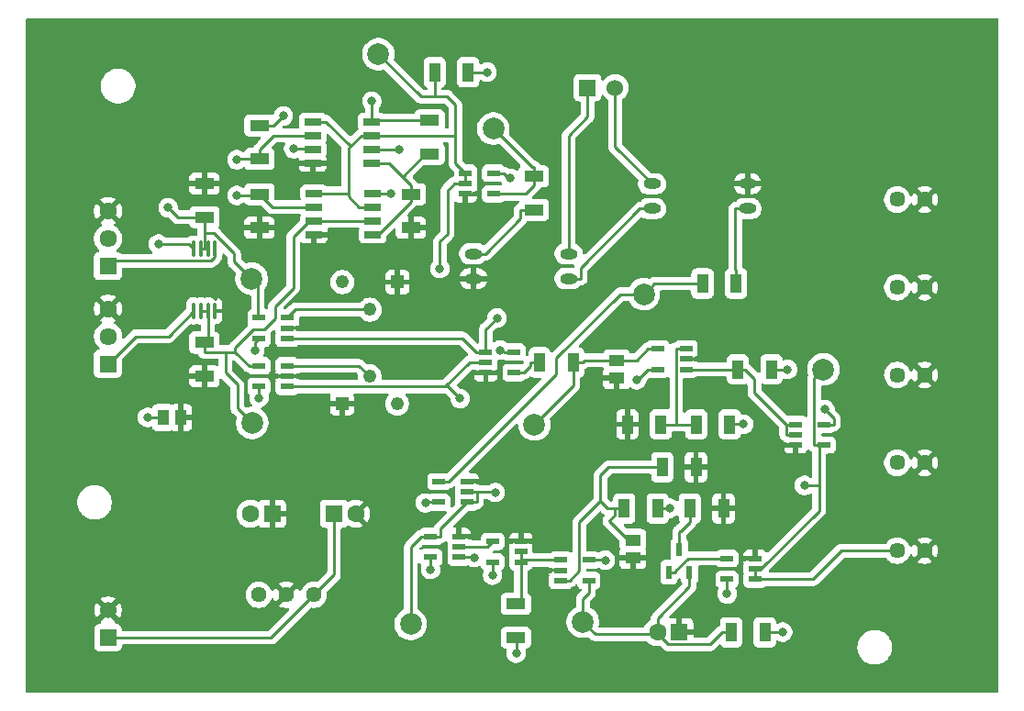
<source format=gbr>
%TF.GenerationSoftware,KiCad,Pcbnew,9.0.2*%
%TF.CreationDate,2025-06-08T00:01:42+02:00*%
%TF.ProjectId,bspdv3,62737064-7633-42e6-9b69-6361645f7063,rev?*%
%TF.SameCoordinates,Original*%
%TF.FileFunction,Copper,L1,Top*%
%TF.FilePolarity,Positive*%
%FSLAX46Y46*%
G04 Gerber Fmt 4.6, Leading zero omitted, Abs format (unit mm)*
G04 Created by KiCad (PCBNEW 9.0.2) date 2025-06-08 00:01:42*
%MOMM*%
%LPD*%
G01*
G04 APERTURE LIST*
G04 Aperture macros list*
%AMRoundRect*
0 Rectangle with rounded corners*
0 $1 Rounding radius*
0 $2 $3 $4 $5 $6 $7 $8 $9 X,Y pos of 4 corners*
0 Add a 4 corners polygon primitive as box body*
4,1,4,$2,$3,$4,$5,$6,$7,$8,$9,$2,$3,0*
0 Add four circle primitives for the rounded corners*
1,1,$1+$1,$2,$3*
1,1,$1+$1,$4,$5*
1,1,$1+$1,$6,$7*
1,1,$1+$1,$8,$9*
0 Add four rect primitives between the rounded corners*
20,1,$1+$1,$2,$3,$4,$5,0*
20,1,$1+$1,$4,$5,$6,$7,0*
20,1,$1+$1,$6,$7,$8,$9,0*
20,1,$1+$1,$8,$9,$2,$3,0*%
G04 Aperture macros list end*
%TA.AperFunction,SMDPad,CuDef*%
%ADD10R,1.050000X1.800000*%
%TD*%
%TA.AperFunction,SMDPad,CuDef*%
%ADD11R,1.470000X1.070000*%
%TD*%
%TA.AperFunction,SMDPad,CuDef*%
%ADD12C,2.000000*%
%TD*%
%TA.AperFunction,ComponentPad*%
%ADD13R,1.530000X1.530000*%
%TD*%
%TA.AperFunction,ComponentPad*%
%ADD14C,1.530000*%
%TD*%
%TA.AperFunction,SMDPad,CuDef*%
%ADD15R,1.800000X1.050000*%
%TD*%
%TA.AperFunction,ComponentPad*%
%ADD16C,1.440000*%
%TD*%
%TA.AperFunction,SMDPad,CuDef*%
%ADD17R,1.528000X0.650000*%
%TD*%
%TA.AperFunction,SMDPad,CuDef*%
%ADD18R,1.150000X0.600000*%
%TD*%
%TA.AperFunction,SMDPad,CuDef*%
%ADD19R,0.600000X1.300000*%
%TD*%
%TA.AperFunction,SMDPad,CuDef*%
%ADD20R,1.070000X1.470000*%
%TD*%
%TA.AperFunction,ComponentPad*%
%ADD21C,1.447000*%
%TD*%
%TA.AperFunction,ComponentPad*%
%ADD22R,1.600000X1.600000*%
%TD*%
%TA.AperFunction,ComponentPad*%
%ADD23C,1.600000*%
%TD*%
%TA.AperFunction,ComponentPad*%
%ADD24R,1.217000X1.217000*%
%TD*%
%TA.AperFunction,ComponentPad*%
%ADD25C,1.217000*%
%TD*%
%TA.AperFunction,SMDPad,CuDef*%
%ADD26O,1.600000X0.950000*%
%TD*%
%TA.AperFunction,ComponentPad*%
%ADD27R,1.610000X1.610000*%
%TD*%
%TA.AperFunction,ComponentPad*%
%ADD28C,1.610000*%
%TD*%
%TA.AperFunction,SMDPad,CuDef*%
%ADD29RoundRect,0.100000X0.100000X-0.637500X0.100000X0.637500X-0.100000X0.637500X-0.100000X-0.637500X0*%
%TD*%
%TA.AperFunction,ViaPad*%
%ADD30C,0.800000*%
%TD*%
%TA.AperFunction,Conductor*%
%ADD31C,0.250000*%
%TD*%
G04 APERTURE END LIST*
D10*
%TO.P,R10,1*%
%TO.N,+5V*%
X90420000Y-52700000D03*
%TO.P,R10,2*%
%TO.N,Net-(CP4-OUT)*%
X87320000Y-52700000D03*
%TD*%
D11*
%TO.P,C2,1*%
%TO.N,GND*%
X77630000Y-70100000D03*
%TO.P,C2,2*%
%TO.N,Net-(CP3-IN-)*%
X77630000Y-68460000D03*
%TD*%
D12*
%TO.P,TP2,1,1*%
%TO.N,BPS signal*%
X42510000Y-57650000D03*
%TD*%
D13*
%TO.P,J3,1,1*%
%TO.N,SC in*%
X73460000Y-26710000D03*
D14*
%TO.P,J3,2,2*%
%TO.N,SC out*%
X76000000Y-26710000D03*
%TD*%
D15*
%TO.P,R13,1*%
%TO.N,+5V*%
X58880000Y-29720000D03*
%TO.P,R13,2*%
%TO.N,4.25V*%
X58880000Y-32820000D03*
%TD*%
D10*
%TO.P,R6,1*%
%TO.N,Net-(G3-Pad4)*%
X69030000Y-52065000D03*
%TO.P,R6,2*%
%TO.N,Net-(CP4-IN+)*%
X72130000Y-52065000D03*
%TD*%
D16*
%TO.P,U2,1,+VIN*%
%TO.N,+12V*%
X48198500Y-73506000D03*
%TO.P,U2,2,GND*%
%TO.N,GND*%
X45658500Y-73506000D03*
%TO.P,U2,3,+VOUT*%
%TO.N,+5V*%
X43118500Y-73506000D03*
%TD*%
D12*
%TO.P,TP9,1,1*%
%TO.N,SCS Check*%
X54160000Y-23620000D03*
%TD*%
D10*
%TO.P,R2,1*%
%TO.N,Net-(CP3-IN+)*%
X86715000Y-76960000D03*
%TO.P,R2,2*%
%TO.N,+5V*%
X89815000Y-76960000D03*
%TD*%
D17*
%TO.P,CP5,1,OUT1*%
%TO.N,SCS Check*%
X48089000Y-29845000D03*
%TO.P,CP5,2,IN1-*%
%TO.N,0.75V*%
X48089000Y-31115000D03*
%TO.P,CP5,3,IN1+*%
%TO.N,Current Sensor*%
X48089000Y-32385000D03*
%TO.P,CP5,4,GND*%
%TO.N,GND*%
X48089000Y-33655000D03*
%TO.P,CP5,5,IN2+*%
%TO.N,4.25V*%
X53511000Y-33655000D03*
%TO.P,CP5,6,IN2-*%
%TO.N,Current Sensor*%
X53511000Y-32385000D03*
%TO.P,CP5,7,OUT2*%
%TO.N,SCS Check*%
X53511000Y-31115000D03*
%TO.P,CP5,8,V+*%
%TO.N,+5V*%
X53511000Y-29845000D03*
%TD*%
D18*
%TO.P,G1,1*%
%TO.N,Intput w{slash} 50msdelay*%
X88930000Y-72070000D03*
%TO.P,G1,2*%
X88930000Y-71120000D03*
%TO.P,G1,3,GND*%
%TO.N,GND*%
X88930000Y-70170000D03*
%TO.P,G1,4*%
%TO.N,Net-(G1-Pad4)*%
X86330000Y-70170000D03*
%TO.P,G1,5,VCC*%
%TO.N,+5V*%
X86330000Y-72070000D03*
%TD*%
D10*
%TO.P,R4,1*%
%TO.N,GND*%
X83465000Y-61720000D03*
%TO.P,R4,2*%
%TO.N,Net-(CP3-IN-)*%
X80365000Y-61720000D03*
%TD*%
D11*
%TO.P,C3,1*%
%TO.N,Net-(CP4-IN+)*%
X76140000Y-51880000D03*
%TO.P,C3,2*%
%TO.N,GND*%
X76140000Y-53520000D03*
%TD*%
D12*
%TO.P,TP3,1,1*%
%TO.N,Net-(CP3-IN+)*%
X73020000Y-76000000D03*
%TD*%
D15*
%TO.P,R17,1*%
%TO.N,Current Sensor*%
X38100000Y-38660000D03*
%TO.P,R17,2*%
%TO.N,GND*%
X38100000Y-35560000D03*
%TD*%
%TO.P,R15,1*%
%TO.N,Net-(G7-Pad4)*%
X68500000Y-34900000D03*
%TO.P,R15,2*%
%TO.N,Net-(K2-+_CONTROL)*%
X68500000Y-38000000D03*
%TD*%
%TO.P,R11,1*%
%TO.N,+5V*%
X43180000Y-30200000D03*
%TO.P,R11,2*%
%TO.N,0.75V*%
X43180000Y-33300000D03*
%TD*%
D12*
%TO.P,TP8,1,1*%
%TO.N,Net-(G7-Pad4)*%
X64770000Y-30480000D03*
%TD*%
D19*
%TO.P,Q1,1*%
%TO.N,Net-(G1-Pad4)*%
X80965000Y-71440000D03*
%TO.P,Q1,2*%
%TO.N,Net-(CP3-IN+)*%
X82865000Y-71440000D03*
%TO.P,Q1,3*%
%TO.N,Net-(Q1-Pad3)*%
X81915000Y-69340000D03*
%TD*%
D20*
%TO.P,C6,1*%
%TO.N,GND*%
X35930000Y-57150000D03*
%TO.P,C6,2*%
%TO.N,+5V*%
X34290000Y-57150000D03*
%TD*%
D12*
%TO.P,TP1,1,1*%
%TO.N,Current Sensor*%
X42450000Y-44340000D03*
%TD*%
D18*
%TO.P,CP3,1,OUT*%
%TO.N,Net-(CP3-OUT)*%
X70980000Y-70300000D03*
%TO.P,CP3,2,VCC-*%
%TO.N,GND*%
X70980000Y-71250000D03*
%TO.P,CP3,3,IN-*%
%TO.N,Net-(CP3-IN-)*%
X70980000Y-72200000D03*
%TO.P,CP3,4,IN+*%
%TO.N,Net-(CP3-IN+)*%
X73580000Y-72200000D03*
%TO.P,CP3,5,VCC+*%
%TO.N,+5V*%
X73580000Y-70300000D03*
%TD*%
D17*
%TO.P,CP6,1,OUT1*%
%TO.N,SCS Check*%
X48218000Y-36460000D03*
%TO.P,CP6,2,IN1-*%
%TO.N,0.75V*%
X48218000Y-37730000D03*
%TO.P,CP6,3,IN1+*%
%TO.N,BPS signal*%
X48218000Y-39000000D03*
%TO.P,CP6,4,GND*%
%TO.N,GND*%
X48218000Y-40270000D03*
%TO.P,CP6,5,IN2+*%
%TO.N,4.25V*%
X53640000Y-40270000D03*
%TO.P,CP6,6,IN2-*%
%TO.N,BPS signal*%
X53640000Y-39000000D03*
%TO.P,CP6,7,OUT2*%
%TO.N,SCS Check*%
X53640000Y-37730000D03*
%TO.P,CP6,8,V+*%
%TO.N,+5V*%
X53640000Y-36460000D03*
%TD*%
D12*
%TO.P,TP5,1,1*%
%TO.N,Net-(CP4-IN+)*%
X68550000Y-57780000D03*
%TD*%
D21*
%TO.P,LED1,1,K*%
%TO.N,GND*%
X104580000Y-69430000D03*
%TO.P,LED1,2,A*%
%TO.N,Intput w{slash} 50msdelay*%
X102040000Y-69430000D03*
%TD*%
D22*
%TO.P,C1,1*%
%TO.N,GND*%
X81915000Y-76960000D03*
D23*
%TO.P,C1,2*%
%TO.N,Net-(CP3-IN+)*%
X79915000Y-76960000D03*
%TD*%
D24*
%TO.P,RV1,1,CCW*%
%TO.N,GND*%
X50800000Y-55880000D03*
D25*
%TO.P,RV1,2,WIPER*%
%TO.N,Net-(CP2-IN-)*%
X53340000Y-53340000D03*
%TO.P,RV1,3,CW*%
%TO.N,+5V*%
X55880000Y-55880000D03*
%TD*%
D10*
%TO.P,R5,1*%
%TO.N,Net-(G2-Pad4)*%
X84060000Y-44780000D03*
%TO.P,R5,2*%
%TO.N,Net-(K1-+_CONTROL)*%
X87160000Y-44780000D03*
%TD*%
D18*
%TO.P,G7,1*%
%TO.N,SCS Check*%
X62200000Y-34610000D03*
%TO.P,G7,2*%
X62200000Y-35560000D03*
%TO.P,G7,3,GND*%
%TO.N,GND*%
X62200000Y-36510000D03*
%TO.P,G7,4*%
%TO.N,Net-(G7-Pad4)*%
X64800000Y-36510000D03*
%TO.P,G7,5,VCC*%
%TO.N,+5V*%
X64800000Y-34610000D03*
%TD*%
D10*
%TO.P,R8,1*%
%TO.N,Net-(CP4-IN-)*%
X83480000Y-57780000D03*
%TO.P,R8,2*%
%TO.N,+5V*%
X86580000Y-57780000D03*
%TD*%
%TO.P,R16,1*%
%TO.N,+5V*%
X62450000Y-25300000D03*
%TO.P,R16,2*%
%TO.N,SCS Check*%
X59350000Y-25300000D03*
%TD*%
D18*
%TO.P,G3,1*%
%TO.N,Net-(CP1-OUT)*%
X64075000Y-51115000D03*
%TO.P,G3,2*%
%TO.N,Net-(CP2-OUT)*%
X64075000Y-52065000D03*
%TO.P,G3,3,GND*%
%TO.N,GND*%
X64075000Y-53015000D03*
%TO.P,G3,4*%
%TO.N,Net-(G3-Pad4)*%
X66675000Y-53015000D03*
%TO.P,G3,5,VCC*%
%TO.N,+5V*%
X66675000Y-51115000D03*
%TD*%
%TO.P,CP4,1,OUT*%
%TO.N,Net-(CP4-OUT)*%
X82550000Y-52700000D03*
%TO.P,CP4,2,VCC-*%
%TO.N,GND*%
X82550000Y-51750000D03*
%TO.P,CP4,3,IN-*%
%TO.N,Net-(CP4-IN-)*%
X82550000Y-50800000D03*
%TO.P,CP4,4,IN+*%
%TO.N,Net-(CP4-IN+)*%
X79950000Y-50800000D03*
%TO.P,CP4,5,VCC+*%
%TO.N,+5V*%
X79950000Y-52700000D03*
%TD*%
%TO.P,G2,1*%
%TO.N,BSPD out*%
X62340000Y-64970000D03*
%TO.P,G2,2*%
X62340000Y-64020000D03*
%TO.P,G2,3,GND*%
%TO.N,GND*%
X62340000Y-63070000D03*
%TO.P,G2,4*%
%TO.N,Net-(G2-Pad4)*%
X59740000Y-63070000D03*
%TO.P,G2,5,VCC*%
%TO.N,+5V*%
X59740000Y-64970000D03*
%TD*%
D10*
%TO.P,R1,1*%
%TO.N,GND*%
X86005000Y-65530000D03*
%TO.P,R1,2*%
%TO.N,Net-(Q1-Pad3)*%
X82905000Y-65530000D03*
%TD*%
D26*
%TO.P,K2,1,+_CONTROL*%
%TO.N,Net-(K2-+_CONTROL)*%
X62910000Y-42037000D03*
%TO.P,K2,2,-_CONTROL*%
%TO.N,GND*%
X62910000Y-44323000D03*
%TO.P,K2,3,LOAD_1*%
%TO.N,SCS relay*%
X71710000Y-44323000D03*
%TO.P,K2,4,LOAD_2*%
%TO.N,SC in*%
X71710000Y-42037000D03*
%TD*%
D21*
%TO.P,LED5,1,K*%
%TO.N,GND*%
X104580000Y-37030000D03*
%TO.P,LED5,2,A*%
%TO.N,Net-(CP1-OUT)*%
X102040000Y-37030000D03*
%TD*%
D18*
%TO.P,CP2,1,OUT*%
%TO.N,Net-(CP2-OUT)*%
X45750000Y-54285000D03*
%TO.P,CP2,2,VCC-*%
%TO.N,GND*%
X45750000Y-53335000D03*
%TO.P,CP2,3,IN-*%
%TO.N,Net-(CP2-IN-)*%
X45750000Y-52385000D03*
%TO.P,CP2,4,IN+*%
%TO.N,BPS signal*%
X43150000Y-52385000D03*
%TO.P,CP2,5,VCC+*%
%TO.N,+5V*%
X43150000Y-54285000D03*
%TD*%
D27*
%TO.P,J1,1,1*%
%TO.N,Raw BPS Signal*%
X29210000Y-52195000D03*
D28*
%TO.P,J1,2,2*%
%TO.N,+5V*%
X29210000Y-49655000D03*
%TO.P,J1,3,3*%
%TO.N,GND*%
X29210000Y-47115000D03*
%TD*%
D26*
%TO.P,K1,1,+_CONTROL*%
%TO.N,Net-(K1-+_CONTROL)*%
X88210000Y-37873000D03*
%TO.P,K1,2,-_CONTROL*%
%TO.N,GND*%
X88210000Y-35587000D03*
%TO.P,K1,3,LOAD_1*%
%TO.N,SC out*%
X79410000Y-35587000D03*
%TO.P,K1,4,LOAD_2*%
%TO.N,SCS relay*%
X79410000Y-37873000D03*
%TD*%
D15*
%TO.P,R7,1*%
%TO.N,+5V*%
X66850000Y-77460000D03*
%TO.P,R7,2*%
%TO.N,Net-(CP3-OUT)*%
X66850000Y-74360000D03*
%TD*%
D12*
%TO.P,TP4,1,1*%
%TO.N,Net-(G2-Pad4)*%
X78660000Y-45760000D03*
%TD*%
D21*
%TO.P,LED3,1,K*%
%TO.N,GND*%
X104580000Y-53230000D03*
%TO.P,LED3,2,A*%
%TO.N,Net-(CP2-OUT)*%
X102040000Y-53230000D03*
%TD*%
D27*
%TO.P,J2,1,1*%
%TO.N,Raw Current Sensor*%
X29210000Y-43180000D03*
D28*
%TO.P,J2,2,2*%
%TO.N,+5V*%
X29210000Y-40640000D03*
%TO.P,J2,3,3*%
%TO.N,GND*%
X29210000Y-38100000D03*
%TD*%
D10*
%TO.P,R9,1*%
%TO.N,GND*%
X77130000Y-57780000D03*
%TO.P,R9,2*%
%TO.N,Net-(CP4-IN-)*%
X80230000Y-57780000D03*
%TD*%
D18*
%TO.P,G4,1*%
%TO.N,Net-(CP3-OUT)*%
X67310000Y-70480000D03*
%TO.P,G4,2*%
X67310000Y-69530000D03*
%TO.P,G4,3,GND*%
%TO.N,GND*%
X67310000Y-68580000D03*
%TO.P,G4,4*%
%TO.N,Net-(G4-Pad4)*%
X64710000Y-68580000D03*
%TO.P,G4,5,VCC*%
%TO.N,+5V*%
X64710000Y-70480000D03*
%TD*%
D15*
%TO.P,R14,1*%
%TO.N,4.25V*%
X57150000Y-36550000D03*
%TO.P,R14,2*%
%TO.N,GND*%
X57150000Y-39650000D03*
%TD*%
D22*
%TO.P,C4,1*%
%TO.N,+12V*%
X50070000Y-66040000D03*
D23*
%TO.P,C4,2*%
%TO.N,GND*%
X52070000Y-66040000D03*
%TD*%
D29*
%TO.P,DU1,1,+*%
%TO.N,Raw BPS Signal*%
X37125000Y-47312500D03*
%TO.P,DU1,2,-*%
%TO.N,BPS signal*%
X37775000Y-47312500D03*
%TO.P,DU1,3*%
X38425000Y-47312500D03*
%TO.P,DU1,4,V-*%
%TO.N,GND*%
X39075000Y-47312500D03*
%TO.P,DU1,5,+*%
%TO.N,Raw Current Sensor*%
X39075000Y-41587500D03*
%TO.P,DU1,6,-*%
%TO.N,Current Sensor*%
X38425000Y-41587500D03*
%TO.P,DU1,7*%
X37775000Y-41587500D03*
%TO.P,DU1,8,V+*%
%TO.N,+5V*%
X37125000Y-41587500D03*
%TD*%
D12*
%TO.P,TP7,1,1*%
%TO.N,Intput w{slash} 50msdelay*%
X95220000Y-52700000D03*
%TD*%
D21*
%TO.P,LED2,1,K*%
%TO.N,GND*%
X104580000Y-61330000D03*
%TO.P,LED2,2,A*%
%TO.N,BSPD out*%
X102040000Y-61330000D03*
%TD*%
D15*
%TO.P,R18,1*%
%TO.N,BPS signal*%
X38100000Y-50240000D03*
%TO.P,R18,2*%
%TO.N,GND*%
X38100000Y-53340000D03*
%TD*%
D12*
%TO.P,TP6,1,1*%
%TO.N,BSPD out*%
X57150000Y-76200000D03*
%TD*%
D22*
%TO.P,C5,1*%
%TO.N,GND*%
X44360200Y-66040000D03*
D23*
%TO.P,C5,2*%
%TO.N,+5V*%
X42360200Y-66040000D03*
%TD*%
D18*
%TO.P,G5,1*%
%TO.N,Intput w{slash} 50msdelay*%
X61595000Y-70040000D03*
%TO.P,G5,2*%
%TO.N,Net-(G4-Pad4)*%
X61595000Y-69090000D03*
%TO.P,G5,3,GND*%
%TO.N,GND*%
X61595000Y-68140000D03*
%TO.P,G5,4*%
%TO.N,BSPD out*%
X58995000Y-68140000D03*
%TO.P,G5,5,VCC*%
%TO.N,+5V*%
X58995000Y-70040000D03*
%TD*%
D15*
%TO.P,R12,1*%
%TO.N,0.75V*%
X43180000Y-36550000D03*
%TO.P,R12,2*%
%TO.N,GND*%
X43180000Y-39650000D03*
%TD*%
D24*
%TO.P,RV2,1,CCW*%
%TO.N,GND*%
X55920000Y-44655000D03*
D25*
%TO.P,RV2,2,WIPER*%
%TO.N,Net-(CP1-IN-)*%
X53380000Y-47195000D03*
%TO.P,RV2,3,CW*%
%TO.N,+5V*%
X50840000Y-44655000D03*
%TD*%
D10*
%TO.P,R3,1*%
%TO.N,Net-(CP3-IN-)*%
X76835000Y-65530000D03*
%TO.P,R3,2*%
%TO.N,+5V*%
X79935000Y-65530000D03*
%TD*%
D18*
%TO.P,G6,1*%
%TO.N,Net-(CP4-OUT)*%
X92680000Y-57780000D03*
%TO.P,G6,2*%
X92680000Y-58730000D03*
%TO.P,G6,3,GND*%
%TO.N,GND*%
X92680000Y-59680000D03*
%TO.P,G6,4*%
%TO.N,Intput w{slash} 50msdelay*%
X95280000Y-59680000D03*
%TO.P,G6,5,VCC*%
%TO.N,+5V*%
X95280000Y-57780000D03*
%TD*%
D21*
%TO.P,LED4,1,K*%
%TO.N,GND*%
X104580000Y-45130000D03*
%TO.P,LED4,2,A*%
%TO.N,SCS Check*%
X102040000Y-45130000D03*
%TD*%
D18*
%TO.P,CP1,1,OUT*%
%TO.N,Net-(CP1-OUT)*%
X45750000Y-49845000D03*
%TO.P,CP1,2,VCC-*%
%TO.N,GND*%
X45750000Y-48895000D03*
%TO.P,CP1,3,IN-*%
%TO.N,Net-(CP1-IN-)*%
X45750000Y-47945000D03*
%TO.P,CP1,4,IN+*%
%TO.N,Current Sensor*%
X43150000Y-47945000D03*
%TO.P,CP1,5,VCC+*%
%TO.N,+5V*%
X43150000Y-49845000D03*
%TD*%
D13*
%TO.P,J4,1,1*%
%TO.N,+12V*%
X29210000Y-77470000D03*
D14*
%TO.P,J4,2,2*%
%TO.N,GND*%
X29210000Y-74930000D03*
%TD*%
D30*
%TO.N,+5V*%
X55340000Y-36490000D03*
X66870000Y-78900000D03*
X58490000Y-65030000D03*
X95353900Y-56408300D03*
X91910000Y-52700000D03*
X64690000Y-71700000D03*
X86340000Y-73430000D03*
X77994700Y-53670800D03*
X87850000Y-57770000D03*
X43140000Y-55330000D03*
X33866500Y-41148100D03*
X42750000Y-50980000D03*
X91460000Y-76960000D03*
X81070000Y-65530000D03*
X45390000Y-29320000D03*
X32850000Y-57150000D03*
X66342800Y-35068600D03*
X64180000Y-25280000D03*
X65375000Y-50939100D03*
X75090000Y-70310000D03*
X53550000Y-27960000D03*
X58980000Y-71180000D03*
%TO.N,Net-(CP1-OUT)*%
X65100000Y-47970000D03*
%TO.N,Current Sensor*%
X56050000Y-32390000D03*
X46340000Y-32350000D03*
X34760000Y-37790000D03*
%TO.N,Net-(CP2-OUT)*%
X61700000Y-55390000D03*
%TO.N,SCS Check*%
X59830000Y-43390000D03*
%TO.N,0.75V*%
X41110000Y-33360000D03*
X41100000Y-36660000D03*
%TO.N,Intput w{slash} 50msdelay*%
X63020000Y-70070000D03*
X93460000Y-63420000D03*
%TO.N,BSPD out*%
X64940000Y-64070000D03*
%TD*%
D31*
%TO.N,Net-(CP3-IN+)*%
X79915000Y-75691000D02*
X79915000Y-76960000D01*
X86715000Y-76960000D02*
X85863300Y-76960000D01*
X84736600Y-78086700D02*
X80916500Y-78086700D01*
X85863300Y-76960000D02*
X84736600Y-78086700D01*
X74170000Y-77150000D02*
X79850200Y-77150000D01*
X79915000Y-77085200D02*
X79850200Y-77150000D01*
X82865000Y-72741000D02*
X79915000Y-75691000D01*
X82865000Y-71440000D02*
X82865000Y-72741000D01*
X73020000Y-73910000D02*
X73020000Y-76000000D01*
X73020000Y-76000000D02*
X74170000Y-77150000D01*
X80916500Y-78086700D02*
X79915000Y-77085200D01*
X73580000Y-72200000D02*
X73580000Y-73350000D01*
X73580000Y-73350000D02*
X73020000Y-73910000D01*
X79915000Y-77085200D02*
X79915000Y-76960000D01*
%TO.N,Net-(CP3-IN-)*%
X72680000Y-71325000D02*
X72680000Y-66820000D01*
X70980000Y-72200000D02*
X71805000Y-72200000D01*
X76835000Y-65530000D02*
X75983300Y-65530000D01*
X75983300Y-65530000D02*
X75290000Y-65530000D01*
X74630000Y-62500000D02*
X75410000Y-61720000D01*
X71805000Y-72200000D02*
X72680000Y-71325000D01*
X75460000Y-66670000D02*
X75983300Y-66146700D01*
X75410000Y-61720000D02*
X80365000Y-61720000D01*
X74630000Y-64870000D02*
X74630000Y-62500000D01*
X77630000Y-68460000D02*
X77250000Y-68460000D01*
X72680000Y-66820000D02*
X74630000Y-64870000D01*
X77250000Y-68460000D02*
X75460000Y-66670000D01*
X75290000Y-65530000D02*
X74630000Y-64870000D01*
X75983300Y-66146700D02*
X75983300Y-65530000D01*
%TO.N,Net-(CP4-IN+)*%
X79950000Y-50800000D02*
X79048300Y-50800000D01*
X68550000Y-57780000D02*
X72130000Y-54200000D01*
X77968300Y-51880000D02*
X76140000Y-51880000D01*
X73166700Y-51880000D02*
X72981700Y-52065000D01*
X79048300Y-50800000D02*
X77968300Y-51880000D01*
X72130000Y-54200000D02*
X72130000Y-52065000D01*
X76140000Y-51880000D02*
X73166700Y-51880000D01*
X72130000Y-52065000D02*
X72981700Y-52065000D01*
%TO.N,+12V*%
X50070000Y-66040000D02*
X50070000Y-71634500D01*
X50070000Y-71634500D02*
X48198500Y-73506000D01*
X29210000Y-77470000D02*
X44234500Y-77470000D01*
X44234500Y-77470000D02*
X48198500Y-73506000D01*
%TO.N,+5V*%
X65597400Y-50939100D02*
X65773300Y-51115000D01*
X53550000Y-29806000D02*
X53511000Y-29845000D01*
X91460000Y-76960000D02*
X89815000Y-76960000D01*
X43150000Y-55320000D02*
X43150000Y-54285000D01*
X75090000Y-70310000D02*
X75080000Y-70300000D01*
X42750000Y-50245000D02*
X43150000Y-49845000D01*
X42750000Y-50980000D02*
X42750000Y-50245000D01*
X66160300Y-35068600D02*
X65701700Y-34610000D01*
X95280000Y-57780000D02*
X96181700Y-57780000D01*
X58880000Y-29720000D02*
X58870000Y-29730000D01*
X86590000Y-57770000D02*
X86580000Y-57780000D01*
X75080000Y-70300000D02*
X73580000Y-70300000D01*
X79950000Y-52700000D02*
X79048300Y-52700000D01*
X45390000Y-29320000D02*
X44510000Y-30200000D01*
X44510000Y-30200000D02*
X43180000Y-30200000D01*
X58490000Y-65030000D02*
X58550000Y-64970000D01*
X64690000Y-71700000D02*
X64710000Y-71680000D01*
X64180000Y-25280000D02*
X62470000Y-25280000D01*
X86340000Y-73430000D02*
X86330000Y-73420000D01*
X33866500Y-41148100D02*
X36685600Y-41148100D01*
X78077500Y-53670800D02*
X79048300Y-52700000D01*
X64800000Y-34610000D02*
X65701700Y-34610000D01*
X91910000Y-52700000D02*
X90420000Y-52700000D01*
X66675000Y-51115000D02*
X65773300Y-51115000D01*
X87850000Y-57770000D02*
X86590000Y-57770000D01*
X53550000Y-27960000D02*
X53550000Y-29806000D01*
X62470000Y-25280000D02*
X62450000Y-25300000D01*
X66342800Y-35068600D02*
X66160300Y-35068600D01*
X96181700Y-57236100D02*
X96181700Y-57780000D01*
X55340000Y-36490000D02*
X55310000Y-36460000D01*
X77994700Y-53670800D02*
X78077500Y-53670800D01*
X81070000Y-65530000D02*
X79935000Y-65530000D01*
X58995000Y-71165000D02*
X58995000Y-70040000D01*
X58980000Y-71180000D02*
X58995000Y-71165000D01*
X66870000Y-78900000D02*
X66870000Y-77480000D01*
X86330000Y-73420000D02*
X86330000Y-72070000D01*
X55310000Y-36460000D02*
X53640000Y-36460000D01*
X58550000Y-64970000D02*
X59740000Y-64970000D01*
X32850000Y-57150000D02*
X34290000Y-57150000D01*
X53626000Y-29730000D02*
X53511000Y-29845000D01*
X58870000Y-29730000D02*
X53626000Y-29730000D01*
X36685600Y-41148100D02*
X37125000Y-41587500D01*
X65375000Y-50939100D02*
X65597400Y-50939100D01*
X95353900Y-56408300D02*
X96181700Y-57236100D01*
X66870000Y-77480000D02*
X66850000Y-77460000D01*
X43140000Y-55330000D02*
X43150000Y-55320000D01*
X64710000Y-71680000D02*
X64710000Y-70480000D01*
%TO.N,Net-(CP1-OUT)*%
X64075000Y-51115000D02*
X63173300Y-51115000D01*
X61903300Y-49845000D02*
X63173300Y-51115000D01*
X65100000Y-47970000D02*
X64075000Y-48995000D01*
X64075000Y-48995000D02*
X64075000Y-51115000D01*
X45750000Y-49845000D02*
X61903300Y-49845000D01*
%TO.N,Net-(CP1-IN-)*%
X46500000Y-47195000D02*
X45750000Y-47945000D01*
X53380000Y-47195000D02*
X46500000Y-47195000D01*
%TO.N,Current Sensor*%
X43040000Y-44930000D02*
X40850000Y-42740000D01*
X38958812Y-40130000D02*
X38100000Y-40130000D01*
X40850000Y-42740000D02*
X40850000Y-42021188D01*
X38100000Y-38660100D02*
X38100000Y-38660000D01*
X35630000Y-38660000D02*
X38100000Y-38660000D01*
X53511000Y-32385000D02*
X56045000Y-32385000D01*
X56045000Y-32385000D02*
X56050000Y-32390000D01*
X38100000Y-41587500D02*
X38100000Y-38748600D01*
X40850000Y-42021188D02*
X38958812Y-40130000D01*
X38100000Y-38696900D02*
X38100000Y-38678400D01*
X38100000Y-38678400D02*
X38100000Y-38660100D01*
X43150000Y-47945000D02*
X43040000Y-47835000D01*
X38100000Y-41587500D02*
X38425000Y-41587500D01*
X43040000Y-47835000D02*
X43040000Y-44930000D01*
X46340000Y-32350000D02*
X48054000Y-32350000D01*
X37775000Y-41587500D02*
X38100000Y-41587500D01*
X34760000Y-37790000D02*
X35630000Y-38660000D01*
X38100000Y-38748600D02*
X38100000Y-38696900D01*
%TO.N,Net-(CP2-OUT)*%
X60348000Y-54285000D02*
X60595000Y-54285000D01*
X60595000Y-54285000D02*
X61700000Y-55390000D01*
X60348000Y-54285000D02*
X62568000Y-52065000D01*
X62568000Y-52065000D02*
X64075000Y-52065000D01*
X45750000Y-54285000D02*
X60348000Y-54285000D01*
%TO.N,BPS signal*%
X46300000Y-45184000D02*
X44610000Y-46874000D01*
X41140000Y-56280000D02*
X41140000Y-54131700D01*
X38425000Y-47312500D02*
X37775000Y-47312500D01*
X44610000Y-46874000D02*
X44610000Y-48028000D01*
X38100000Y-50240000D02*
X38100000Y-51091700D01*
X47749000Y-39000000D02*
X46300000Y-40449000D01*
X40955000Y-50700900D02*
X40955000Y-51091700D01*
X44610000Y-48028000D02*
X43613200Y-49024800D01*
X38425000Y-47312500D02*
X38425000Y-49915000D01*
X42631100Y-49024800D02*
X40955000Y-50700900D01*
X48218000Y-39000000D02*
X53640000Y-39000000D01*
X40040000Y-53031700D02*
X40040000Y-51091700D01*
X41140000Y-54131700D02*
X40040000Y-53031700D01*
X43150000Y-52385000D02*
X42248300Y-52385000D01*
X48218000Y-39000000D02*
X47749000Y-39000000D01*
X38100000Y-51091700D02*
X40955000Y-51091700D01*
X42510000Y-57650000D02*
X41140000Y-56280000D01*
X38425000Y-49915000D02*
X38100000Y-50240000D01*
X46300000Y-40449000D02*
X46300000Y-45184000D01*
X43613200Y-49024800D02*
X42631100Y-49024800D01*
X40955000Y-51091700D02*
X42248300Y-52385000D01*
%TO.N,Net-(CP2-IN-)*%
X52385000Y-52385000D02*
X45750000Y-52385000D01*
X53340000Y-53340000D02*
X52385000Y-52385000D01*
%TO.N,Net-(CP3-OUT)*%
X67310000Y-69530000D02*
X67310000Y-70480000D01*
X70980000Y-70300000D02*
X67490000Y-70300000D01*
X67310000Y-70480000D02*
X67310000Y-73900000D01*
X67490000Y-70300000D02*
X67310000Y-70480000D01*
X67310000Y-73900000D02*
X66850000Y-74360000D01*
%TO.N,Net-(CP4-OUT)*%
X87320000Y-52700000D02*
X88010000Y-52700000D01*
X91778300Y-58730000D02*
X91778300Y-57780000D01*
X82550000Y-52700000D02*
X87320000Y-52700000D01*
X88860000Y-54861700D02*
X91778300Y-57780000D01*
X88860000Y-53550000D02*
X88860000Y-54861700D01*
X88010000Y-52700000D02*
X88860000Y-53550000D01*
X92680000Y-57780000D02*
X91778300Y-57780000D01*
X92680000Y-58730000D02*
X91778300Y-58730000D01*
%TO.N,Net-(CP4-IN-)*%
X80230000Y-57780000D02*
X81648300Y-57780000D01*
X82550000Y-50800000D02*
X81648300Y-50800000D01*
X81648300Y-57780000D02*
X83480000Y-57780000D01*
X81648300Y-57780000D02*
X81648300Y-50800000D01*
%TO.N,SCS Check*%
X48218000Y-36460000D02*
X51380000Y-36460000D01*
X61270000Y-32170000D02*
X61270000Y-28300000D01*
X59830000Y-40912300D02*
X60540000Y-40202300D01*
X60500000Y-27530000D02*
X59270000Y-27530000D01*
X59350000Y-25300000D02*
X59350000Y-27450000D01*
X58070000Y-27530000D02*
X54160000Y-23620000D01*
X51560000Y-32120000D02*
X52565000Y-31115000D01*
X59830000Y-43390000D02*
X59830000Y-40912300D01*
X53640000Y-37730000D02*
X52330000Y-37730000D01*
X61245000Y-31115000D02*
X53511000Y-31115000D01*
X61270000Y-32170000D02*
X61270000Y-33680000D01*
X52565000Y-31115000D02*
X53511000Y-31115000D01*
X51380000Y-36780000D02*
X51380000Y-36460000D01*
X60540000Y-36190000D02*
X61170000Y-35560000D01*
X61270000Y-31140000D02*
X61245000Y-31115000D01*
X51380000Y-36460000D02*
X51380000Y-32300000D01*
X59270000Y-27530000D02*
X58070000Y-27530000D01*
X51560000Y-32120000D02*
X49285000Y-29845000D01*
X49285000Y-29845000D02*
X48089000Y-29845000D01*
X61170000Y-35560000D02*
X62200000Y-35560000D01*
X60540000Y-40202300D02*
X60540000Y-36190000D01*
X61270000Y-28300000D02*
X60500000Y-27530000D01*
X52330000Y-37730000D02*
X51380000Y-36780000D01*
X61270000Y-33680000D02*
X62200000Y-34610000D01*
X51380000Y-32300000D02*
X51560000Y-32120000D01*
X59350000Y-27450000D02*
X59270000Y-27530000D01*
X62200000Y-34610000D02*
X62200000Y-35560000D01*
%TO.N,0.75V*%
X43180000Y-36550000D02*
X44360000Y-37730000D01*
X44513300Y-31115000D02*
X48089000Y-31115000D01*
X41170000Y-33300000D02*
X41110000Y-33360000D01*
X43180000Y-32448300D02*
X44513300Y-31115000D01*
X43180000Y-33300000D02*
X41170000Y-33300000D01*
X43180000Y-33300000D02*
X43180000Y-32448300D01*
X44360000Y-37730000D02*
X48218000Y-37730000D01*
X41100000Y-36660000D02*
X43070000Y-36660000D01*
X43070000Y-36660000D02*
X43180000Y-36550000D01*
%TO.N,Raw BPS Signal*%
X31750000Y-49655000D02*
X34782500Y-49655000D01*
X29210000Y-52195000D02*
X31750000Y-49655000D01*
X34782500Y-49655000D02*
X37125000Y-47312500D01*
%TO.N,Raw Current Sensor*%
X38699200Y-42692200D02*
X29697800Y-42692200D01*
X39075000Y-41587500D02*
X39075000Y-42316400D01*
X29697800Y-42692200D02*
X29210000Y-43180000D01*
X39075000Y-42316400D02*
X38699200Y-42692200D01*
%TO.N,Net-(G1-Pad4)*%
X81591700Y-71440000D02*
X81591700Y-71283300D01*
X82705000Y-70170000D02*
X86330000Y-70170000D01*
X81591700Y-71283300D02*
X82705000Y-70170000D01*
X80965000Y-71440000D02*
X81591700Y-71440000D01*
%TO.N,Intput w{slash} 50msdelay*%
X95280000Y-59680000D02*
X94829200Y-59680000D01*
X94829200Y-65740800D02*
X89450000Y-71120000D01*
X102040000Y-69430000D02*
X96890000Y-69430000D01*
X94829200Y-63290000D02*
X94829200Y-65740800D01*
X96890000Y-69430000D02*
X94250000Y-72070000D01*
X94699200Y-63420000D02*
X94829200Y-63290000D01*
X62990000Y-70040000D02*
X63020000Y-70070000D01*
X94829200Y-59680000D02*
X94829200Y-63290000D01*
X89450000Y-71120000D02*
X88930000Y-71120000D01*
X61595000Y-70040000D02*
X62990000Y-70040000D01*
X94378300Y-53541700D02*
X94378300Y-59680000D01*
X94250000Y-72070000D02*
X88930000Y-72070000D01*
X95220000Y-52700000D02*
X94378300Y-53541700D01*
X93460000Y-63420000D02*
X94699200Y-63420000D01*
X94829200Y-59680000D02*
X94378300Y-59680000D01*
X88930000Y-71120000D02*
X88930000Y-72070000D01*
%TO.N,Net-(G2-Pad4)*%
X78660000Y-45760000D02*
X76491100Y-45760000D01*
X70580000Y-51671100D02*
X70580000Y-53131700D01*
X79640000Y-44780000D02*
X78660000Y-45760000D01*
X59740000Y-63070000D02*
X60641700Y-63070000D01*
X70580000Y-53131700D02*
X60641700Y-63070000D01*
X76491100Y-45760000D02*
X70580000Y-51671100D01*
X84060000Y-44780000D02*
X79640000Y-44780000D01*
%TO.N,BSPD out*%
X58544200Y-68140000D02*
X58093300Y-68140000D01*
X62340000Y-64020000D02*
X63241700Y-64020000D01*
X59896700Y-68140000D02*
X59896700Y-67413300D01*
X64890000Y-64020000D02*
X63241700Y-64020000D01*
X63241700Y-64020000D02*
X63241700Y-64970000D01*
X59896700Y-67413300D02*
X62340000Y-64970000D01*
X57150000Y-76200000D02*
X57150000Y-69083300D01*
X58995000Y-68140000D02*
X59896700Y-68140000D01*
X57150000Y-69083300D02*
X58093300Y-68140000D01*
X64940000Y-64070000D02*
X64890000Y-64020000D01*
X58544200Y-68140000D02*
X58995000Y-68140000D01*
X62340000Y-64970000D02*
X63241700Y-64970000D01*
%TO.N,Net-(G3-Pad4)*%
X68178300Y-52413400D02*
X67576700Y-53015000D01*
X66675000Y-53015000D02*
X67576700Y-53015000D01*
X69030000Y-52065000D02*
X68178300Y-52065000D01*
X68178300Y-52065000D02*
X68178300Y-52413400D01*
%TO.N,Net-(G4-Pad4)*%
X64200000Y-69090000D02*
X64710000Y-68580000D01*
X61595000Y-69090000D02*
X64200000Y-69090000D01*
%TO.N,Net-(G7-Pad4)*%
X68500000Y-35325800D02*
X68500000Y-34900000D01*
X68500000Y-34900000D02*
X68500000Y-34048300D01*
X67741700Y-36510000D02*
X68500000Y-35751700D01*
X64800000Y-36510000D02*
X67741700Y-36510000D01*
X68500000Y-34048300D02*
X68338300Y-34048300D01*
X68338300Y-34048300D02*
X64770000Y-30480000D01*
X68500000Y-35325800D02*
X68500000Y-35751700D01*
%TO.N,SC in*%
X73460000Y-26710000D02*
X73460000Y-29360000D01*
X73460000Y-29360000D02*
X71710000Y-31110000D01*
X71710000Y-31110000D02*
X71710000Y-42037000D01*
%TO.N,SC out*%
X76000000Y-26710000D02*
X76000000Y-32177000D01*
X76000000Y-32177000D02*
X79410000Y-35587000D01*
%TO.N,SCS relay*%
X72836700Y-43319600D02*
X72836700Y-44323000D01*
X71710000Y-44323000D02*
X72836700Y-44323000D01*
X78283300Y-37873000D02*
X72836700Y-43319600D01*
X79410000Y-37873000D02*
X78283300Y-37873000D01*
%TO.N,Net-(K1-+_CONTROL)*%
X88210000Y-37873000D02*
X87083300Y-37873000D01*
X87083300Y-43476600D02*
X87083300Y-37873000D01*
X87160000Y-44780000D02*
X87160000Y-43553300D01*
X87160000Y-43553300D02*
X87083300Y-43476600D01*
%TO.N,Net-(K2-+_CONTROL)*%
X67273300Y-38000000D02*
X67273300Y-38800400D01*
X68500000Y-38000000D02*
X67273300Y-38000000D01*
X67273300Y-38800400D02*
X64036700Y-42037000D01*
X62910000Y-42037000D02*
X64036700Y-42037000D01*
%TO.N,Net-(Q1-Pad3)*%
X82905000Y-66756700D02*
X82905000Y-65530000D01*
X81915000Y-69340000D02*
X81915000Y-67715000D01*
X81915000Y-67715000D02*
X82000000Y-67630000D01*
X82000000Y-67630000D02*
X82031700Y-67630000D01*
X82031700Y-67630000D02*
X82905000Y-66756700D01*
%TO.N,4.25V*%
X56376700Y-34925000D02*
X57150000Y-35698300D01*
X58481700Y-32820000D02*
X56376700Y-34925000D01*
X58880000Y-32820000D02*
X58481700Y-32820000D01*
X57150000Y-37229000D02*
X57150000Y-36550000D01*
X57150000Y-36550000D02*
X57150000Y-35698300D01*
X53640000Y-40270000D02*
X54109000Y-40270000D01*
X53511000Y-33655000D02*
X55106700Y-33655000D01*
X55106700Y-33655000D02*
X56376700Y-34925000D01*
X53640000Y-40270000D02*
X54124000Y-40270000D01*
X54109000Y-40270000D02*
X57150000Y-37229000D01*
%TD*%
%TA.AperFunction,Conductor*%
%TO.N,GND*%
G36*
X111342539Y-20340185D02*
G01*
X111388294Y-20392989D01*
X111399500Y-20444500D01*
X111399500Y-82425500D01*
X111379815Y-82492539D01*
X111327011Y-82538294D01*
X111275500Y-82549500D01*
X21744500Y-82549500D01*
X21677461Y-82529815D01*
X21631706Y-82477011D01*
X21620500Y-82425500D01*
X21620500Y-76657135D01*
X27944500Y-76657135D01*
X27944500Y-78282870D01*
X27944501Y-78282876D01*
X27950908Y-78342483D01*
X28001202Y-78477328D01*
X28001206Y-78477335D01*
X28087452Y-78592544D01*
X28087455Y-78592547D01*
X28202664Y-78678793D01*
X28202671Y-78678797D01*
X28337517Y-78729091D01*
X28337516Y-78729091D01*
X28344444Y-78729835D01*
X28397127Y-78735500D01*
X30022872Y-78735499D01*
X30082483Y-78729091D01*
X30217331Y-78678796D01*
X30332546Y-78592546D01*
X30418796Y-78477331D01*
X30469091Y-78342483D01*
X30475500Y-78282873D01*
X30475500Y-78219500D01*
X30495185Y-78152461D01*
X30547989Y-78106706D01*
X30599500Y-78095500D01*
X44296108Y-78095500D01*
X44296108Y-78095499D01*
X44366677Y-78081463D01*
X44416952Y-78071463D01*
X44450292Y-78057652D01*
X44530786Y-78024312D01*
X44604263Y-77975215D01*
X44633233Y-77955858D01*
X44720358Y-77868733D01*
X44720359Y-77868730D01*
X47850711Y-74738378D01*
X47912032Y-74704895D01*
X47957785Y-74703588D01*
X48102445Y-74726500D01*
X48102446Y-74726500D01*
X48294554Y-74726500D01*
X48294555Y-74726500D01*
X48484301Y-74696447D01*
X48667009Y-74637082D01*
X48838181Y-74549865D01*
X48993602Y-74436945D01*
X49129445Y-74301102D01*
X49242365Y-74145681D01*
X49329582Y-73974509D01*
X49388947Y-73791801D01*
X49419000Y-73602055D01*
X49419000Y-73409945D01*
X49396088Y-73265286D01*
X49405042Y-73195994D01*
X49430877Y-73158211D01*
X50555858Y-72033233D01*
X50624312Y-71930785D01*
X50671463Y-71816951D01*
X50684653Y-71750644D01*
X50695501Y-71696108D01*
X50695501Y-71567783D01*
X50695500Y-71567757D01*
X50695500Y-67464499D01*
X50715185Y-67397460D01*
X50767989Y-67351705D01*
X50819500Y-67340499D01*
X50917871Y-67340499D01*
X50917872Y-67340499D01*
X50977483Y-67334091D01*
X51112331Y-67283796D01*
X51227546Y-67197546D01*
X51234230Y-67188616D01*
X51290159Y-67146746D01*
X51359851Y-67141759D01*
X51389792Y-67152441D01*
X51570968Y-67244755D01*
X51765582Y-67307990D01*
X51967683Y-67340000D01*
X52172317Y-67340000D01*
X52374417Y-67307990D01*
X52569031Y-67244755D01*
X52751349Y-67151859D01*
X52795921Y-67119474D01*
X52116447Y-66440000D01*
X52122661Y-66440000D01*
X52224394Y-66412741D01*
X52315606Y-66360080D01*
X52390080Y-66285606D01*
X52442741Y-66194394D01*
X52470000Y-66092661D01*
X52470000Y-66086447D01*
X53149474Y-66765921D01*
X53181859Y-66721349D01*
X53274755Y-66539031D01*
X53337990Y-66344417D01*
X53370000Y-66142317D01*
X53370000Y-65937682D01*
X53337990Y-65735582D01*
X53274755Y-65540968D01*
X53181859Y-65358650D01*
X53149474Y-65314077D01*
X53149474Y-65314076D01*
X52470000Y-65993551D01*
X52470000Y-65987339D01*
X52442741Y-65885606D01*
X52390080Y-65794394D01*
X52315606Y-65719920D01*
X52224394Y-65667259D01*
X52122661Y-65640000D01*
X52116446Y-65640000D01*
X52795922Y-64960524D01*
X52795921Y-64960523D01*
X52751359Y-64928147D01*
X52751350Y-64928141D01*
X52569031Y-64835244D01*
X52374417Y-64772009D01*
X52172317Y-64740000D01*
X51967683Y-64740000D01*
X51765582Y-64772009D01*
X51570965Y-64835245D01*
X51389791Y-64927558D01*
X51321122Y-64940454D01*
X51256382Y-64914177D01*
X51234234Y-64891388D01*
X51227546Y-64882454D01*
X51208480Y-64868181D01*
X51112335Y-64796206D01*
X51112328Y-64796202D01*
X50977482Y-64745908D01*
X50977483Y-64745908D01*
X50917883Y-64739501D01*
X50917881Y-64739500D01*
X50917873Y-64739500D01*
X50917864Y-64739500D01*
X49222129Y-64739500D01*
X49222123Y-64739501D01*
X49162516Y-64745908D01*
X49027671Y-64796202D01*
X49027664Y-64796206D01*
X48912455Y-64882452D01*
X48912452Y-64882455D01*
X48826206Y-64997664D01*
X48826202Y-64997671D01*
X48775908Y-65132517D01*
X48769501Y-65192116D01*
X48769500Y-65192135D01*
X48769500Y-66887870D01*
X48769501Y-66887876D01*
X48775908Y-66947483D01*
X48826202Y-67082328D01*
X48826206Y-67082335D01*
X48912452Y-67197544D01*
X48912455Y-67197547D01*
X49027664Y-67283793D01*
X49027671Y-67283797D01*
X49072618Y-67300561D01*
X49162517Y-67334091D01*
X49222127Y-67340500D01*
X49320500Y-67340499D01*
X49387538Y-67360183D01*
X49433294Y-67412986D01*
X49444500Y-67464499D01*
X49444500Y-71324047D01*
X49424815Y-71391086D01*
X49408181Y-71411728D01*
X48546289Y-72273619D01*
X48484966Y-72307104D01*
X48439210Y-72308411D01*
X48351634Y-72294540D01*
X48294555Y-72285500D01*
X48102445Y-72285500D01*
X48039196Y-72295517D01*
X47912697Y-72315553D01*
X47729993Y-72374916D01*
X47558818Y-72462135D01*
X47509437Y-72498013D01*
X47403398Y-72575055D01*
X47403396Y-72575057D01*
X47403395Y-72575057D01*
X47267557Y-72710895D01*
X47267557Y-72710896D01*
X47267555Y-72710898D01*
X47236013Y-72754312D01*
X47154635Y-72866318D01*
X47067417Y-73037492D01*
X47046167Y-73102892D01*
X47006729Y-73160567D01*
X46942370Y-73187765D01*
X46873524Y-73175850D01*
X46822048Y-73128605D01*
X46810305Y-73102891D01*
X46789116Y-73037680D01*
X46701934Y-72866577D01*
X46680701Y-72837352D01*
X46680700Y-72837351D01*
X46116968Y-73401084D01*
X46096471Y-73324587D01*
X46034594Y-73217413D01*
X45947087Y-73129906D01*
X45839913Y-73068029D01*
X45763414Y-73047531D01*
X46327146Y-72483798D01*
X46297915Y-72462561D01*
X46126821Y-72375383D01*
X45944184Y-72316040D01*
X45754515Y-72286000D01*
X45562485Y-72286000D01*
X45372815Y-72316040D01*
X45190178Y-72375383D01*
X45019078Y-72462564D01*
X44989852Y-72483798D01*
X44989851Y-72483798D01*
X45553585Y-73047531D01*
X45477087Y-73068029D01*
X45369913Y-73129906D01*
X45282406Y-73217413D01*
X45220529Y-73324587D01*
X45200031Y-73401084D01*
X44636298Y-72837351D01*
X44636298Y-72837352D01*
X44615064Y-72866578D01*
X44527884Y-73037677D01*
X44506694Y-73102893D01*
X44467255Y-73160568D01*
X44402896Y-73187765D01*
X44334050Y-73175850D01*
X44282575Y-73128605D01*
X44270832Y-73102890D01*
X44249584Y-73037495D01*
X44230734Y-73000500D01*
X44162365Y-72866319D01*
X44049445Y-72710898D01*
X43913602Y-72575055D01*
X43758181Y-72462135D01*
X43729545Y-72447544D01*
X43587006Y-72374916D01*
X43404302Y-72315553D01*
X43309428Y-72300526D01*
X43214555Y-72285500D01*
X43022445Y-72285500D01*
X42959196Y-72295517D01*
X42832697Y-72315553D01*
X42649993Y-72374916D01*
X42478818Y-72462135D01*
X42429437Y-72498013D01*
X42323398Y-72575055D01*
X42323396Y-72575057D01*
X42323395Y-72575057D01*
X42187557Y-72710895D01*
X42187557Y-72710896D01*
X42187555Y-72710898D01*
X42156013Y-72754312D01*
X42074635Y-72866318D01*
X41987416Y-73037493D01*
X41928053Y-73220197D01*
X41898000Y-73409945D01*
X41898000Y-73602054D01*
X41928053Y-73791802D01*
X41987416Y-73974506D01*
X42066370Y-74129461D01*
X42074635Y-74145681D01*
X42187555Y-74301102D01*
X42323398Y-74436945D01*
X42478819Y-74549865D01*
X42643505Y-74633777D01*
X42649993Y-74637083D01*
X42741345Y-74666764D01*
X42832699Y-74696447D01*
X43022445Y-74726500D01*
X43022446Y-74726500D01*
X43214554Y-74726500D01*
X43214555Y-74726500D01*
X43404301Y-74696447D01*
X43587009Y-74637082D01*
X43758181Y-74549865D01*
X43913602Y-74436945D01*
X44049445Y-74301102D01*
X44162365Y-74145681D01*
X44249582Y-73974509D01*
X44249643Y-73974321D01*
X44270832Y-73909109D01*
X44310269Y-73851433D01*
X44374627Y-73824234D01*
X44443473Y-73836148D01*
X44494950Y-73883392D01*
X44506694Y-73909107D01*
X44527883Y-73974321D01*
X44615061Y-74145415D01*
X44636298Y-74174646D01*
X45200031Y-73610914D01*
X45220529Y-73687413D01*
X45282406Y-73794587D01*
X45369913Y-73882094D01*
X45477087Y-73943971D01*
X45553584Y-73964468D01*
X44989851Y-74528200D01*
X44989852Y-74528201D01*
X45019077Y-74549434D01*
X45190178Y-74636616D01*
X45372815Y-74695959D01*
X45562485Y-74726000D01*
X45754511Y-74726000D01*
X45780841Y-74721829D01*
X45850134Y-74730782D01*
X45903588Y-74775777D01*
X45924229Y-74842528D01*
X45905506Y-74909842D01*
X45887923Y-74931983D01*
X44011729Y-76808181D01*
X43950406Y-76841666D01*
X43924048Y-76844500D01*
X30599499Y-76844500D01*
X30532460Y-76824815D01*
X30486705Y-76772011D01*
X30475499Y-76720500D01*
X30475499Y-76657129D01*
X30475498Y-76657123D01*
X30475497Y-76657116D01*
X30469091Y-76597517D01*
X30461608Y-76577455D01*
X30418797Y-76462671D01*
X30418793Y-76462664D01*
X30332547Y-76347455D01*
X30332544Y-76347452D01*
X30217335Y-76261206D01*
X30217328Y-76261202D01*
X30082482Y-76210908D01*
X30082483Y-76210908D01*
X30022883Y-76204501D01*
X30022881Y-76204500D01*
X30022873Y-76204500D01*
X30022865Y-76204500D01*
X29989579Y-76204500D01*
X29922540Y-76184815D01*
X29876785Y-76132011D01*
X29866841Y-76062853D01*
X29895866Y-75999297D01*
X29910768Y-75985619D01*
X29910863Y-75984417D01*
X29347574Y-75421128D01*
X29406853Y-75405245D01*
X29523147Y-75338102D01*
X29618102Y-75243147D01*
X29685245Y-75126853D01*
X29701128Y-75067574D01*
X30264417Y-75630863D01*
X30264418Y-75630863D01*
X30291924Y-75593005D01*
X30382320Y-75415594D01*
X30443852Y-75226222D01*
X30475000Y-75029563D01*
X30475000Y-74830436D01*
X30443852Y-74633777D01*
X30382320Y-74444405D01*
X30291924Y-74266994D01*
X30264417Y-74229135D01*
X30264417Y-74229134D01*
X29701128Y-74792424D01*
X29685245Y-74733147D01*
X29618102Y-74616853D01*
X29523147Y-74521898D01*
X29406853Y-74454755D01*
X29347574Y-74438871D01*
X29910864Y-73875581D01*
X29910863Y-73875580D01*
X29873008Y-73848077D01*
X29695594Y-73757679D01*
X29506222Y-73696147D01*
X29309563Y-73665000D01*
X29110437Y-73665000D01*
X28913777Y-73696147D01*
X28724405Y-73757679D01*
X28546990Y-73848077D01*
X28509135Y-73875580D01*
X28509135Y-73875581D01*
X29072425Y-74438871D01*
X29013147Y-74454755D01*
X28896853Y-74521898D01*
X28801898Y-74616853D01*
X28734755Y-74733147D01*
X28718871Y-74792425D01*
X28155581Y-74229135D01*
X28155580Y-74229135D01*
X28128077Y-74266990D01*
X28037679Y-74444405D01*
X27976147Y-74633777D01*
X27945000Y-74830436D01*
X27945000Y-75029563D01*
X27976147Y-75226222D01*
X28037679Y-75415594D01*
X28128077Y-75593008D01*
X28155580Y-75630863D01*
X28155581Y-75630864D01*
X28718871Y-75067574D01*
X28734755Y-75126853D01*
X28801898Y-75243147D01*
X28896853Y-75338102D01*
X29013147Y-75405245D01*
X29072425Y-75421128D01*
X28509134Y-75984417D01*
X28509426Y-75988119D01*
X28545971Y-76035511D01*
X28551950Y-76105124D01*
X28519345Y-76166920D01*
X28458506Y-76201277D01*
X28430423Y-76204500D01*
X28397131Y-76204500D01*
X28397123Y-76204501D01*
X28337516Y-76210908D01*
X28202671Y-76261202D01*
X28202664Y-76261206D01*
X28087455Y-76347452D01*
X28087452Y-76347455D01*
X28001206Y-76462664D01*
X28001202Y-76462671D01*
X27950908Y-76597517D01*
X27944501Y-76657116D01*
X27944501Y-76657123D01*
X27944500Y-76657135D01*
X21620500Y-76657135D01*
X21620500Y-64844038D01*
X26369500Y-64844038D01*
X26369500Y-65095962D01*
X26384736Y-65192155D01*
X26408910Y-65344785D01*
X26486760Y-65584383D01*
X26560682Y-65729461D01*
X26600097Y-65806818D01*
X26601132Y-65808848D01*
X26749201Y-66012649D01*
X26749205Y-66012654D01*
X26927345Y-66190794D01*
X26927350Y-66190798D01*
X26999385Y-66243134D01*
X27131155Y-66338870D01*
X27243069Y-66395893D01*
X27355616Y-66453239D01*
X27355618Y-66453239D01*
X27355621Y-66453241D01*
X27595215Y-66531090D01*
X27844038Y-66570500D01*
X27844039Y-66570500D01*
X28095961Y-66570500D01*
X28095962Y-66570500D01*
X28344785Y-66531090D01*
X28584379Y-66453241D01*
X28808845Y-66338870D01*
X29012656Y-66190793D01*
X29190793Y-66012656D01*
X29217642Y-65975702D01*
X29245290Y-65937648D01*
X41059700Y-65937648D01*
X41059700Y-66142351D01*
X41091722Y-66344534D01*
X41154981Y-66539223D01*
X41247915Y-66721613D01*
X41368228Y-66887213D01*
X41512986Y-67031971D01*
X41648536Y-67130452D01*
X41678590Y-67152287D01*
X41794807Y-67211503D01*
X41860976Y-67245218D01*
X41860978Y-67245218D01*
X41860981Y-67245220D01*
X41929586Y-67267511D01*
X42055665Y-67308477D01*
X42104849Y-67316267D01*
X42257848Y-67340500D01*
X42257849Y-67340500D01*
X42462551Y-67340500D01*
X42462552Y-67340500D01*
X42664734Y-67308477D01*
X42859419Y-67245220D01*
X43041163Y-67152616D01*
X43109831Y-67139720D01*
X43174571Y-67165996D01*
X43196723Y-67188789D01*
X43203012Y-67197190D01*
X43318106Y-67283350D01*
X43318113Y-67283354D01*
X43452820Y-67333596D01*
X43452827Y-67333598D01*
X43512355Y-67339999D01*
X43512372Y-67340000D01*
X44110200Y-67340000D01*
X44110200Y-66355686D01*
X44114594Y-66360080D01*
X44205806Y-66412741D01*
X44307539Y-66440000D01*
X44412861Y-66440000D01*
X44514594Y-66412741D01*
X44605806Y-66360080D01*
X44610200Y-66355686D01*
X44610200Y-67340000D01*
X45208028Y-67340000D01*
X45208044Y-67339999D01*
X45267572Y-67333598D01*
X45267579Y-67333596D01*
X45402286Y-67283354D01*
X45402293Y-67283350D01*
X45517387Y-67197190D01*
X45517390Y-67197187D01*
X45603550Y-67082093D01*
X45603554Y-67082086D01*
X45653796Y-66947379D01*
X45653798Y-66947372D01*
X45660199Y-66887844D01*
X45660200Y-66887827D01*
X45660200Y-66290000D01*
X44675886Y-66290000D01*
X44680280Y-66285606D01*
X44732941Y-66194394D01*
X44760200Y-66092661D01*
X44760200Y-65987339D01*
X44732941Y-65885606D01*
X44680280Y-65794394D01*
X44675886Y-65790000D01*
X45660200Y-65790000D01*
X45660200Y-65192172D01*
X45660199Y-65192155D01*
X45653798Y-65132627D01*
X45653796Y-65132620D01*
X45603554Y-64997913D01*
X45603550Y-64997906D01*
X45517390Y-64882812D01*
X45517387Y-64882809D01*
X45402293Y-64796649D01*
X45402286Y-64796645D01*
X45267579Y-64746403D01*
X45267572Y-64746401D01*
X45208044Y-64740000D01*
X44610200Y-64740000D01*
X44610200Y-65724314D01*
X44605806Y-65719920D01*
X44514594Y-65667259D01*
X44412861Y-65640000D01*
X44307539Y-65640000D01*
X44205806Y-65667259D01*
X44114594Y-65719920D01*
X44110200Y-65724314D01*
X44110200Y-64740000D01*
X43512355Y-64740000D01*
X43452827Y-64746401D01*
X43452820Y-64746403D01*
X43318113Y-64796645D01*
X43318106Y-64796649D01*
X43203014Y-64882808D01*
X43203007Y-64882814D01*
X43196723Y-64891210D01*
X43140789Y-64933080D01*
X43071097Y-64938064D01*
X43041162Y-64927383D01*
X42859423Y-64834781D01*
X42664734Y-64771522D01*
X42490195Y-64743878D01*
X42462552Y-64739500D01*
X42257848Y-64739500D01*
X42233529Y-64743351D01*
X42055665Y-64771522D01*
X41860976Y-64834781D01*
X41678586Y-64927715D01*
X41512986Y-65048028D01*
X41368228Y-65192786D01*
X41247915Y-65358386D01*
X41154981Y-65540776D01*
X41091722Y-65735465D01*
X41059700Y-65937648D01*
X29245290Y-65937648D01*
X29301784Y-65859891D01*
X29338867Y-65808849D01*
X29338868Y-65808848D01*
X29338870Y-65808845D01*
X29453241Y-65584379D01*
X29531090Y-65344785D01*
X29570500Y-65095962D01*
X29570500Y-64844038D01*
X29531090Y-64595215D01*
X29453241Y-64355621D01*
X29453239Y-64355618D01*
X29453239Y-64355616D01*
X29387300Y-64226204D01*
X29338870Y-64131155D01*
X29229999Y-63981306D01*
X29190798Y-63927350D01*
X29190794Y-63927345D01*
X29012654Y-63749205D01*
X29012649Y-63749201D01*
X28808848Y-63601132D01*
X28808847Y-63601131D01*
X28808845Y-63601130D01*
X28719994Y-63555858D01*
X28584383Y-63486760D01*
X28344785Y-63408910D01*
X28095962Y-63369500D01*
X27844038Y-63369500D01*
X27810481Y-63374815D01*
X27595214Y-63408910D01*
X27355616Y-63486760D01*
X27131151Y-63601132D01*
X26927350Y-63749201D01*
X26927345Y-63749205D01*
X26749205Y-63927345D01*
X26749201Y-63927350D01*
X26601132Y-64131151D01*
X26486760Y-64355616D01*
X26408910Y-64595214D01*
X26378188Y-64789185D01*
X26369500Y-64844038D01*
X21620500Y-64844038D01*
X21620500Y-57061304D01*
X31949500Y-57061304D01*
X31949500Y-57238695D01*
X31984103Y-57412658D01*
X31984106Y-57412667D01*
X32051983Y-57576540D01*
X32051990Y-57576553D01*
X32150535Y-57724034D01*
X32150538Y-57724038D01*
X32275961Y-57849461D01*
X32275965Y-57849464D01*
X32423446Y-57948009D01*
X32423459Y-57948016D01*
X32530546Y-57992372D01*
X32587334Y-58015894D01*
X32587336Y-58015894D01*
X32587341Y-58015896D01*
X32761304Y-58050499D01*
X32761307Y-58050500D01*
X32761309Y-58050500D01*
X32938693Y-58050500D01*
X32938694Y-58050499D01*
X33112666Y-58015894D01*
X33129907Y-58008752D01*
X33199370Y-58001281D01*
X33261851Y-58032553D01*
X33293542Y-58079978D01*
X33311203Y-58127330D01*
X33311206Y-58127335D01*
X33397452Y-58242544D01*
X33397455Y-58242547D01*
X33512664Y-58328793D01*
X33512671Y-58328797D01*
X33647517Y-58379091D01*
X33647516Y-58379091D01*
X33654444Y-58379835D01*
X33707127Y-58385500D01*
X34872872Y-58385499D01*
X34932483Y-58379091D01*
X35067331Y-58328796D01*
X35067334Y-58328793D01*
X35067381Y-58328776D01*
X35137073Y-58323792D01*
X35154049Y-58328776D01*
X35287623Y-58378597D01*
X35287627Y-58378598D01*
X35347155Y-58384999D01*
X35347172Y-58385000D01*
X35680000Y-58385000D01*
X36180000Y-58385000D01*
X36512828Y-58385000D01*
X36512844Y-58384999D01*
X36572372Y-58378598D01*
X36572379Y-58378596D01*
X36707086Y-58328354D01*
X36707093Y-58328350D01*
X36822187Y-58242190D01*
X36822190Y-58242187D01*
X36908350Y-58127093D01*
X36908354Y-58127086D01*
X36958596Y-57992379D01*
X36958598Y-57992372D01*
X36964999Y-57932844D01*
X36965000Y-57932827D01*
X36965000Y-57400000D01*
X36180000Y-57400000D01*
X36180000Y-58385000D01*
X35680000Y-58385000D01*
X35680000Y-56900000D01*
X36180000Y-56900000D01*
X36965000Y-56900000D01*
X36965000Y-56367172D01*
X36964999Y-56367155D01*
X36958598Y-56307627D01*
X36958596Y-56307620D01*
X36908354Y-56172913D01*
X36908350Y-56172906D01*
X36822190Y-56057812D01*
X36822187Y-56057809D01*
X36707093Y-55971649D01*
X36707086Y-55971645D01*
X36572379Y-55921403D01*
X36572372Y-55921401D01*
X36512844Y-55915000D01*
X36180000Y-55915000D01*
X36180000Y-56900000D01*
X35680000Y-56900000D01*
X35680000Y-55915000D01*
X35347155Y-55915000D01*
X35287627Y-55921401D01*
X35287617Y-55921403D01*
X35154046Y-55971222D01*
X35084355Y-55976206D01*
X35067381Y-55971222D01*
X34932482Y-55920908D01*
X34932483Y-55920908D01*
X34872883Y-55914501D01*
X34872881Y-55914500D01*
X34872873Y-55914500D01*
X34872864Y-55914500D01*
X33707129Y-55914500D01*
X33707123Y-55914501D01*
X33647516Y-55920908D01*
X33512671Y-55971202D01*
X33512664Y-55971206D01*
X33397455Y-56057452D01*
X33397452Y-56057455D01*
X33311206Y-56172664D01*
X33311202Y-56172671D01*
X33293543Y-56220020D01*
X33251672Y-56275954D01*
X33186208Y-56300371D01*
X33129911Y-56291249D01*
X33112666Y-56284106D01*
X33112662Y-56284105D01*
X33112658Y-56284103D01*
X32938694Y-56249500D01*
X32938691Y-56249500D01*
X32761309Y-56249500D01*
X32761306Y-56249500D01*
X32587341Y-56284103D01*
X32587332Y-56284106D01*
X32423459Y-56351983D01*
X32423446Y-56351990D01*
X32275965Y-56450535D01*
X32275961Y-56450538D01*
X32150538Y-56575961D01*
X32150535Y-56575965D01*
X32051990Y-56723446D01*
X32051983Y-56723459D01*
X31984106Y-56887332D01*
X31984103Y-56887341D01*
X31949500Y-57061304D01*
X21620500Y-57061304D01*
X21620500Y-53912844D01*
X36700000Y-53912844D01*
X36706401Y-53972372D01*
X36706403Y-53972379D01*
X36756645Y-54107086D01*
X36756649Y-54107093D01*
X36842809Y-54222187D01*
X36842812Y-54222190D01*
X36957906Y-54308350D01*
X36957913Y-54308354D01*
X37092620Y-54358596D01*
X37092627Y-54358598D01*
X37152155Y-54364999D01*
X37152172Y-54365000D01*
X37850000Y-54365000D01*
X37850000Y-53590000D01*
X36700000Y-53590000D01*
X36700000Y-53912844D01*
X21620500Y-53912844D01*
X21620500Y-40537255D01*
X27904500Y-40537255D01*
X27904500Y-40742744D01*
X27936646Y-40945706D01*
X27936646Y-40945709D01*
X28000144Y-41141135D01*
X28059203Y-41257045D01*
X28093436Y-41324231D01*
X28214220Y-41490476D01*
X28359524Y-41635780D01*
X28359527Y-41635782D01*
X28385020Y-41654304D01*
X28427686Y-41709634D01*
X28433665Y-41779247D01*
X28401059Y-41841042D01*
X28340220Y-41875400D01*
X28325391Y-41877911D01*
X28297519Y-41880907D01*
X28162671Y-41931202D01*
X28162664Y-41931206D01*
X28047455Y-42017452D01*
X28047452Y-42017455D01*
X27961206Y-42132664D01*
X27961202Y-42132671D01*
X27910908Y-42267517D01*
X27904501Y-42327116D01*
X27904500Y-42327135D01*
X27904500Y-44032870D01*
X27904501Y-44032876D01*
X27910908Y-44092483D01*
X27961202Y-44227328D01*
X27961206Y-44227335D01*
X28047452Y-44342544D01*
X28047455Y-44342547D01*
X28162664Y-44428793D01*
X28162671Y-44428797D01*
X28297517Y-44479091D01*
X28297516Y-44479091D01*
X28304444Y-44479835D01*
X28357127Y-44485500D01*
X30062872Y-44485499D01*
X30122483Y-44479091D01*
X30257331Y-44428796D01*
X30372546Y-44342546D01*
X30458796Y-44227331D01*
X30509091Y-44092483D01*
X30515500Y-44032873D01*
X30515500Y-43441700D01*
X30535185Y-43374661D01*
X30587989Y-43328906D01*
X30639500Y-43317700D01*
X38760807Y-43317700D01*
X38821229Y-43305681D01*
X38881652Y-43293663D01*
X38914992Y-43279852D01*
X38995486Y-43246512D01*
X39046709Y-43212284D01*
X39097933Y-43178058D01*
X39185058Y-43090933D01*
X39185059Y-43090930D01*
X39560857Y-42715134D01*
X39593188Y-42666746D01*
X39598706Y-42660029D01*
X39598328Y-42659739D01*
X39699535Y-42527842D01*
X39699534Y-42527842D01*
X39699536Y-42527841D01*
X39760044Y-42381762D01*
X39775500Y-42264361D01*
X39775499Y-42130638D01*
X39795183Y-42063601D01*
X39847987Y-42017846D01*
X39917145Y-42007902D01*
X39980701Y-42036926D01*
X39987180Y-42042959D01*
X40188181Y-42243959D01*
X40221666Y-42305282D01*
X40224500Y-42331640D01*
X40224500Y-42678393D01*
X40224500Y-42801607D01*
X40226178Y-42810044D01*
X40226179Y-42810048D01*
X40226178Y-42810048D01*
X40248535Y-42922445D01*
X40248537Y-42922452D01*
X40256593Y-42941900D01*
X40295688Y-43036286D01*
X40323569Y-43078012D01*
X40327956Y-43084577D01*
X40364140Y-43138731D01*
X40364141Y-43138732D01*
X40364142Y-43138733D01*
X40451267Y-43225858D01*
X40451268Y-43225858D01*
X40458335Y-43232925D01*
X40458334Y-43232925D01*
X40458338Y-43232928D01*
X40988529Y-43763120D01*
X41022014Y-43824443D01*
X41018779Y-43889118D01*
X40986447Y-43988628D01*
X40949500Y-44221902D01*
X40949500Y-44458097D01*
X40986446Y-44691368D01*
X41059433Y-44915996D01*
X41162152Y-45117591D01*
X41166657Y-45126433D01*
X41305483Y-45317510D01*
X41472490Y-45484517D01*
X41663567Y-45623343D01*
X41700003Y-45641908D01*
X41874003Y-45730566D01*
X41874005Y-45730566D01*
X41874008Y-45730568D01*
X42098632Y-45803553D01*
X42306370Y-45836455D01*
X42309898Y-45837014D01*
X42373032Y-45866943D01*
X42409964Y-45926254D01*
X42414500Y-45959487D01*
X42414500Y-47084587D01*
X42394815Y-47151626D01*
X42342011Y-47197381D01*
X42333838Y-47200767D01*
X42332674Y-47201200D01*
X42332664Y-47201206D01*
X42217455Y-47287452D01*
X42217452Y-47287455D01*
X42131206Y-47402664D01*
X42131202Y-47402671D01*
X42080910Y-47537513D01*
X42080909Y-47537517D01*
X42074500Y-47597127D01*
X42074500Y-47597134D01*
X42074500Y-47597135D01*
X42074500Y-48292870D01*
X42074501Y-48292876D01*
X42080908Y-48352483D01*
X42131202Y-48487328D01*
X42131204Y-48487331D01*
X42132216Y-48488683D01*
X42132805Y-48490264D01*
X42135454Y-48495114D01*
X42134756Y-48495494D01*
X42156634Y-48554147D01*
X42141783Y-48622421D01*
X42120631Y-48650676D01*
X40944597Y-49826712D01*
X40556269Y-50215040D01*
X40556267Y-50215042D01*
X40532709Y-50238600D01*
X40469142Y-50302166D01*
X40450554Y-50329986D01*
X40445442Y-50337637D01*
X40400688Y-50404614D01*
X40400403Y-50405299D01*
X40396671Y-50410908D01*
X40374311Y-50429661D01*
X40353859Y-50450489D01*
X40347511Y-50452139D01*
X40343138Y-50455808D01*
X40324060Y-50458238D01*
X40293447Y-50466200D01*
X39624500Y-50466200D01*
X39557461Y-50446515D01*
X39511706Y-50393711D01*
X39500500Y-50342200D01*
X39500499Y-49667129D01*
X39500498Y-49667123D01*
X39500497Y-49667116D01*
X39494091Y-49607517D01*
X39452918Y-49497127D01*
X39443797Y-49472671D01*
X39443793Y-49472664D01*
X39357547Y-49357455D01*
X39357544Y-49357452D01*
X39242335Y-49271206D01*
X39242329Y-49271203D01*
X39131166Y-49229741D01*
X39075233Y-49187869D01*
X39050816Y-49122405D01*
X39050500Y-49113559D01*
X39050500Y-48618803D01*
X39070185Y-48551764D01*
X39122989Y-48506009D01*
X39192147Y-48496065D01*
X39255703Y-48525090D01*
X39256260Y-48525576D01*
X39275000Y-48542011D01*
X39331627Y-48534557D01*
X39331633Y-48534555D01*
X39477585Y-48474100D01*
X39602924Y-48377924D01*
X39699100Y-48252586D01*
X39759554Y-48106634D01*
X39759555Y-48106630D01*
X39774999Y-47989330D01*
X39775000Y-47989316D01*
X39775000Y-47512500D01*
X39249500Y-47512500D01*
X39240814Y-47509949D01*
X39231854Y-47511238D01*
X39207815Y-47500259D01*
X39182461Y-47492815D01*
X39176533Y-47485973D01*
X39168298Y-47482213D01*
X39154009Y-47459979D01*
X39136706Y-47440011D01*
X39134418Y-47429497D01*
X39130523Y-47423436D01*
X39125500Y-47388501D01*
X39125499Y-47236501D01*
X39145183Y-47169461D01*
X39197987Y-47123706D01*
X39249499Y-47112500D01*
X39774999Y-47112500D01*
X39774999Y-46635675D01*
X39759557Y-46518371D01*
X39759555Y-46518366D01*
X39699100Y-46372414D01*
X39602924Y-46247075D01*
X39477586Y-46150899D01*
X39331631Y-46090444D01*
X39275000Y-46082987D01*
X39275000Y-46300697D01*
X39267565Y-46326015D01*
X39263826Y-46352139D01*
X39257876Y-46359014D01*
X39255315Y-46367736D01*
X39235375Y-46385013D01*
X39218104Y-46404971D01*
X39209380Y-46407538D01*
X39202511Y-46413491D01*
X39176393Y-46417246D01*
X39151077Y-46424697D01*
X39142352Y-46422141D01*
X39133353Y-46423435D01*
X39109348Y-46412472D01*
X39084025Y-46405054D01*
X39075064Y-46396815D01*
X39069797Y-46394410D01*
X39057337Y-46381958D01*
X39050176Y-46373704D01*
X39049536Y-46372159D01*
X38953282Y-46246718D01*
X38913560Y-46216238D01*
X38905337Y-46206760D01*
X38895811Y-46185935D01*
X38882310Y-46167444D01*
X38879206Y-46149634D01*
X38876273Y-46143222D01*
X38877091Y-46137501D01*
X38875000Y-46125499D01*
X38875000Y-46082987D01*
X38818370Y-46090443D01*
X38798103Y-46098838D01*
X38728633Y-46106304D01*
X38703203Y-46098837D01*
X38681762Y-46089956D01*
X38681760Y-46089955D01*
X38564361Y-46074500D01*
X38285636Y-46074500D01*
X38168246Y-46089953D01*
X38168234Y-46089957D01*
X38147450Y-46098566D01*
X38077981Y-46106033D01*
X38052550Y-46098566D01*
X38031765Y-46089957D01*
X38031760Y-46089955D01*
X37914361Y-46074500D01*
X37635636Y-46074500D01*
X37518246Y-46089953D01*
X37518234Y-46089957D01*
X37497450Y-46098566D01*
X37427981Y-46106033D01*
X37402550Y-46098566D01*
X37381765Y-46089957D01*
X37381760Y-46089955D01*
X37264361Y-46074500D01*
X36985636Y-46074500D01*
X36868246Y-46089953D01*
X36868237Y-46089956D01*
X36722160Y-46150463D01*
X36596718Y-46246718D01*
X36500463Y-46372160D01*
X36439956Y-46518237D01*
X36439955Y-46518239D01*
X36424501Y-46635629D01*
X36424500Y-46635645D01*
X36424500Y-47077047D01*
X36404815Y-47144086D01*
X36388181Y-47164728D01*
X34559729Y-48993181D01*
X34498406Y-49026666D01*
X34472048Y-49029500D01*
X31688388Y-49029500D01*
X31567555Y-49053535D01*
X31567547Y-49053537D01*
X31453716Y-49100687D01*
X31351265Y-49169142D01*
X31351262Y-49169145D01*
X30727181Y-49793227D01*
X30665858Y-49826712D01*
X30596166Y-49821728D01*
X30540233Y-49779856D01*
X30515816Y-49714392D01*
X30515500Y-49705546D01*
X30515500Y-49552255D01*
X30506769Y-49497129D01*
X30483354Y-49349295D01*
X30483353Y-49349291D01*
X30483353Y-49349290D01*
X30419855Y-49153864D01*
X30403826Y-49122405D01*
X30326564Y-48970769D01*
X30205780Y-48804524D01*
X30060476Y-48659220D01*
X29894231Y-48538436D01*
X29809383Y-48495204D01*
X29758587Y-48447230D01*
X29741792Y-48379409D01*
X29764329Y-48313274D01*
X29809384Y-48274234D01*
X29893966Y-48231137D01*
X29893967Y-48231137D01*
X29939500Y-48198054D01*
X29939500Y-48198053D01*
X29367986Y-47626539D01*
X29416502Y-47613540D01*
X29538497Y-47543106D01*
X29638106Y-47443497D01*
X29708540Y-47321502D01*
X29721539Y-47272986D01*
X30293053Y-47844500D01*
X30293054Y-47844500D01*
X30326135Y-47798969D01*
X30419391Y-47615946D01*
X30419392Y-47615943D01*
X30482865Y-47420589D01*
X30515000Y-47217705D01*
X30515000Y-47012294D01*
X30482865Y-46809410D01*
X30419392Y-46614056D01*
X30419391Y-46614053D01*
X30326135Y-46431030D01*
X30293053Y-46385498D01*
X30293053Y-46385497D01*
X29721539Y-46957012D01*
X29708540Y-46908498D01*
X29638106Y-46786503D01*
X29538497Y-46686894D01*
X29416502Y-46616460D01*
X29367986Y-46603459D01*
X29939501Y-46031945D01*
X29893969Y-45998864D01*
X29710946Y-45905608D01*
X29710943Y-45905607D01*
X29515589Y-45842134D01*
X29312705Y-45810000D01*
X29107295Y-45810000D01*
X28904410Y-45842134D01*
X28709056Y-45905607D01*
X28709053Y-45905608D01*
X28526034Y-45998862D01*
X28480498Y-46031945D01*
X29052013Y-46603459D01*
X29003498Y-46616460D01*
X28881503Y-46686894D01*
X28781894Y-46786503D01*
X28711460Y-46908498D01*
X28698460Y-46957013D01*
X28126945Y-46385498D01*
X28093862Y-46431034D01*
X28000608Y-46614053D01*
X28000607Y-46614056D01*
X27937134Y-46809410D01*
X27905000Y-47012294D01*
X27905000Y-47217705D01*
X27937134Y-47420589D01*
X28000607Y-47615943D01*
X28000608Y-47615946D01*
X28093864Y-47798969D01*
X28126945Y-47844500D01*
X28126945Y-47844501D01*
X28698460Y-47272986D01*
X28711460Y-47321502D01*
X28781894Y-47443497D01*
X28881503Y-47543106D01*
X29003498Y-47613540D01*
X29052012Y-47626539D01*
X28480497Y-48198053D01*
X28526030Y-48231135D01*
X28610616Y-48274234D01*
X28661412Y-48322208D01*
X28678207Y-48390029D01*
X28655670Y-48456164D01*
X28610616Y-48495204D01*
X28525768Y-48538436D01*
X28359521Y-48659222D01*
X28214222Y-48804521D01*
X28093436Y-48970768D01*
X28000144Y-49153864D01*
X27936646Y-49349290D01*
X27936646Y-49349293D01*
X27904500Y-49552255D01*
X27904500Y-49757744D01*
X27936646Y-49960706D01*
X27936646Y-49960709D01*
X28000144Y-50156135D01*
X28084918Y-50322514D01*
X28093436Y-50339231D01*
X28214220Y-50505476D01*
X28359524Y-50650780D01*
X28359527Y-50650782D01*
X28385020Y-50669304D01*
X28427686Y-50724634D01*
X28433665Y-50794247D01*
X28401059Y-50856042D01*
X28340220Y-50890400D01*
X28325391Y-50892911D01*
X28297519Y-50895907D01*
X28162671Y-50946202D01*
X28162664Y-50946206D01*
X28047455Y-51032452D01*
X28047452Y-51032455D01*
X27961206Y-51147664D01*
X27961202Y-51147671D01*
X27910908Y-51282517D01*
X27904501Y-51342116D01*
X27904500Y-51342135D01*
X27904500Y-53047870D01*
X27904501Y-53047876D01*
X27910908Y-53107483D01*
X27961202Y-53242328D01*
X27961206Y-53242335D01*
X28047452Y-53357544D01*
X28047455Y-53357547D01*
X28162664Y-53443793D01*
X28162671Y-53443797D01*
X28297517Y-53494091D01*
X28297516Y-53494091D01*
X28304444Y-53494835D01*
X28357127Y-53500500D01*
X30062872Y-53500499D01*
X30122483Y-53494091D01*
X30257331Y-53443796D01*
X30263242Y-53439370D01*
X30263244Y-53439370D01*
X30329689Y-53389629D01*
X30372546Y-53357546D01*
X30458796Y-53242331D01*
X30509091Y-53107483D01*
X30515500Y-53047873D01*
X30515500Y-52767155D01*
X36700000Y-52767155D01*
X36700000Y-53090000D01*
X37850000Y-53090000D01*
X37850000Y-52315000D01*
X37152155Y-52315000D01*
X37092627Y-52321401D01*
X37092620Y-52321403D01*
X36957913Y-52371645D01*
X36957906Y-52371649D01*
X36842812Y-52457809D01*
X36842809Y-52457812D01*
X36756649Y-52572906D01*
X36756645Y-52572913D01*
X36706403Y-52707620D01*
X36706401Y-52707627D01*
X36700000Y-52767155D01*
X30515500Y-52767155D01*
X30515499Y-52391501D01*
X30515499Y-51825452D01*
X30535183Y-51758413D01*
X30551813Y-51737776D01*
X31972772Y-50316819D01*
X32034095Y-50283334D01*
X32060453Y-50280500D01*
X34844108Y-50280500D01*
X34844108Y-50280499D01*
X34919418Y-50265520D01*
X34964952Y-50256463D01*
X35008077Y-50238600D01*
X35078786Y-50209312D01*
X35130886Y-50174499D01*
X35181233Y-50140858D01*
X35268358Y-50053733D01*
X35268359Y-50053731D01*
X35275425Y-50046665D01*
X35275428Y-50046661D01*
X36753582Y-48568506D01*
X36814903Y-48535023D01*
X36859901Y-48536097D01*
X36860180Y-48533983D01*
X36868237Y-48535043D01*
X36868238Y-48535044D01*
X36985639Y-48550500D01*
X37264360Y-48550499D01*
X37264361Y-48550499D01*
X37276594Y-48548888D01*
X37381762Y-48535044D01*
X37402545Y-48526434D01*
X37468223Y-48518341D01*
X37483335Y-48520586D01*
X37518238Y-48535044D01*
X37635639Y-48550500D01*
X37684668Y-48550499D01*
X37693723Y-48551845D01*
X37717452Y-48562817D01*
X37742537Y-48570182D01*
X37748658Y-48577246D01*
X37757142Y-48581169D01*
X37771172Y-48603228D01*
X37788293Y-48622985D01*
X37790660Y-48633865D01*
X37794640Y-48640123D01*
X37794584Y-48651905D01*
X37799500Y-48674499D01*
X37799500Y-49090500D01*
X37779815Y-49157539D01*
X37727011Y-49203294D01*
X37675500Y-49214500D01*
X37152129Y-49214500D01*
X37152123Y-49214501D01*
X37092516Y-49220908D01*
X36957671Y-49271202D01*
X36957664Y-49271206D01*
X36842455Y-49357452D01*
X36842452Y-49357455D01*
X36756206Y-49472664D01*
X36756202Y-49472671D01*
X36705908Y-49607517D01*
X36699501Y-49667116D01*
X36699501Y-49667123D01*
X36699500Y-49667135D01*
X36699500Y-50812870D01*
X36699501Y-50812876D01*
X36705908Y-50872483D01*
X36756202Y-51007328D01*
X36756206Y-51007335D01*
X36842452Y-51122544D01*
X36842455Y-51122547D01*
X36957664Y-51208793D01*
X36957671Y-51208797D01*
X37002618Y-51225561D01*
X37092517Y-51259091D01*
X37152127Y-51265500D01*
X37412099Y-51265499D01*
X37479138Y-51285183D01*
X37524893Y-51337987D01*
X37526660Y-51342047D01*
X37545685Y-51387979D01*
X37545692Y-51387992D01*
X37614141Y-51490432D01*
X37614144Y-51490436D01*
X37701263Y-51577555D01*
X37701267Y-51577558D01*
X37803707Y-51646007D01*
X37803713Y-51646010D01*
X37803714Y-51646011D01*
X37917548Y-51693163D01*
X38038389Y-51717199D01*
X38038393Y-51717200D01*
X38038394Y-51717200D01*
X39290500Y-51717200D01*
X39357539Y-51736885D01*
X39403294Y-51789689D01*
X39414500Y-51841200D01*
X39414500Y-52257358D01*
X39394815Y-52324397D01*
X39342011Y-52370152D01*
X39272853Y-52380096D01*
X39247167Y-52373540D01*
X39107380Y-52321403D01*
X39107372Y-52321401D01*
X39047844Y-52315000D01*
X38350000Y-52315000D01*
X38350000Y-54365000D01*
X39047828Y-54365000D01*
X39047844Y-54364999D01*
X39107372Y-54358598D01*
X39107379Y-54358596D01*
X39242086Y-54308354D01*
X39242093Y-54308350D01*
X39357187Y-54222190D01*
X39357190Y-54222187D01*
X39443350Y-54107093D01*
X39443354Y-54107086D01*
X39493596Y-53972379D01*
X39493598Y-53972372D01*
X39499999Y-53912844D01*
X39500000Y-53912827D01*
X39500000Y-53675652D01*
X39519685Y-53608613D01*
X39572489Y-53562858D01*
X39641647Y-53552914D01*
X39705203Y-53581939D01*
X39711681Y-53587971D01*
X40478181Y-54354471D01*
X40511666Y-54415794D01*
X40514500Y-54442152D01*
X40514500Y-56341608D01*
X40522484Y-56381749D01*
X40522486Y-56381756D01*
X40523312Y-56385909D01*
X40538537Y-56462452D01*
X40552347Y-56495792D01*
X40555387Y-56503131D01*
X40555388Y-56503135D01*
X40585685Y-56576281D01*
X40585690Y-56576290D01*
X40603181Y-56602466D01*
X40603182Y-56602467D01*
X40654140Y-56678731D01*
X40654141Y-56678732D01*
X40654142Y-56678733D01*
X40741267Y-56765858D01*
X40741268Y-56765858D01*
X40748335Y-56772925D01*
X40748334Y-56772925D01*
X40748338Y-56772928D01*
X41048529Y-57073120D01*
X41082014Y-57134443D01*
X41078779Y-57199118D01*
X41046447Y-57298628D01*
X41009500Y-57531902D01*
X41009500Y-57768097D01*
X41046446Y-58001368D01*
X41119433Y-58225996D01*
X41220926Y-58425185D01*
X41226657Y-58436433D01*
X41365483Y-58627510D01*
X41532490Y-58794517D01*
X41723567Y-58933343D01*
X41822991Y-58984002D01*
X41934003Y-59040566D01*
X41934005Y-59040566D01*
X41934008Y-59040568D01*
X42004099Y-59063342D01*
X42158631Y-59113553D01*
X42391903Y-59150500D01*
X42391908Y-59150500D01*
X42628097Y-59150500D01*
X42861368Y-59113553D01*
X42893893Y-59102985D01*
X43085992Y-59040568D01*
X43296433Y-58933343D01*
X43487510Y-58794517D01*
X43654517Y-58627510D01*
X43793343Y-58436433D01*
X43900568Y-58225992D01*
X43973553Y-58001368D01*
X43979718Y-57962444D01*
X44010500Y-57768097D01*
X44010500Y-57531902D01*
X43973553Y-57298631D01*
X43933218Y-57174494D01*
X43900568Y-57074008D01*
X43900566Y-57074005D01*
X43900566Y-57074003D01*
X43815855Y-56907750D01*
X43793343Y-56863567D01*
X43654517Y-56672490D01*
X43487510Y-56505483D01*
X43363672Y-56415509D01*
X43321008Y-56360180D01*
X43315029Y-56290566D01*
X43347635Y-56228771D01*
X43397188Y-56198587D01*
X43397038Y-56198225D01*
X43399364Y-56197261D01*
X43400562Y-56196532D01*
X43402659Y-56195895D01*
X43402666Y-56195894D01*
X43566547Y-56128013D01*
X43714035Y-56029464D01*
X43726474Y-56017025D01*
X43752543Y-55990957D01*
X43839461Y-55904038D01*
X43839464Y-55904035D01*
X43938013Y-55756547D01*
X44005894Y-55592666D01*
X44014542Y-55549193D01*
X44040499Y-55418695D01*
X44040500Y-55418693D01*
X44040500Y-55241306D01*
X44009467Y-55085297D01*
X44015694Y-55015705D01*
X44056773Y-54961839D01*
X44082546Y-54942546D01*
X44168796Y-54827331D01*
X44219091Y-54692483D01*
X44225500Y-54632873D01*
X44225499Y-53937128D01*
X44219091Y-53877517D01*
X44216757Y-53871260D01*
X44168797Y-53742671D01*
X44168793Y-53742664D01*
X44082547Y-53627455D01*
X44082544Y-53627452D01*
X43967335Y-53541206D01*
X43967328Y-53541202D01*
X43832482Y-53490908D01*
X43832483Y-53490908D01*
X43772883Y-53484501D01*
X43772881Y-53484500D01*
X43772873Y-53484500D01*
X43772864Y-53484500D01*
X42527129Y-53484500D01*
X42527123Y-53484501D01*
X42467516Y-53490908D01*
X42332671Y-53541202D01*
X42332664Y-53541206D01*
X42217455Y-53627452D01*
X42217452Y-53627455D01*
X42131206Y-53742664D01*
X42131202Y-53742671D01*
X42083147Y-53871516D01*
X42080909Y-53877517D01*
X42074500Y-53937127D01*
X42074500Y-53937134D01*
X42074500Y-53937135D01*
X42074500Y-54632870D01*
X42074501Y-54632876D01*
X42080908Y-54692483D01*
X42131202Y-54827328D01*
X42131206Y-54827335D01*
X42217452Y-54942544D01*
X42217453Y-54942545D01*
X42217454Y-54942546D01*
X42222013Y-54945959D01*
X42225820Y-54948809D01*
X42267690Y-55004743D01*
X42273124Y-55072265D01*
X42239500Y-55241304D01*
X42239500Y-55418695D01*
X42274103Y-55592658D01*
X42274106Y-55592667D01*
X42341983Y-55756540D01*
X42341990Y-55756553D01*
X42440535Y-55904034D01*
X42440538Y-55904038D01*
X42474348Y-55937848D01*
X42507833Y-55999171D01*
X42502849Y-56068863D01*
X42460977Y-56124796D01*
X42396390Y-56149147D01*
X42391903Y-56149499D01*
X42158628Y-56186447D01*
X42059118Y-56218779D01*
X42043906Y-56219213D01*
X42029647Y-56224532D01*
X42009691Y-56220190D01*
X41989276Y-56220774D01*
X41975189Y-56212685D01*
X41961374Y-56209680D01*
X41933120Y-56188529D01*
X41801819Y-56057228D01*
X41768334Y-55995905D01*
X41765500Y-55969547D01*
X41765500Y-54071717D01*
X41765500Y-54070094D01*
X41765388Y-54069533D01*
X41745011Y-53967086D01*
X41741463Y-53949248D01*
X41701700Y-53853252D01*
X41694312Y-53835415D01*
X41694309Y-53835409D01*
X41677257Y-53809891D01*
X41677256Y-53809890D01*
X41625858Y-53732967D01*
X41625856Y-53732964D01*
X41535637Y-53642745D01*
X41535606Y-53642716D01*
X40701819Y-52808929D01*
X40668334Y-52747606D01*
X40665500Y-52721248D01*
X40665500Y-51986152D01*
X40685185Y-51919113D01*
X40737989Y-51873358D01*
X40807147Y-51863414D01*
X40870703Y-51892439D01*
X40877178Y-51898468D01*
X41762441Y-52783732D01*
X41762442Y-52783733D01*
X41849567Y-52870858D01*
X41917426Y-52916200D01*
X41923413Y-52920200D01*
X41923415Y-52920202D01*
X41952005Y-52939306D01*
X41952016Y-52939312D01*
X41977802Y-52949993D01*
X42065848Y-52986463D01*
X42148196Y-53002842D01*
X42210107Y-53035227D01*
X42211683Y-53036775D01*
X42217451Y-53042542D01*
X42217454Y-53042546D01*
X42229235Y-53051365D01*
X42332664Y-53128793D01*
X42332671Y-53128797D01*
X42467517Y-53179091D01*
X42467516Y-53179091D01*
X42474444Y-53179835D01*
X42527127Y-53185500D01*
X43772872Y-53185499D01*
X43832483Y-53179091D01*
X43967331Y-53128796D01*
X44082546Y-53042546D01*
X44168796Y-52927331D01*
X44219091Y-52792483D01*
X44225500Y-52732873D01*
X44225499Y-52037128D01*
X44219091Y-51977517D01*
X44215080Y-51966764D01*
X44168797Y-51842671D01*
X44168793Y-51842664D01*
X44082547Y-51727455D01*
X44082544Y-51727452D01*
X43967335Y-51641206D01*
X43967328Y-51641202D01*
X43832482Y-51590908D01*
X43832483Y-51590908D01*
X43772883Y-51584501D01*
X43772881Y-51584500D01*
X43772873Y-51584500D01*
X43772865Y-51584500D01*
X43659777Y-51584500D01*
X43592738Y-51564815D01*
X43546983Y-51512011D01*
X43537039Y-51442853D01*
X43546927Y-51412691D01*
X43545682Y-51412176D01*
X43584526Y-51318395D01*
X43615894Y-51242666D01*
X43616919Y-51237517D01*
X43639787Y-51122547D01*
X43650500Y-51068691D01*
X43650500Y-50891309D01*
X43650500Y-50891306D01*
X43650499Y-50891304D01*
X43631083Y-50793690D01*
X43637310Y-50724099D01*
X43680173Y-50668921D01*
X43746063Y-50645677D01*
X43752700Y-50645499D01*
X43772871Y-50645499D01*
X43772872Y-50645499D01*
X43832483Y-50639091D01*
X43967331Y-50588796D01*
X44082546Y-50502546D01*
X44168796Y-50387331D01*
X44219091Y-50252483D01*
X44225500Y-50192873D01*
X44225499Y-49497128D01*
X44219091Y-49437517D01*
X44210531Y-49414568D01*
X44208376Y-49384426D01*
X44203841Y-49354558D01*
X44205909Y-49349932D01*
X44205548Y-49344878D01*
X44220026Y-49318362D01*
X44232363Y-49290775D01*
X44239020Y-49283568D01*
X44463319Y-49059270D01*
X44524642Y-49025785D01*
X44594334Y-49030769D01*
X44650267Y-49072641D01*
X44674684Y-49138105D01*
X44675000Y-49146951D01*
X44675000Y-49242844D01*
X44681401Y-49302372D01*
X44681403Y-49302379D01*
X44690195Y-49325952D01*
X44692350Y-49356093D01*
X44696886Y-49385963D01*
X44694817Y-49390588D01*
X44695179Y-49395644D01*
X44690196Y-49412615D01*
X44680909Y-49437516D01*
X44680908Y-49437517D01*
X44677129Y-49472671D01*
X44674501Y-49497123D01*
X44674500Y-49497136D01*
X44674500Y-50192870D01*
X44674501Y-50192876D01*
X44680908Y-50252483D01*
X44731202Y-50387328D01*
X44731206Y-50387335D01*
X44817452Y-50502544D01*
X44817455Y-50502547D01*
X44932664Y-50588793D01*
X44932671Y-50588797D01*
X45067517Y-50639091D01*
X45067516Y-50639091D01*
X45074444Y-50639835D01*
X45127127Y-50645500D01*
X46372872Y-50645499D01*
X46432483Y-50639091D01*
X46567331Y-50588796D01*
X46676838Y-50506819D01*
X46689645Y-50497232D01*
X46691439Y-50499629D01*
X46739596Y-50473334D01*
X46765954Y-50470500D01*
X61592848Y-50470500D01*
X61659887Y-50490185D01*
X61680529Y-50506819D01*
X62432377Y-51258667D01*
X62448309Y-51287845D01*
X62465070Y-51316579D01*
X62464991Y-51318395D01*
X62465862Y-51319990D01*
X62463490Y-51353155D01*
X62462055Y-51386383D01*
X62461007Y-51387867D01*
X62460878Y-51389682D01*
X62440944Y-51416309D01*
X62421780Y-51443477D01*
X62419847Y-51444491D01*
X62419006Y-51445615D01*
X62391293Y-51461260D01*
X62385801Y-51463486D01*
X62385548Y-51463537D01*
X62379945Y-51465858D01*
X62379592Y-51466003D01*
X62379447Y-51466063D01*
X62271718Y-51510685D01*
X62271715Y-51510687D01*
X62269734Y-51512011D01*
X62236361Y-51534311D01*
X62169268Y-51579140D01*
X62136704Y-51611705D01*
X62082142Y-51666267D01*
X62082139Y-51666270D01*
X61091029Y-52657381D01*
X60125229Y-53623181D01*
X60063906Y-53656666D01*
X60037548Y-53659500D01*
X54557405Y-53659500D01*
X54490366Y-53639815D01*
X54444611Y-53587011D01*
X54434667Y-53517853D01*
X54434932Y-53516102D01*
X54446384Y-53443795D01*
X54449000Y-53427280D01*
X54449000Y-53252720D01*
X54421692Y-53080309D01*
X54421691Y-53080305D01*
X54421691Y-53080304D01*
X54377237Y-52943491D01*
X54367750Y-52914292D01*
X54288502Y-52758757D01*
X54185898Y-52617535D01*
X54062465Y-52494102D01*
X53921243Y-52391498D01*
X53765708Y-52312250D01*
X53765707Y-52312249D01*
X53765706Y-52312249D01*
X53599693Y-52258308D01*
X53483256Y-52239866D01*
X53427280Y-52231000D01*
X53252720Y-52231000D01*
X53218217Y-52236464D01*
X53196743Y-52239866D01*
X53127449Y-52230911D01*
X53089664Y-52205074D01*
X52878424Y-51993834D01*
X52870860Y-51986270D01*
X52870858Y-51986267D01*
X52783733Y-51899142D01*
X52723351Y-51858796D01*
X52717007Y-51854557D01*
X52717005Y-51854555D01*
X52681290Y-51830690D01*
X52681286Y-51830688D01*
X52605155Y-51799154D01*
X52605154Y-51799153D01*
X52598185Y-51796267D01*
X52567452Y-51783537D01*
X52507029Y-51771518D01*
X52502477Y-51770612D01*
X52502475Y-51770612D01*
X52446610Y-51759500D01*
X52446607Y-51759500D01*
X52446606Y-51759500D01*
X46765954Y-51759500D01*
X46698915Y-51739815D01*
X46689842Y-51732504D01*
X46689645Y-51732768D01*
X46567335Y-51641206D01*
X46567328Y-51641202D01*
X46432482Y-51590908D01*
X46432483Y-51590908D01*
X46372883Y-51584501D01*
X46372881Y-51584500D01*
X46372873Y-51584500D01*
X46372864Y-51584500D01*
X45127129Y-51584500D01*
X45127123Y-51584501D01*
X45067516Y-51590908D01*
X44932671Y-51641202D01*
X44932664Y-51641206D01*
X44817455Y-51727452D01*
X44817452Y-51727455D01*
X44731206Y-51842664D01*
X44731202Y-51842671D01*
X44684437Y-51968057D01*
X44680909Y-51977517D01*
X44674500Y-52037127D01*
X44674500Y-52037134D01*
X44674500Y-52037135D01*
X44674500Y-52732870D01*
X44674501Y-52732876D01*
X44680908Y-52792481D01*
X44690196Y-52817383D01*
X44695179Y-52887074D01*
X44690196Y-52904044D01*
X44681402Y-52927623D01*
X44681401Y-52927624D01*
X44675000Y-52987155D01*
X44675000Y-53085000D01*
X44832893Y-53085000D01*
X44899932Y-53104685D01*
X44907204Y-53109733D01*
X44929655Y-53126540D01*
X44932668Y-53128795D01*
X44932671Y-53128797D01*
X44947533Y-53134340D01*
X45067517Y-53179091D01*
X45127127Y-53185500D01*
X46372872Y-53185499D01*
X46432483Y-53179091D01*
X46567331Y-53128796D01*
X46592796Y-53109733D01*
X46658261Y-53085316D01*
X46667107Y-53085000D01*
X46825000Y-53085000D01*
X46861319Y-53048681D01*
X46863658Y-53051020D01*
X46897489Y-53021706D01*
X46949000Y-53010500D01*
X52074548Y-53010500D01*
X52103988Y-53019144D01*
X52133975Y-53025668D01*
X52138990Y-53029422D01*
X52141587Y-53030185D01*
X52162229Y-53046819D01*
X52205074Y-53089664D01*
X52238559Y-53150987D01*
X52239866Y-53196743D01*
X52238189Y-53207331D01*
X52231000Y-53252720D01*
X52231000Y-53427280D01*
X52233616Y-53443795D01*
X52245068Y-53516102D01*
X52236113Y-53585396D01*
X52191117Y-53638848D01*
X52124365Y-53659487D01*
X52122595Y-53659500D01*
X46949000Y-53659500D01*
X46881961Y-53639815D01*
X46863791Y-53618846D01*
X46861319Y-53621319D01*
X46825000Y-53585000D01*
X46667107Y-53585000D01*
X46600068Y-53565315D01*
X46592796Y-53560267D01*
X46567331Y-53541204D01*
X46567328Y-53541202D01*
X46432482Y-53490908D01*
X46432483Y-53490908D01*
X46372883Y-53484501D01*
X46372881Y-53484500D01*
X46372873Y-53484500D01*
X46372865Y-53484500D01*
X45127129Y-53484500D01*
X45127123Y-53484501D01*
X45067516Y-53490908D01*
X44932671Y-53541202D01*
X44932668Y-53541204D01*
X44907204Y-53560267D01*
X44841739Y-53584684D01*
X44832893Y-53585000D01*
X44675000Y-53585000D01*
X44675000Y-53682844D01*
X44681401Y-53742372D01*
X44681403Y-53742379D01*
X44690195Y-53765952D01*
X44695179Y-53835644D01*
X44690196Y-53852615D01*
X44680909Y-53877516D01*
X44680908Y-53877517D01*
X44674501Y-53937117D01*
X44674501Y-53937123D01*
X44674500Y-53937136D01*
X44674500Y-54632870D01*
X44674501Y-54632876D01*
X44680908Y-54692483D01*
X44731202Y-54827328D01*
X44731206Y-54827335D01*
X44817452Y-54942544D01*
X44817455Y-54942547D01*
X44932664Y-55028793D01*
X44932671Y-55028797D01*
X45067517Y-55079091D01*
X45067516Y-55079091D01*
X45074444Y-55079835D01*
X45127127Y-55085500D01*
X46372872Y-55085499D01*
X46432483Y-55079091D01*
X46567331Y-55028796D01*
X46584818Y-55015705D01*
X46689645Y-54937232D01*
X46691439Y-54939629D01*
X46739596Y-54913334D01*
X46765954Y-54910500D01*
X49613904Y-54910500D01*
X49680943Y-54930185D01*
X49726698Y-54982989D01*
X49736642Y-55052147D01*
X49730086Y-55077833D01*
X49697903Y-55164119D01*
X49697901Y-55164127D01*
X49691500Y-55223655D01*
X49691500Y-55630000D01*
X50547955Y-55630000D01*
X50515930Y-55662025D01*
X50469193Y-55742975D01*
X50445000Y-55833263D01*
X50445000Y-55926737D01*
X50469193Y-56017025D01*
X50515930Y-56097975D01*
X50547955Y-56130000D01*
X49691500Y-56130000D01*
X49691500Y-56536344D01*
X49697901Y-56595872D01*
X49697903Y-56595879D01*
X49748145Y-56730586D01*
X49748149Y-56730593D01*
X49834309Y-56845687D01*
X49834312Y-56845690D01*
X49949406Y-56931850D01*
X49949413Y-56931854D01*
X50084120Y-56982096D01*
X50084127Y-56982098D01*
X50143655Y-56988499D01*
X50143672Y-56988500D01*
X50550000Y-56988500D01*
X50550000Y-56132045D01*
X50582025Y-56164070D01*
X50662975Y-56210807D01*
X50753263Y-56235000D01*
X50846737Y-56235000D01*
X50937025Y-56210807D01*
X51017975Y-56164070D01*
X51050000Y-56132045D01*
X51050000Y-56988500D01*
X51456328Y-56988500D01*
X51456344Y-56988499D01*
X51515872Y-56982098D01*
X51515879Y-56982096D01*
X51650586Y-56931854D01*
X51650593Y-56931850D01*
X51765687Y-56845690D01*
X51765690Y-56845687D01*
X51851850Y-56730593D01*
X51851854Y-56730586D01*
X51902096Y-56595879D01*
X51902098Y-56595872D01*
X51908499Y-56536344D01*
X51908500Y-56536327D01*
X51908500Y-56130000D01*
X51052045Y-56130000D01*
X51084070Y-56097975D01*
X51130807Y-56017025D01*
X51155000Y-55926737D01*
X51155000Y-55833263D01*
X51130807Y-55742975D01*
X51084070Y-55662025D01*
X51052045Y-55630000D01*
X51908500Y-55630000D01*
X51908500Y-55223672D01*
X51908499Y-55223655D01*
X51902098Y-55164127D01*
X51902096Y-55164119D01*
X51869914Y-55077833D01*
X51864930Y-55008141D01*
X51898415Y-54946818D01*
X51959739Y-54913334D01*
X51986096Y-54910500D01*
X54981775Y-54910500D01*
X55048814Y-54930185D01*
X55094569Y-54982989D01*
X55104513Y-55052147D01*
X55075488Y-55115703D01*
X55069456Y-55122181D01*
X55034104Y-55157532D01*
X55034104Y-55157533D01*
X55034102Y-55157535D01*
X55008603Y-55192631D01*
X54931501Y-55298752D01*
X54931496Y-55298760D01*
X54852249Y-55454292D01*
X54852249Y-55454293D01*
X54798308Y-55620304D01*
X54798308Y-55620307D01*
X54784286Y-55708835D01*
X54771000Y-55792720D01*
X54771000Y-55967280D01*
X54774750Y-55990957D01*
X54798308Y-56139692D01*
X54798308Y-56139695D01*
X54852249Y-56305706D01*
X54852249Y-56305707D01*
X54893704Y-56387067D01*
X54931498Y-56461243D01*
X55034102Y-56602465D01*
X55157535Y-56725898D01*
X55298757Y-56828502D01*
X55454292Y-56907750D01*
X55620309Y-56961692D01*
X55792720Y-56989000D01*
X55792721Y-56989000D01*
X55967279Y-56989000D01*
X55967280Y-56989000D01*
X56139691Y-56961692D01*
X56139694Y-56961691D01*
X56139695Y-56961691D01*
X56231523Y-56931854D01*
X56305708Y-56907750D01*
X56461243Y-56828502D01*
X56602465Y-56725898D01*
X56725898Y-56602465D01*
X56828502Y-56461243D01*
X56907750Y-56305708D01*
X56950977Y-56172669D01*
X56961691Y-56139695D01*
X56961691Y-56139694D01*
X56961692Y-56139691D01*
X56989000Y-55967280D01*
X56989000Y-55792720D01*
X56961692Y-55620309D01*
X56961691Y-55620305D01*
X56961691Y-55620304D01*
X56925136Y-55507800D01*
X56907750Y-55454292D01*
X56828502Y-55298757D01*
X56725898Y-55157535D01*
X56690544Y-55122181D01*
X56657059Y-55060858D01*
X56662043Y-54991166D01*
X56703915Y-54935233D01*
X56769379Y-54910816D01*
X56778225Y-54910500D01*
X60284548Y-54910500D01*
X60351587Y-54930185D01*
X60372229Y-54946819D01*
X60763181Y-55337771D01*
X60796666Y-55399094D01*
X60799500Y-55425452D01*
X60799500Y-55478695D01*
X60834103Y-55652658D01*
X60834106Y-55652667D01*
X60901983Y-55816540D01*
X60901990Y-55816553D01*
X61000535Y-55964034D01*
X61000538Y-55964038D01*
X61125961Y-56089461D01*
X61125965Y-56089464D01*
X61273446Y-56188009D01*
X61273459Y-56188016D01*
X61376027Y-56230500D01*
X61437334Y-56255894D01*
X61437336Y-56255894D01*
X61437341Y-56255896D01*
X61611304Y-56290499D01*
X61611307Y-56290500D01*
X61611309Y-56290500D01*
X61788693Y-56290500D01*
X61788694Y-56290499D01*
X61861818Y-56275954D01*
X61962658Y-56255896D01*
X61962661Y-56255894D01*
X61962666Y-56255894D01*
X62126547Y-56188013D01*
X62274035Y-56089464D01*
X62399464Y-55964035D01*
X62498013Y-55816547D01*
X62565894Y-55652666D01*
X62572331Y-55620309D01*
X62590230Y-55530320D01*
X62600500Y-55478691D01*
X62600500Y-55301309D01*
X62600500Y-55301306D01*
X62600499Y-55301304D01*
X62565896Y-55127341D01*
X62565893Y-55127332D01*
X62563759Y-55122181D01*
X62543084Y-55072265D01*
X62498016Y-54963459D01*
X62498009Y-54963446D01*
X62399464Y-54815965D01*
X62399461Y-54815961D01*
X62274038Y-54690538D01*
X62274034Y-54690535D01*
X62126553Y-54591990D01*
X62126540Y-54591983D01*
X61962667Y-54524106D01*
X61962658Y-54524103D01*
X61788694Y-54489500D01*
X61788691Y-54489500D01*
X61735452Y-54489500D01*
X61668413Y-54469815D01*
X61647771Y-54453181D01*
X61443771Y-54249181D01*
X61410286Y-54187858D01*
X61415270Y-54118166D01*
X61443771Y-54073819D01*
X62154746Y-53362844D01*
X63000000Y-53362844D01*
X63006401Y-53422372D01*
X63006403Y-53422379D01*
X63056645Y-53557086D01*
X63056649Y-53557093D01*
X63142809Y-53672187D01*
X63142812Y-53672190D01*
X63257906Y-53758350D01*
X63257913Y-53758354D01*
X63392620Y-53808596D01*
X63392627Y-53808598D01*
X63452155Y-53814999D01*
X63452172Y-53815000D01*
X63825000Y-53815000D01*
X64325000Y-53815000D01*
X64697828Y-53815000D01*
X64697844Y-53814999D01*
X64757372Y-53808598D01*
X64757379Y-53808596D01*
X64892086Y-53758354D01*
X64892093Y-53758350D01*
X65007187Y-53672190D01*
X65007190Y-53672187D01*
X65093350Y-53557093D01*
X65093354Y-53557086D01*
X65143596Y-53422379D01*
X65143598Y-53422372D01*
X65149999Y-53362844D01*
X65150000Y-53362827D01*
X65150000Y-53265000D01*
X64325000Y-53265000D01*
X64325000Y-53815000D01*
X63825000Y-53815000D01*
X63825000Y-53265000D01*
X63000000Y-53265000D01*
X63000000Y-53362844D01*
X62154746Y-53362844D01*
X62788614Y-52728976D01*
X62849937Y-52695491D01*
X62919629Y-52700475D01*
X62963976Y-52728976D01*
X63000000Y-52765000D01*
X63157893Y-52765000D01*
X63224932Y-52784685D01*
X63232204Y-52789733D01*
X63257668Y-52808795D01*
X63257671Y-52808797D01*
X63275820Y-52815566D01*
X63392517Y-52859091D01*
X63452127Y-52865500D01*
X64697872Y-52865499D01*
X64757483Y-52859091D01*
X64892331Y-52808796D01*
X64917796Y-52789733D01*
X64983261Y-52765316D01*
X64992107Y-52765000D01*
X65150000Y-52765000D01*
X65150000Y-52667172D01*
X65149999Y-52667155D01*
X65143598Y-52607627D01*
X65143597Y-52607623D01*
X65134804Y-52584047D01*
X65129820Y-52514355D01*
X65134802Y-52497387D01*
X65144091Y-52472483D01*
X65150500Y-52412873D01*
X65150499Y-51963035D01*
X65170183Y-51895997D01*
X65222987Y-51850242D01*
X65280217Y-51840709D01*
X65280217Y-51839600D01*
X65463693Y-51839600D01*
X65463694Y-51839599D01*
X65637666Y-51804994D01*
X65667796Y-51792513D01*
X65737262Y-51785045D01*
X65789557Y-51807807D01*
X65833508Y-51840709D01*
X65857669Y-51858796D01*
X65857671Y-51858797D01*
X65992517Y-51909091D01*
X65992516Y-51909091D01*
X65999444Y-51909835D01*
X66052127Y-51915500D01*
X67297872Y-51915499D01*
X67357483Y-51909091D01*
X67385466Y-51898653D01*
X67416076Y-51896463D01*
X67446447Y-51892097D01*
X67450600Y-51893993D01*
X67455156Y-51893668D01*
X67482091Y-51908375D01*
X67510003Y-51921122D01*
X67512471Y-51924963D01*
X67516480Y-51927152D01*
X67531187Y-51954086D01*
X67547777Y-51979900D01*
X67548668Y-51986098D01*
X67549966Y-51988475D01*
X67552800Y-52014835D01*
X67552800Y-52102946D01*
X67533115Y-52169985D01*
X67516481Y-52190627D01*
X67507582Y-52199526D01*
X67484438Y-52212163D01*
X67480311Y-52215740D01*
X67477022Y-52216212D01*
X67446259Y-52233011D01*
X67376568Y-52228027D01*
X67357482Y-52220908D01*
X67357483Y-52220908D01*
X67297883Y-52214501D01*
X67297881Y-52214500D01*
X67297873Y-52214500D01*
X67297864Y-52214500D01*
X66052129Y-52214500D01*
X66052123Y-52214501D01*
X65992516Y-52220908D01*
X65857671Y-52271202D01*
X65857664Y-52271206D01*
X65742455Y-52357452D01*
X65742452Y-52357455D01*
X65656206Y-52472664D01*
X65656202Y-52472671D01*
X65612911Y-52588743D01*
X65605909Y-52607517D01*
X65599500Y-52667127D01*
X65599500Y-52667134D01*
X65599500Y-52667135D01*
X65599500Y-53362870D01*
X65599501Y-53362876D01*
X65605908Y-53422483D01*
X65656202Y-53557328D01*
X65656206Y-53557335D01*
X65742452Y-53672544D01*
X65742455Y-53672547D01*
X65857664Y-53758793D01*
X65857671Y-53758797D01*
X65992517Y-53809091D01*
X65992516Y-53809091D01*
X65999444Y-53809835D01*
X66052127Y-53815500D01*
X67297872Y-53815499D01*
X67357483Y-53809091D01*
X67492331Y-53758796D01*
X67607546Y-53672546D01*
X67607548Y-53672542D01*
X67613314Y-53666778D01*
X67629911Y-53657714D01*
X67643523Y-53644582D01*
X67673015Y-53634178D01*
X67674637Y-53633293D01*
X67676697Y-53632863D01*
X67703895Y-53627454D01*
X67703900Y-53627453D01*
X67703902Y-53627453D01*
X67731523Y-53621958D01*
X67759152Y-53616463D01*
X67802429Y-53598537D01*
X67872986Y-53569312D01*
X67931464Y-53530237D01*
X67975433Y-53500858D01*
X68062558Y-53413733D01*
X68062559Y-53413731D01*
X68069625Y-53406665D01*
X68069628Y-53406661D01*
X68075076Y-53401212D01*
X68136397Y-53367729D01*
X68206089Y-53372713D01*
X68237061Y-53389625D01*
X68262669Y-53408796D01*
X68314134Y-53427991D01*
X68397517Y-53459091D01*
X68397516Y-53459091D01*
X68404444Y-53459835D01*
X68457127Y-53465500D01*
X69062247Y-53465499D01*
X69129285Y-53485183D01*
X69175040Y-53537987D01*
X69184984Y-53607146D01*
X69155959Y-53670702D01*
X69149927Y-53677180D01*
X60572582Y-62254526D01*
X60511259Y-62288011D01*
X60441568Y-62283027D01*
X60422482Y-62275908D01*
X60422483Y-62275908D01*
X60362883Y-62269501D01*
X60362881Y-62269500D01*
X60362873Y-62269500D01*
X60362864Y-62269500D01*
X59117129Y-62269500D01*
X59117123Y-62269501D01*
X59057516Y-62275908D01*
X58922671Y-62326202D01*
X58922664Y-62326206D01*
X58807455Y-62412452D01*
X58807452Y-62412455D01*
X58721206Y-62527664D01*
X58721202Y-62527671D01*
X58670910Y-62662513D01*
X58670909Y-62662517D01*
X58664500Y-62722127D01*
X58664500Y-62722134D01*
X58664500Y-62722135D01*
X58664500Y-63417870D01*
X58664501Y-63417876D01*
X58670908Y-63477483D01*
X58721202Y-63612328D01*
X58721206Y-63612335D01*
X58807452Y-63727544D01*
X58807455Y-63727547D01*
X58922664Y-63813793D01*
X58922671Y-63813797D01*
X59057517Y-63864091D01*
X59057516Y-63864091D01*
X59064444Y-63864835D01*
X59117127Y-63870500D01*
X60362872Y-63870499D01*
X60422483Y-63864091D01*
X60557331Y-63813796D01*
X60672546Y-63727546D01*
X60672548Y-63727542D01*
X60678314Y-63721778D01*
X60694911Y-63712715D01*
X60708521Y-63699583D01*
X60738018Y-63689176D01*
X60739637Y-63688293D01*
X60741658Y-63687871D01*
X60767829Y-63682666D01*
X60824152Y-63671463D01*
X60857492Y-63657652D01*
X60937986Y-63624312D01*
X60994896Y-63586285D01*
X61040433Y-63555858D01*
X61062590Y-63533700D01*
X61068895Y-63528837D01*
X61094323Y-63518931D01*
X61118274Y-63505852D01*
X61126404Y-63506433D01*
X61133999Y-63503475D01*
X61160742Y-63508888D01*
X61187966Y-63510835D01*
X61194491Y-63515720D01*
X61202480Y-63517337D01*
X61222053Y-63536351D01*
X61243900Y-63552705D01*
X61246748Y-63560341D01*
X61252595Y-63566021D01*
X61258781Y-63592599D01*
X61268319Y-63618169D01*
X61268063Y-63632481D01*
X61268434Y-63634072D01*
X61268014Y-63635248D01*
X61267924Y-63640271D01*
X61264572Y-63671463D01*
X61264500Y-63672130D01*
X61264500Y-64367870D01*
X61264501Y-64367876D01*
X61270909Y-64427484D01*
X61279929Y-64451670D01*
X61284911Y-64521361D01*
X61279929Y-64538330D01*
X61270909Y-64562515D01*
X61270908Y-64562516D01*
X61265706Y-64610909D01*
X61264501Y-64622123D01*
X61264500Y-64622135D01*
X61264500Y-65109547D01*
X61244815Y-65176586D01*
X61228181Y-65197228D01*
X61027180Y-65398228D01*
X60965857Y-65431713D01*
X60896165Y-65426729D01*
X60840232Y-65384857D01*
X60815815Y-65319393D01*
X60815499Y-65310574D01*
X60815499Y-64622128D01*
X60809091Y-64562517D01*
X60809090Y-64562515D01*
X60758797Y-64427671D01*
X60758793Y-64427664D01*
X60672547Y-64312455D01*
X60672544Y-64312452D01*
X60557335Y-64226206D01*
X60557328Y-64226202D01*
X60422482Y-64175908D01*
X60422483Y-64175908D01*
X60362883Y-64169501D01*
X60362881Y-64169500D01*
X60362873Y-64169500D01*
X60362864Y-64169500D01*
X59117129Y-64169500D01*
X59117123Y-64169501D01*
X59057515Y-64175909D01*
X58957810Y-64213096D01*
X58888119Y-64218080D01*
X58867026Y-64211475D01*
X58752667Y-64164106D01*
X58752658Y-64164103D01*
X58578694Y-64129500D01*
X58578691Y-64129500D01*
X58401309Y-64129500D01*
X58401306Y-64129500D01*
X58227341Y-64164103D01*
X58227332Y-64164106D01*
X58063459Y-64231983D01*
X58063446Y-64231990D01*
X57915965Y-64330535D01*
X57915961Y-64330538D01*
X57790538Y-64455961D01*
X57790535Y-64455965D01*
X57691990Y-64603446D01*
X57691983Y-64603459D01*
X57624106Y-64767332D01*
X57624103Y-64767341D01*
X57589500Y-64941304D01*
X57589500Y-65118695D01*
X57624103Y-65292658D01*
X57624106Y-65292667D01*
X57691983Y-65456540D01*
X57691990Y-65456553D01*
X57790535Y-65604034D01*
X57790538Y-65604038D01*
X57915961Y-65729461D01*
X57915965Y-65729464D01*
X58063446Y-65828009D01*
X58063459Y-65828016D01*
X58140414Y-65859891D01*
X58227334Y-65895894D01*
X58227336Y-65895894D01*
X58227341Y-65895896D01*
X58401304Y-65930499D01*
X58401307Y-65930500D01*
X58401309Y-65930500D01*
X58578693Y-65930500D01*
X58578694Y-65930499D01*
X58636682Y-65918964D01*
X58752658Y-65895896D01*
X58752661Y-65895894D01*
X58752666Y-65895894D01*
X58916542Y-65828015D01*
X58916543Y-65828015D01*
X58916544Y-65828014D01*
X58916547Y-65828013D01*
X58981080Y-65784891D01*
X59047755Y-65764014D01*
X59063213Y-65764703D01*
X59117127Y-65770500D01*
X60355547Y-65770499D01*
X60422586Y-65790184D01*
X60468341Y-65842987D01*
X60478285Y-65912146D01*
X60449260Y-65975702D01*
X60443228Y-65982180D01*
X59948721Y-66476688D01*
X59497970Y-66927439D01*
X59497967Y-66927442D01*
X59470177Y-66955232D01*
X59410840Y-67014568D01*
X59385174Y-67052982D01*
X59385172Y-67052985D01*
X59342390Y-67117010D01*
X59342385Y-67117019D01*
X59324297Y-67160688D01*
X59324298Y-67160689D01*
X59300387Y-67218415D01*
X59300385Y-67218419D01*
X59297945Y-67224312D01*
X59295237Y-67230849D01*
X59292348Y-67245368D01*
X59290687Y-67250941D01*
X59274703Y-67275581D01*
X59261089Y-67301605D01*
X59255908Y-67304554D01*
X59252663Y-67309558D01*
X59225890Y-67321647D01*
X59200373Y-67336177D01*
X59191396Y-67337223D01*
X59188985Y-67338312D01*
X59185932Y-67337859D01*
X59171860Y-67339500D01*
X58372129Y-67339500D01*
X58372123Y-67339501D01*
X58312516Y-67345908D01*
X58177671Y-67396202D01*
X58177664Y-67396206D01*
X58062455Y-67482452D01*
X58056680Y-67488227D01*
X57995354Y-67521706D01*
X57993198Y-67522155D01*
X57930895Y-67534548D01*
X57910849Y-67538536D01*
X57910847Y-67538536D01*
X57863697Y-67558067D01*
X57797019Y-67585685D01*
X57797017Y-67585686D01*
X57694566Y-67654141D01*
X57694563Y-67654144D01*
X56983442Y-68365267D01*
X56751269Y-68597440D01*
X56751267Y-68597442D01*
X56726004Y-68622705D01*
X56664142Y-68684566D01*
X56636906Y-68725327D01*
X56636899Y-68725338D01*
X56634119Y-68729500D01*
X56595688Y-68787014D01*
X56578489Y-68828537D01*
X56575749Y-68835149D01*
X56575747Y-68835155D01*
X56548538Y-68900844D01*
X56548535Y-68900856D01*
X56541924Y-68934090D01*
X56541925Y-68934091D01*
X56526638Y-69010952D01*
X56525971Y-69014303D01*
X56525969Y-69014311D01*
X56524501Y-69021688D01*
X56524500Y-69021699D01*
X56524500Y-74758669D01*
X56504815Y-74825708D01*
X56456796Y-74869153D01*
X56363569Y-74916655D01*
X56268028Y-74986070D01*
X56172490Y-75055483D01*
X56172488Y-75055485D01*
X56172487Y-75055485D01*
X56005485Y-75222487D01*
X56005485Y-75222488D01*
X56005483Y-75222490D01*
X55990911Y-75242547D01*
X55866657Y-75413566D01*
X55759433Y-75624003D01*
X55686446Y-75848631D01*
X55649500Y-76081902D01*
X55649500Y-76318097D01*
X55686446Y-76551368D01*
X55759433Y-76775996D01*
X55863955Y-76981130D01*
X55866657Y-76986433D01*
X56005483Y-77177510D01*
X56172490Y-77344517D01*
X56363567Y-77483343D01*
X56462991Y-77534002D01*
X56574003Y-77590566D01*
X56574005Y-77590566D01*
X56574008Y-77590568D01*
X56646118Y-77613998D01*
X56798631Y-77663553D01*
X57031903Y-77700500D01*
X57031908Y-77700500D01*
X57268097Y-77700500D01*
X57501368Y-77663553D01*
X57725992Y-77590568D01*
X57936433Y-77483343D01*
X58127510Y-77344517D01*
X58294517Y-77177510D01*
X58433343Y-76986433D01*
X58483937Y-76887135D01*
X65449500Y-76887135D01*
X65449500Y-78032870D01*
X65449501Y-78032876D01*
X65455908Y-78092483D01*
X65506202Y-78227328D01*
X65506206Y-78227335D01*
X65592452Y-78342544D01*
X65592455Y-78342547D01*
X65707664Y-78428793D01*
X65707671Y-78428797D01*
X65752618Y-78445561D01*
X65842517Y-78479091D01*
X65896728Y-78484919D01*
X65961276Y-78511656D01*
X66001124Y-78569048D01*
X66005087Y-78632399D01*
X65969500Y-78811304D01*
X65969500Y-78988695D01*
X66004103Y-79162658D01*
X66004106Y-79162667D01*
X66071983Y-79326540D01*
X66071990Y-79326553D01*
X66170535Y-79474034D01*
X66170538Y-79474038D01*
X66295961Y-79599461D01*
X66295965Y-79599464D01*
X66443446Y-79698009D01*
X66443459Y-79698016D01*
X66566363Y-79748923D01*
X66607334Y-79765894D01*
X66607336Y-79765894D01*
X66607341Y-79765896D01*
X66781304Y-79800499D01*
X66781307Y-79800500D01*
X66781309Y-79800500D01*
X66958693Y-79800500D01*
X66958694Y-79800499D01*
X67016682Y-79788964D01*
X67132658Y-79765896D01*
X67132661Y-79765894D01*
X67132666Y-79765894D01*
X67296547Y-79698013D01*
X67444035Y-79599464D01*
X67569464Y-79474035D01*
X67668013Y-79326547D01*
X67735894Y-79162666D01*
X67770500Y-78988691D01*
X67770500Y-78811309D01*
X67770500Y-78811306D01*
X67770499Y-78811304D01*
X67734706Y-78631359D01*
X67736635Y-78630975D01*
X67736080Y-78570185D01*
X67773316Y-78511064D01*
X67836604Y-78481460D01*
X67842110Y-78480743D01*
X67857483Y-78479091D01*
X67992331Y-78428796D01*
X68107546Y-78342546D01*
X68193796Y-78227331D01*
X68244091Y-78092483D01*
X68250500Y-78032873D01*
X68250499Y-76887128D01*
X68244091Y-76827517D01*
X68243083Y-76824815D01*
X68193797Y-76692671D01*
X68193793Y-76692664D01*
X68107547Y-76577455D01*
X68107544Y-76577452D01*
X67992335Y-76491206D01*
X67992328Y-76491202D01*
X67857482Y-76440908D01*
X67857483Y-76440908D01*
X67797883Y-76434501D01*
X67797881Y-76434500D01*
X67797873Y-76434500D01*
X67797864Y-76434500D01*
X65902129Y-76434500D01*
X65902123Y-76434501D01*
X65842516Y-76440908D01*
X65707671Y-76491202D01*
X65707664Y-76491206D01*
X65592455Y-76577452D01*
X65592452Y-76577455D01*
X65506206Y-76692664D01*
X65506202Y-76692671D01*
X65455908Y-76827517D01*
X65449501Y-76887116D01*
X65449501Y-76887123D01*
X65449500Y-76887135D01*
X58483937Y-76887135D01*
X58499144Y-76857289D01*
X58514318Y-76827511D01*
X58540566Y-76775996D01*
X58540566Y-76775995D01*
X58540568Y-76775992D01*
X58613553Y-76551368D01*
X58650500Y-76318097D01*
X58650500Y-76081902D01*
X58613553Y-75848631D01*
X58554342Y-75666401D01*
X58540568Y-75624008D01*
X58540566Y-75624005D01*
X58540566Y-75624003D01*
X58481733Y-75508538D01*
X58433343Y-75413567D01*
X58294517Y-75222490D01*
X58127510Y-75055483D01*
X57936433Y-74916657D01*
X57936432Y-74916656D01*
X57936430Y-74916655D01*
X57843204Y-74869153D01*
X57792409Y-74821178D01*
X57775500Y-74758669D01*
X57775500Y-73787135D01*
X65449500Y-73787135D01*
X65449500Y-74932870D01*
X65449501Y-74932876D01*
X65455908Y-74992483D01*
X65506202Y-75127328D01*
X65506206Y-75127335D01*
X65592452Y-75242544D01*
X65592455Y-75242547D01*
X65707664Y-75328793D01*
X65707671Y-75328797D01*
X65842517Y-75379091D01*
X65842516Y-75379091D01*
X65849444Y-75379835D01*
X65902127Y-75385500D01*
X67797872Y-75385499D01*
X67857483Y-75379091D01*
X67992331Y-75328796D01*
X68107546Y-75242546D01*
X68193796Y-75127331D01*
X68244091Y-74992483D01*
X68250500Y-74932873D01*
X68250499Y-73787128D01*
X68244091Y-73727517D01*
X68231092Y-73692666D01*
X68193797Y-73592671D01*
X68193793Y-73592664D01*
X68107547Y-73477455D01*
X68107544Y-73477452D01*
X67985231Y-73385888D01*
X67987486Y-73382874D01*
X67950596Y-73345894D01*
X67935500Y-73286599D01*
X67935500Y-71381439D01*
X67955185Y-71314400D01*
X68007989Y-71268645D01*
X68016168Y-71265257D01*
X68127326Y-71223798D01*
X68127326Y-71223797D01*
X68127331Y-71223796D01*
X68242546Y-71137546D01*
X68328796Y-71022331D01*
X68334824Y-71006166D01*
X68376694Y-70950234D01*
X68442158Y-70925816D01*
X68451006Y-70925500D01*
X69781000Y-70925500D01*
X69848039Y-70945185D01*
X69866208Y-70966153D01*
X69868681Y-70963681D01*
X69905000Y-71000000D01*
X70062893Y-71000000D01*
X70129932Y-71019685D01*
X70137204Y-71024733D01*
X70162668Y-71043795D01*
X70162671Y-71043797D01*
X70207618Y-71060561D01*
X70297517Y-71094091D01*
X70357127Y-71100500D01*
X70856002Y-71100499D01*
X70864686Y-71103049D01*
X70873647Y-71101761D01*
X70897683Y-71112738D01*
X70923039Y-71120183D01*
X70928967Y-71127025D01*
X70937203Y-71130786D01*
X70951489Y-71153017D01*
X70968794Y-71172987D01*
X70971081Y-71183502D01*
X70974977Y-71189564D01*
X70980000Y-71224499D01*
X70980000Y-71275500D01*
X70960315Y-71342539D01*
X70907511Y-71388294D01*
X70856000Y-71399500D01*
X70357129Y-71399500D01*
X70357123Y-71399501D01*
X70297516Y-71405908D01*
X70162671Y-71456202D01*
X70162668Y-71456204D01*
X70137204Y-71475267D01*
X70071739Y-71499684D01*
X70062893Y-71500000D01*
X69905000Y-71500000D01*
X69905000Y-71597844D01*
X69911401Y-71657372D01*
X69911403Y-71657379D01*
X69920195Y-71680952D01*
X69925179Y-71750644D01*
X69920196Y-71767615D01*
X69910909Y-71792516D01*
X69910908Y-71792517D01*
X69904536Y-71851790D01*
X69904501Y-71852123D01*
X69904500Y-71852136D01*
X69904500Y-72547870D01*
X69904501Y-72547876D01*
X69910908Y-72607483D01*
X69961202Y-72742328D01*
X69961206Y-72742335D01*
X70047452Y-72857544D01*
X70047455Y-72857547D01*
X70162664Y-72943793D01*
X70162671Y-72943797D01*
X70297517Y-72994091D01*
X70297516Y-72994091D01*
X70304444Y-72994835D01*
X70357127Y-73000500D01*
X71602872Y-73000499D01*
X71662483Y-72994091D01*
X71797331Y-72943796D01*
X71912546Y-72857546D01*
X71920491Y-72846932D01*
X71934222Y-72836469D01*
X71943770Y-72823253D01*
X71968008Y-72810726D01*
X71974455Y-72805814D01*
X71983576Y-72802233D01*
X71987452Y-72801463D01*
X72020792Y-72787652D01*
X72101286Y-72754312D01*
X72166258Y-72710898D01*
X72203733Y-72685858D01*
X72290858Y-72598733D01*
X72290859Y-72598731D01*
X72297925Y-72591665D01*
X72297928Y-72591661D01*
X72312320Y-72577268D01*
X72373641Y-72543785D01*
X72443333Y-72548769D01*
X72499266Y-72590641D01*
X72516181Y-72621618D01*
X72561202Y-72742328D01*
X72561206Y-72742335D01*
X72647452Y-72857544D01*
X72647455Y-72857547D01*
X72762664Y-72943793D01*
X72762671Y-72943797D01*
X72828753Y-72968444D01*
X72884687Y-73010315D01*
X72909104Y-73075779D01*
X72894253Y-73144052D01*
X72873101Y-73172307D01*
X72623141Y-73422267D01*
X72623129Y-73422279D01*
X72621269Y-73424140D01*
X72621267Y-73424142D01*
X72534142Y-73511267D01*
X72519987Y-73532452D01*
X72514682Y-73540389D01*
X72514681Y-73540392D01*
X72465689Y-73613711D01*
X72465684Y-73613721D01*
X72452198Y-73646283D01*
X72452197Y-73646286D01*
X72418538Y-73727545D01*
X72418535Y-73727555D01*
X72394500Y-73848389D01*
X72394500Y-74558669D01*
X72374815Y-74625708D01*
X72326796Y-74669153D01*
X72233569Y-74716655D01*
X72138028Y-74786070D01*
X72042490Y-74855483D01*
X72042488Y-74855485D01*
X72042487Y-74855485D01*
X71875485Y-75022487D01*
X71875485Y-75022488D01*
X71875483Y-75022490D01*
X71851512Y-75055483D01*
X71736657Y-75213566D01*
X71629433Y-75424003D01*
X71556446Y-75648631D01*
X71519500Y-75881902D01*
X71519500Y-76118097D01*
X71556446Y-76351368D01*
X71629433Y-76575996D01*
X71691262Y-76697341D01*
X71736657Y-76786433D01*
X71875483Y-76977510D01*
X72042490Y-77144517D01*
X72233567Y-77283343D01*
X72330516Y-77332741D01*
X72444003Y-77390566D01*
X72444005Y-77390566D01*
X72444008Y-77390568D01*
X72549612Y-77424881D01*
X72668631Y-77463553D01*
X72901903Y-77500500D01*
X72901908Y-77500500D01*
X73138097Y-77500500D01*
X73246424Y-77483342D01*
X73371368Y-77463553D01*
X73470880Y-77431218D01*
X73540719Y-77429224D01*
X73596878Y-77461469D01*
X73771263Y-77635855D01*
X73771267Y-77635858D01*
X73873710Y-77704309D01*
X73873711Y-77704309D01*
X73873715Y-77704312D01*
X73940397Y-77731932D01*
X73987548Y-77751463D01*
X74007597Y-77755451D01*
X74072624Y-77768385D01*
X74108392Y-77775501D01*
X74108394Y-77775501D01*
X74237721Y-77775501D01*
X74237741Y-77775500D01*
X78839953Y-77775500D01*
X78906992Y-77795185D01*
X78927634Y-77811819D01*
X79067786Y-77951971D01*
X79209595Y-78054999D01*
X79233390Y-78072287D01*
X79349607Y-78131503D01*
X79415776Y-78165218D01*
X79415778Y-78165218D01*
X79415781Y-78165220D01*
X79520137Y-78199127D01*
X79610465Y-78228477D01*
X79711557Y-78244488D01*
X79812648Y-78260500D01*
X79812649Y-78260500D01*
X80017351Y-78260500D01*
X80017352Y-78260500D01*
X80117552Y-78244629D01*
X80186845Y-78253583D01*
X80224631Y-78279421D01*
X80430639Y-78485429D01*
X80430642Y-78485433D01*
X80517767Y-78572558D01*
X80594690Y-78623956D01*
X80600490Y-78627832D01*
X80600493Y-78627834D01*
X80620210Y-78641009D01*
X80620212Y-78641010D01*
X80620215Y-78641012D01*
X80686896Y-78668631D01*
X80686898Y-78668633D01*
X80727140Y-78685301D01*
X80734048Y-78688163D01*
X80794471Y-78700181D01*
X80854893Y-78712200D01*
X84798207Y-78712200D01*
X84858629Y-78700181D01*
X84919052Y-78688163D01*
X84952392Y-78674352D01*
X85032886Y-78641012D01*
X85084109Y-78606784D01*
X85135333Y-78572558D01*
X85222458Y-78485433D01*
X85222458Y-78485431D01*
X85232666Y-78475224D01*
X85232667Y-78475221D01*
X85584805Y-78123083D01*
X85646125Y-78089601D01*
X85715817Y-78094585D01*
X85771749Y-78136455D01*
X85832455Y-78217547D01*
X85947664Y-78303793D01*
X85947671Y-78303797D01*
X86082517Y-78354091D01*
X86082516Y-78354091D01*
X86089444Y-78354835D01*
X86142127Y-78360500D01*
X87287872Y-78360499D01*
X87347483Y-78354091D01*
X87482331Y-78303796D01*
X87597546Y-78217546D01*
X87683796Y-78102331D01*
X87734091Y-77967483D01*
X87740500Y-77907873D01*
X87740499Y-76012135D01*
X88789500Y-76012135D01*
X88789500Y-77907870D01*
X88789501Y-77907876D01*
X88795908Y-77967483D01*
X88846202Y-78102328D01*
X88846206Y-78102335D01*
X88932452Y-78217544D01*
X88932455Y-78217547D01*
X89047664Y-78303793D01*
X89047671Y-78303797D01*
X89182517Y-78354091D01*
X89182516Y-78354091D01*
X89189444Y-78354835D01*
X89242127Y-78360500D01*
X90387872Y-78360499D01*
X90447483Y-78354091D01*
X90582331Y-78303796D01*
X90688874Y-78224038D01*
X98349500Y-78224038D01*
X98349500Y-78475962D01*
X98370221Y-78606787D01*
X98388910Y-78724785D01*
X98466760Y-78964383D01*
X98581132Y-79188848D01*
X98729201Y-79392649D01*
X98729205Y-79392654D01*
X98907345Y-79570794D01*
X98907350Y-79570798D01*
X98946802Y-79599461D01*
X99111155Y-79718870D01*
X99254184Y-79791747D01*
X99335616Y-79833239D01*
X99335618Y-79833239D01*
X99335621Y-79833241D01*
X99575215Y-79911090D01*
X99824038Y-79950500D01*
X99824039Y-79950500D01*
X100075961Y-79950500D01*
X100075962Y-79950500D01*
X100324785Y-79911090D01*
X100564379Y-79833241D01*
X100788845Y-79718870D01*
X100992656Y-79570793D01*
X101170793Y-79392656D01*
X101318870Y-79188845D01*
X101433241Y-78964379D01*
X101511090Y-78724785D01*
X101550500Y-78475962D01*
X101550500Y-78224038D01*
X101511090Y-77975215D01*
X101433241Y-77735621D01*
X101433239Y-77735618D01*
X101433239Y-77735616D01*
X101371271Y-77613998D01*
X101318870Y-77511155D01*
X101259344Y-77429224D01*
X101170798Y-77307350D01*
X101170794Y-77307345D01*
X100992654Y-77129205D01*
X100992649Y-77129201D01*
X100788848Y-76981132D01*
X100788847Y-76981131D01*
X100788845Y-76981130D01*
X100708741Y-76940315D01*
X100564383Y-76866760D01*
X100324785Y-76788910D01*
X100243250Y-76775996D01*
X100075962Y-76749500D01*
X99824038Y-76749500D01*
X99699626Y-76769205D01*
X99575214Y-76788910D01*
X99335616Y-76866760D01*
X99111151Y-76981132D01*
X98907350Y-77129201D01*
X98907345Y-77129205D01*
X98729205Y-77307345D01*
X98729201Y-77307350D01*
X98581132Y-77511151D01*
X98466760Y-77735616D01*
X98388910Y-77975214D01*
X98368777Y-78102328D01*
X98349500Y-78224038D01*
X90688874Y-78224038D01*
X90697546Y-78217546D01*
X90783796Y-78102331D01*
X90834091Y-77967483D01*
X90840500Y-77907873D01*
X90840499Y-77861073D01*
X90860182Y-77794037D01*
X90912985Y-77748281D01*
X90982144Y-77738336D01*
X91027725Y-77755799D01*
X91028078Y-77755140D01*
X91033331Y-77757947D01*
X91033384Y-77757968D01*
X91033443Y-77758007D01*
X91033447Y-77758009D01*
X91033453Y-77758013D01*
X91033455Y-77758014D01*
X91033459Y-77758016D01*
X91123195Y-77795185D01*
X91197334Y-77825894D01*
X91197336Y-77825894D01*
X91197341Y-77825896D01*
X91371304Y-77860499D01*
X91371307Y-77860500D01*
X91371309Y-77860500D01*
X91548693Y-77860500D01*
X91548694Y-77860499D01*
X91606682Y-77848964D01*
X91722658Y-77825896D01*
X91722661Y-77825894D01*
X91722666Y-77825894D01*
X91886547Y-77758013D01*
X92034035Y-77659464D01*
X92159464Y-77534035D01*
X92258013Y-77386547D01*
X92325894Y-77222666D01*
X92328414Y-77210000D01*
X92353079Y-77086000D01*
X92360500Y-77048691D01*
X92360500Y-76871309D01*
X92360500Y-76871306D01*
X92360499Y-76871304D01*
X92325896Y-76697341D01*
X92325893Y-76697332D01*
X92323962Y-76692671D01*
X92284549Y-76597517D01*
X92258016Y-76533459D01*
X92258009Y-76533446D01*
X92159464Y-76385965D01*
X92159461Y-76385961D01*
X92034038Y-76260538D01*
X92034034Y-76260535D01*
X91886553Y-76161990D01*
X91886540Y-76161983D01*
X91722667Y-76094106D01*
X91722658Y-76094103D01*
X91548694Y-76059500D01*
X91548691Y-76059500D01*
X91371309Y-76059500D01*
X91371306Y-76059500D01*
X91197341Y-76094103D01*
X91197332Y-76094106D01*
X91033459Y-76161983D01*
X91033443Y-76161992D01*
X91033384Y-76162032D01*
X91033348Y-76162043D01*
X91028078Y-76164860D01*
X91027543Y-76163860D01*
X90966705Y-76182906D01*
X90899326Y-76164418D01*
X90852639Y-76112436D01*
X90840499Y-76058926D01*
X90840499Y-76012129D01*
X90840498Y-76012123D01*
X90840497Y-76012116D01*
X90834091Y-75952517D01*
X90807753Y-75881902D01*
X90783797Y-75817671D01*
X90783793Y-75817664D01*
X90697547Y-75702455D01*
X90697544Y-75702452D01*
X90582335Y-75616206D01*
X90582328Y-75616202D01*
X90447482Y-75565908D01*
X90447483Y-75565908D01*
X90387883Y-75559501D01*
X90387881Y-75559500D01*
X90387873Y-75559500D01*
X90387864Y-75559500D01*
X89242129Y-75559500D01*
X89242123Y-75559501D01*
X89182516Y-75565908D01*
X89047671Y-75616202D01*
X89047664Y-75616206D01*
X88932455Y-75702452D01*
X88932452Y-75702455D01*
X88846206Y-75817664D01*
X88846202Y-75817671D01*
X88795908Y-75952517D01*
X88792081Y-75988119D01*
X88789501Y-76012123D01*
X88789500Y-76012135D01*
X87740499Y-76012135D01*
X87740499Y-76012128D01*
X87734091Y-75952517D01*
X87707753Y-75881902D01*
X87683797Y-75817671D01*
X87683793Y-75817664D01*
X87597547Y-75702455D01*
X87597544Y-75702452D01*
X87482335Y-75616206D01*
X87482328Y-75616202D01*
X87347482Y-75565908D01*
X87347483Y-75565908D01*
X87287883Y-75559501D01*
X87287881Y-75559500D01*
X87287873Y-75559500D01*
X87287864Y-75559500D01*
X86142129Y-75559500D01*
X86142123Y-75559501D01*
X86082516Y-75565908D01*
X85947671Y-75616202D01*
X85947664Y-75616206D01*
X85832455Y-75702452D01*
X85832452Y-75702455D01*
X85746206Y-75817664D01*
X85746202Y-75817671D01*
X85695908Y-75952517D01*
X85692081Y-75988119D01*
X85689501Y-76012123D01*
X85689500Y-76012135D01*
X85689500Y-76272099D01*
X85669815Y-76339138D01*
X85617011Y-76384893D01*
X85612953Y-76386660D01*
X85567016Y-76405687D01*
X85484565Y-76460780D01*
X85464566Y-76474142D01*
X85464560Y-76474147D01*
X84513829Y-77424881D01*
X84452506Y-77458366D01*
X84426148Y-77461200D01*
X83339000Y-77461200D01*
X83271961Y-77441515D01*
X83226206Y-77388711D01*
X83215000Y-77337200D01*
X83215000Y-77210000D01*
X82230686Y-77210000D01*
X82235080Y-77205606D01*
X82287741Y-77114394D01*
X82315000Y-77012661D01*
X82315000Y-76907339D01*
X82287741Y-76805606D01*
X82235080Y-76714394D01*
X82230686Y-76710000D01*
X83215000Y-76710000D01*
X83215000Y-76112172D01*
X83214999Y-76112155D01*
X83208598Y-76052627D01*
X83208596Y-76052620D01*
X83158354Y-75917913D01*
X83158350Y-75917906D01*
X83072190Y-75802812D01*
X83072187Y-75802809D01*
X82957093Y-75716649D01*
X82957086Y-75716645D01*
X82822379Y-75666403D01*
X82822372Y-75666401D01*
X82762844Y-75660000D01*
X82165000Y-75660000D01*
X82165000Y-76644314D01*
X82160606Y-76639920D01*
X82069394Y-76587259D01*
X81967661Y-76560000D01*
X81862339Y-76560000D01*
X81760606Y-76587259D01*
X81669394Y-76639920D01*
X81665000Y-76644314D01*
X81665000Y-75660000D01*
X81129951Y-75660000D01*
X81062912Y-75640315D01*
X81017157Y-75587511D01*
X81007213Y-75518353D01*
X81036238Y-75454797D01*
X81042270Y-75448319D01*
X81580747Y-74909842D01*
X83263729Y-73226860D01*
X83263733Y-73226858D01*
X83350858Y-73139733D01*
X83385084Y-73088509D01*
X83419312Y-73037286D01*
X83458036Y-72943796D01*
X83466463Y-72923452D01*
X83488274Y-72813796D01*
X83490500Y-72802607D01*
X83490500Y-72679393D01*
X83490500Y-72530955D01*
X83510185Y-72463916D01*
X83517495Y-72454844D01*
X83517231Y-72454646D01*
X83522547Y-72447544D01*
X83608796Y-72332331D01*
X83659091Y-72197483D01*
X83665500Y-72137873D01*
X83665499Y-71722127D01*
X85254500Y-71722127D01*
X85254500Y-71722134D01*
X85254500Y-71722135D01*
X85254500Y-72417870D01*
X85254501Y-72417876D01*
X85260908Y-72477483D01*
X85311202Y-72612328D01*
X85311206Y-72612335D01*
X85397452Y-72727544D01*
X85397455Y-72727547D01*
X85519769Y-72819112D01*
X85518095Y-72821346D01*
X85557396Y-72860647D01*
X85572248Y-72928920D01*
X85551668Y-72988961D01*
X85541992Y-73003442D01*
X85541987Y-73003452D01*
X85474106Y-73167332D01*
X85474103Y-73167341D01*
X85439500Y-73341304D01*
X85439500Y-73518695D01*
X85474103Y-73692658D01*
X85474106Y-73692667D01*
X85541983Y-73856540D01*
X85541990Y-73856553D01*
X85640535Y-74004034D01*
X85640538Y-74004038D01*
X85765961Y-74129461D01*
X85765965Y-74129464D01*
X85913446Y-74228009D01*
X85913459Y-74228016D01*
X86007553Y-74266990D01*
X86077334Y-74295894D01*
X86077336Y-74295894D01*
X86077341Y-74295896D01*
X86251304Y-74330499D01*
X86251307Y-74330500D01*
X86251309Y-74330500D01*
X86428693Y-74330500D01*
X86428694Y-74330499D01*
X86486682Y-74318964D01*
X86602658Y-74295896D01*
X86602661Y-74295894D01*
X86602666Y-74295894D01*
X86766547Y-74228013D01*
X86914035Y-74129464D01*
X87039464Y-74004035D01*
X87138013Y-73856547D01*
X87205894Y-73692666D01*
X87240500Y-73518691D01*
X87240500Y-73341309D01*
X87240500Y-73341306D01*
X87240499Y-73341304D01*
X87205896Y-73167341D01*
X87205893Y-73167332D01*
X87138016Y-73003459D01*
X87138010Y-73003448D01*
X87121944Y-72979403D01*
X87101067Y-72912725D01*
X87119552Y-72845345D01*
X87150733Y-72811249D01*
X87262546Y-72727546D01*
X87348796Y-72612331D01*
X87399091Y-72477483D01*
X87405500Y-72417873D01*
X87405499Y-71722128D01*
X87399091Y-71662517D01*
X87399089Y-71662512D01*
X87348797Y-71527671D01*
X87348793Y-71527664D01*
X87262547Y-71412455D01*
X87262544Y-71412452D01*
X87147335Y-71326206D01*
X87147328Y-71326202D01*
X87012482Y-71275908D01*
X87012483Y-71275908D01*
X86952883Y-71269501D01*
X86952881Y-71269500D01*
X86952873Y-71269500D01*
X86952864Y-71269500D01*
X85707129Y-71269500D01*
X85707123Y-71269501D01*
X85647516Y-71275908D01*
X85512671Y-71326202D01*
X85512664Y-71326206D01*
X85397455Y-71412452D01*
X85397452Y-71412455D01*
X85311206Y-71527664D01*
X85311202Y-71527671D01*
X85260910Y-71662513D01*
X85260909Y-71662517D01*
X85254500Y-71722127D01*
X83665499Y-71722127D01*
X83665499Y-71456206D01*
X83665499Y-70919500D01*
X83685183Y-70852461D01*
X83737987Y-70806706D01*
X83789499Y-70795500D01*
X85314046Y-70795500D01*
X85381085Y-70815185D01*
X85390157Y-70822495D01*
X85390355Y-70822232D01*
X85512664Y-70913793D01*
X85512671Y-70913797D01*
X85647517Y-70964091D01*
X85647516Y-70964091D01*
X85654444Y-70964835D01*
X85707127Y-70970500D01*
X86952872Y-70970499D01*
X87012483Y-70964091D01*
X87147331Y-70913796D01*
X87262546Y-70827546D01*
X87348796Y-70712331D01*
X87399091Y-70577483D01*
X87405500Y-70517873D01*
X87405499Y-69822155D01*
X87855000Y-69822155D01*
X87855000Y-69920000D01*
X88680000Y-69920000D01*
X88680000Y-69370000D01*
X88307155Y-69370000D01*
X88247627Y-69376401D01*
X88247620Y-69376403D01*
X88112913Y-69426645D01*
X88112906Y-69426649D01*
X87997812Y-69512809D01*
X87997809Y-69512812D01*
X87911649Y-69627906D01*
X87911645Y-69627913D01*
X87861403Y-69762620D01*
X87861401Y-69762627D01*
X87855000Y-69822155D01*
X87405499Y-69822155D01*
X87405499Y-69822128D01*
X87399091Y-69762517D01*
X87389186Y-69735961D01*
X87348797Y-69627671D01*
X87348793Y-69627664D01*
X87262547Y-69512455D01*
X87262544Y-69512452D01*
X87147335Y-69426206D01*
X87147328Y-69426202D01*
X87012482Y-69375908D01*
X87012483Y-69375908D01*
X86952883Y-69369501D01*
X86952881Y-69369500D01*
X86952873Y-69369500D01*
X86952864Y-69369500D01*
X85707129Y-69369500D01*
X85707123Y-69369501D01*
X85647516Y-69375908D01*
X85512671Y-69426202D01*
X85512664Y-69426206D01*
X85390355Y-69517768D01*
X85388560Y-69515370D01*
X85340404Y-69541666D01*
X85314046Y-69544500D01*
X82839500Y-69544500D01*
X82772461Y-69524815D01*
X82726706Y-69472011D01*
X82715500Y-69420500D01*
X82715499Y-68642129D01*
X82715498Y-68642123D01*
X82715497Y-68642116D01*
X82709091Y-68582517D01*
X82658796Y-68447669D01*
X82658795Y-68447668D01*
X82658793Y-68447664D01*
X82567232Y-68325355D01*
X82569625Y-68323563D01*
X82562105Y-68309783D01*
X82545523Y-68283980D01*
X82544628Y-68277757D01*
X82543327Y-68275373D01*
X82540500Y-68249045D01*
X82540500Y-68057152D01*
X82560185Y-67990113D01*
X82576819Y-67969471D01*
X82978836Y-67567455D01*
X83390858Y-67155433D01*
X83459312Y-67052985D01*
X83486932Y-66986303D01*
X83487526Y-66984866D01*
X83509208Y-66957972D01*
X83531290Y-66930533D01*
X83531356Y-66930498D01*
X83531377Y-66930473D01*
X83531452Y-66930447D01*
X83558743Y-66916161D01*
X83672331Y-66873796D01*
X83787546Y-66787546D01*
X83873796Y-66672331D01*
X83924091Y-66537483D01*
X83930500Y-66477873D01*
X83930500Y-66477844D01*
X84980000Y-66477844D01*
X84986401Y-66537372D01*
X84986403Y-66537379D01*
X85036645Y-66672086D01*
X85036649Y-66672093D01*
X85122809Y-66787187D01*
X85122812Y-66787190D01*
X85237906Y-66873350D01*
X85237913Y-66873354D01*
X85372620Y-66923596D01*
X85372627Y-66923598D01*
X85432155Y-66929999D01*
X85432172Y-66930000D01*
X85755000Y-66930000D01*
X86255000Y-66930000D01*
X86577828Y-66930000D01*
X86577844Y-66929999D01*
X86637372Y-66923598D01*
X86637379Y-66923596D01*
X86772086Y-66873354D01*
X86772093Y-66873350D01*
X86887187Y-66787190D01*
X86887190Y-66787187D01*
X86973350Y-66672093D01*
X86973354Y-66672086D01*
X87023596Y-66537379D01*
X87023598Y-66537372D01*
X87029999Y-66477844D01*
X87030000Y-66477827D01*
X87030000Y-65780000D01*
X86255000Y-65780000D01*
X86255000Y-66930000D01*
X85755000Y-66930000D01*
X85755000Y-65780000D01*
X84980000Y-65780000D01*
X84980000Y-66477844D01*
X83930500Y-66477844D01*
X83930499Y-65524312D01*
X83930499Y-64582155D01*
X84980000Y-64582155D01*
X84980000Y-65280000D01*
X85755000Y-65280000D01*
X86255000Y-65280000D01*
X87030000Y-65280000D01*
X87030000Y-64582172D01*
X87029999Y-64582155D01*
X87023598Y-64522627D01*
X87023596Y-64522620D01*
X86973354Y-64387913D01*
X86973350Y-64387906D01*
X86887190Y-64272812D01*
X86887187Y-64272809D01*
X86772093Y-64186649D01*
X86772086Y-64186645D01*
X86637379Y-64136403D01*
X86637372Y-64136401D01*
X86577844Y-64130000D01*
X86255000Y-64130000D01*
X86255000Y-65280000D01*
X85755000Y-65280000D01*
X85755000Y-64130000D01*
X85432155Y-64130000D01*
X85372627Y-64136401D01*
X85372620Y-64136403D01*
X85237913Y-64186645D01*
X85237906Y-64186649D01*
X85122812Y-64272809D01*
X85122809Y-64272812D01*
X85036649Y-64387906D01*
X85036645Y-64387913D01*
X84986403Y-64522620D01*
X84986401Y-64522627D01*
X84980000Y-64582155D01*
X83930499Y-64582155D01*
X83930499Y-64582129D01*
X83930498Y-64582123D01*
X83930497Y-64582116D01*
X83924091Y-64522517D01*
X83914402Y-64496540D01*
X83873797Y-64387671D01*
X83873793Y-64387664D01*
X83787547Y-64272455D01*
X83787544Y-64272452D01*
X83672335Y-64186206D01*
X83672328Y-64186202D01*
X83537482Y-64135908D01*
X83537483Y-64135908D01*
X83477883Y-64129501D01*
X83477881Y-64129500D01*
X83477873Y-64129500D01*
X83477864Y-64129500D01*
X82332129Y-64129500D01*
X82332123Y-64129501D01*
X82272516Y-64135908D01*
X82137671Y-64186202D01*
X82137664Y-64186206D01*
X82022455Y-64272452D01*
X82022452Y-64272455D01*
X81936206Y-64387664D01*
X81936202Y-64387671D01*
X81885908Y-64522517D01*
X81881608Y-64562516D01*
X81879501Y-64582123D01*
X81879500Y-64582135D01*
X81879500Y-64766638D01*
X81859815Y-64833677D01*
X81807011Y-64879432D01*
X81737853Y-64889376D01*
X81674297Y-64860351D01*
X81667819Y-64854319D01*
X81644038Y-64830538D01*
X81644034Y-64830535D01*
X81496553Y-64731990D01*
X81496540Y-64731983D01*
X81332667Y-64664106D01*
X81332658Y-64664103D01*
X81158694Y-64629500D01*
X81158691Y-64629500D01*
X81076977Y-64629500D01*
X81009938Y-64609815D01*
X80964183Y-64557011D01*
X80956733Y-64529865D01*
X80955876Y-64530068D01*
X80954092Y-64522520D01*
X80903797Y-64387671D01*
X80903793Y-64387664D01*
X80817547Y-64272455D01*
X80817544Y-64272452D01*
X80702335Y-64186206D01*
X80702328Y-64186202D01*
X80567482Y-64135908D01*
X80567483Y-64135908D01*
X80507883Y-64129501D01*
X80507881Y-64129500D01*
X80507873Y-64129500D01*
X80507864Y-64129500D01*
X79362129Y-64129500D01*
X79362123Y-64129501D01*
X79302516Y-64135908D01*
X79167671Y-64186202D01*
X79167664Y-64186206D01*
X79052455Y-64272452D01*
X79052452Y-64272455D01*
X78966206Y-64387664D01*
X78966202Y-64387671D01*
X78915908Y-64522517D01*
X78911608Y-64562516D01*
X78909501Y-64582123D01*
X78909500Y-64582135D01*
X78909500Y-66477870D01*
X78909501Y-66477876D01*
X78915908Y-66537483D01*
X78966202Y-66672328D01*
X78966206Y-66672335D01*
X79052452Y-66787544D01*
X79052455Y-66787547D01*
X79167664Y-66873793D01*
X79167671Y-66873797D01*
X79302517Y-66924091D01*
X79302516Y-66924091D01*
X79309444Y-66924835D01*
X79362127Y-66930500D01*
X80507872Y-66930499D01*
X80567483Y-66924091D01*
X80702331Y-66873796D01*
X80817546Y-66787546D01*
X80903796Y-66672331D01*
X80954091Y-66537483D01*
X80954091Y-66537481D01*
X80955874Y-66529938D01*
X80958146Y-66530474D01*
X80980429Y-66476688D01*
X81037823Y-66436843D01*
X81076976Y-66430500D01*
X81158693Y-66430500D01*
X81158694Y-66430499D01*
X81216682Y-66418964D01*
X81332658Y-66395896D01*
X81332661Y-66395894D01*
X81332666Y-66395894D01*
X81496547Y-66328013D01*
X81644035Y-66229464D01*
X81667819Y-66205679D01*
X81729140Y-66172195D01*
X81798831Y-66177178D01*
X81854766Y-66219049D01*
X81879184Y-66284513D01*
X81879500Y-66293360D01*
X81879500Y-66477869D01*
X81879501Y-66477876D01*
X81885908Y-66537483D01*
X81936202Y-66672328D01*
X81936203Y-66672330D01*
X81936204Y-66672331D01*
X81943981Y-66682719D01*
X81968399Y-66748181D01*
X81953549Y-66816454D01*
X81932396Y-66844712D01*
X81705439Y-67071669D01*
X81686673Y-67087074D01*
X81683068Y-67089484D01*
X81683044Y-67089500D01*
X81601268Y-67144140D01*
X81556790Y-67188619D01*
X81516267Y-67229142D01*
X81429142Y-67316267D01*
X81401148Y-67358163D01*
X81396512Y-67365100D01*
X81396511Y-67365102D01*
X81360690Y-67418710D01*
X81360690Y-67418711D01*
X81360688Y-67418714D01*
X81334287Y-67482454D01*
X81313537Y-67532546D01*
X81289500Y-67653396D01*
X81289500Y-68249045D01*
X81269815Y-68316084D01*
X81262504Y-68325157D01*
X81262768Y-68325355D01*
X81171206Y-68447664D01*
X81171202Y-68447671D01*
X81120908Y-68582517D01*
X81115522Y-68632617D01*
X81114501Y-68642123D01*
X81114500Y-68642135D01*
X81114500Y-70037870D01*
X81114501Y-70037876D01*
X81120909Y-70097485D01*
X81130115Y-70122168D01*
X81135099Y-70191860D01*
X81101613Y-70253182D01*
X81040289Y-70286667D01*
X81013933Y-70289500D01*
X80617129Y-70289500D01*
X80617123Y-70289501D01*
X80557516Y-70295908D01*
X80422671Y-70346202D01*
X80422664Y-70346206D01*
X80307455Y-70432452D01*
X80307452Y-70432455D01*
X80221206Y-70547664D01*
X80221202Y-70547671D01*
X80170908Y-70682517D01*
X80164501Y-70742116D01*
X80164500Y-70742135D01*
X80164500Y-72137870D01*
X80164501Y-72137876D01*
X80170908Y-72197483D01*
X80221202Y-72332328D01*
X80221206Y-72332335D01*
X80307452Y-72447544D01*
X80307455Y-72447547D01*
X80422664Y-72533793D01*
X80422671Y-72533797D01*
X80449451Y-72543785D01*
X80557517Y-72584091D01*
X80617127Y-72590500D01*
X81312872Y-72590499D01*
X81372483Y-72584091D01*
X81507331Y-72533796D01*
X81622546Y-72447546D01*
X81708796Y-72332331D01*
X81759091Y-72197483D01*
X81765500Y-72137873D01*
X81765499Y-72127905D01*
X81771131Y-72108722D01*
X81771845Y-72088740D01*
X81780770Y-72075884D01*
X81785179Y-72060868D01*
X81800288Y-72047773D01*
X81811693Y-72031348D01*
X81835628Y-72017147D01*
X81837979Y-72015110D01*
X81842012Y-72013353D01*
X81887986Y-71994311D01*
X81887987Y-71994310D01*
X81893048Y-71992214D01*
X81962517Y-71984745D01*
X82024996Y-72016021D01*
X82060648Y-72076110D01*
X82064500Y-72106771D01*
X82064500Y-72137868D01*
X82064501Y-72137876D01*
X82070908Y-72197483D01*
X82121202Y-72332328D01*
X82121206Y-72332335D01*
X82171493Y-72399509D01*
X82195911Y-72464973D01*
X82181060Y-72533246D01*
X82159908Y-72561501D01*
X80873332Y-73848077D01*
X79516270Y-75205139D01*
X79516267Y-75205142D01*
X79478865Y-75242544D01*
X79429140Y-75292268D01*
X79404734Y-75328795D01*
X79360689Y-75394712D01*
X79360685Y-75394719D01*
X79313540Y-75508538D01*
X79313538Y-75508545D01*
X79313537Y-75508548D01*
X79313537Y-75508549D01*
X79292124Y-75616204D01*
X79289500Y-75629394D01*
X79289500Y-75745938D01*
X79289433Y-75747971D01*
X79279100Y-75779301D01*
X79269815Y-75810924D01*
X79268126Y-75812576D01*
X79267550Y-75814325D01*
X79260526Y-75820016D01*
X79236428Y-75843606D01*
X79237331Y-75844849D01*
X79067786Y-75968028D01*
X78923028Y-76112786D01*
X78802715Y-76278385D01*
X78711811Y-76456795D01*
X78663836Y-76507591D01*
X78601326Y-76524500D01*
X74597970Y-76524500D01*
X74530931Y-76504815D01*
X74485176Y-76452011D01*
X74475232Y-76382853D01*
X74480039Y-76362182D01*
X74483553Y-76351368D01*
X74499973Y-76247689D01*
X74520500Y-76118097D01*
X74520500Y-75881902D01*
X74483553Y-75648631D01*
X74438036Y-75508545D01*
X74410568Y-75424008D01*
X74410566Y-75424005D01*
X74410566Y-75424003D01*
X74339003Y-75283554D01*
X74303343Y-75213567D01*
X74164517Y-75022490D01*
X73997510Y-74855483D01*
X73806433Y-74716657D01*
X73806432Y-74716656D01*
X73806430Y-74716655D01*
X73713204Y-74669153D01*
X73662409Y-74621178D01*
X73645500Y-74558669D01*
X73645500Y-74220452D01*
X73665185Y-74153413D01*
X73681819Y-74132771D01*
X73870620Y-73943971D01*
X74065858Y-73748733D01*
X74121807Y-73665000D01*
X74134312Y-73646286D01*
X74134313Y-73646283D01*
X74166789Y-73567877D01*
X74181463Y-73532451D01*
X74199033Y-73444123D01*
X74205501Y-73411608D01*
X74205501Y-73283283D01*
X74205500Y-73283257D01*
X74205500Y-73101439D01*
X74225185Y-73034400D01*
X74277989Y-72988645D01*
X74286168Y-72985257D01*
X74301864Y-72979403D01*
X74397331Y-72943796D01*
X74512546Y-72857546D01*
X74598796Y-72742331D01*
X74649091Y-72607483D01*
X74655500Y-72547873D01*
X74655499Y-71852128D01*
X74649091Y-71792517D01*
X74647665Y-71788695D01*
X74598797Y-71657671D01*
X74598793Y-71657664D01*
X74512547Y-71542455D01*
X74512544Y-71542452D01*
X74397335Y-71456206D01*
X74397328Y-71456202D01*
X74262482Y-71405908D01*
X74262483Y-71405908D01*
X74202883Y-71399501D01*
X74202881Y-71399500D01*
X74202873Y-71399500D01*
X74202865Y-71399500D01*
X73429500Y-71399500D01*
X73420814Y-71396949D01*
X73411853Y-71398238D01*
X73387812Y-71387259D01*
X73362461Y-71379815D01*
X73356533Y-71372974D01*
X73348297Y-71369213D01*
X73334007Y-71346978D01*
X73316706Y-71327011D01*
X73314418Y-71316496D01*
X73310523Y-71310435D01*
X73305500Y-71275500D01*
X73305500Y-71224499D01*
X73325185Y-71157460D01*
X73377989Y-71111705D01*
X73429500Y-71100499D01*
X74202871Y-71100499D01*
X74202872Y-71100499D01*
X74262483Y-71094091D01*
X74397331Y-71043796D01*
X74407268Y-71036356D01*
X74472732Y-71011939D01*
X74541005Y-71026790D01*
X74550471Y-71032521D01*
X74663446Y-71108009D01*
X74663459Y-71108016D01*
X74734755Y-71137547D01*
X74827334Y-71175894D01*
X74827336Y-71175894D01*
X74827341Y-71175896D01*
X75001304Y-71210499D01*
X75001307Y-71210500D01*
X75001309Y-71210500D01*
X75178693Y-71210500D01*
X75178694Y-71210499D01*
X75236682Y-71198964D01*
X75352658Y-71175896D01*
X75352661Y-71175894D01*
X75352666Y-71175894D01*
X75516547Y-71108013D01*
X75664035Y-71009464D01*
X75789464Y-70884035D01*
X75888013Y-70736547D01*
X75910257Y-70682844D01*
X76395000Y-70682844D01*
X76401401Y-70742372D01*
X76401403Y-70742379D01*
X76451645Y-70877086D01*
X76451649Y-70877093D01*
X76537809Y-70992187D01*
X76537812Y-70992190D01*
X76652906Y-71078350D01*
X76652913Y-71078354D01*
X76787620Y-71128596D01*
X76787627Y-71128598D01*
X76847155Y-71134999D01*
X76847172Y-71135000D01*
X77380000Y-71135000D01*
X77880000Y-71135000D01*
X78412828Y-71135000D01*
X78412844Y-71134999D01*
X78472372Y-71128598D01*
X78472379Y-71128596D01*
X78607086Y-71078354D01*
X78607093Y-71078350D01*
X78722187Y-70992190D01*
X78722190Y-70992187D01*
X78808350Y-70877093D01*
X78808354Y-70877086D01*
X78858596Y-70742379D01*
X78858598Y-70742372D01*
X78864999Y-70682844D01*
X78865000Y-70682827D01*
X78865000Y-70350000D01*
X77880000Y-70350000D01*
X77880000Y-71135000D01*
X77380000Y-71135000D01*
X77380000Y-70350000D01*
X76395000Y-70350000D01*
X76395000Y-70682844D01*
X75910257Y-70682844D01*
X75955894Y-70572666D01*
X75957554Y-70564325D01*
X75990499Y-70398695D01*
X75990500Y-70398693D01*
X75990500Y-70221306D01*
X75990499Y-70221304D01*
X75955896Y-70047341D01*
X75955893Y-70047332D01*
X75888016Y-69883459D01*
X75888009Y-69883446D01*
X75789464Y-69735965D01*
X75789461Y-69735961D01*
X75664038Y-69610538D01*
X75664034Y-69610535D01*
X75516553Y-69511990D01*
X75516540Y-69511983D01*
X75352667Y-69444106D01*
X75352658Y-69444103D01*
X75178694Y-69409500D01*
X75178691Y-69409500D01*
X75001309Y-69409500D01*
X75001306Y-69409500D01*
X74827341Y-69444103D01*
X74827332Y-69444106D01*
X74663459Y-69511983D01*
X74663441Y-69511993D01*
X74564586Y-69578046D01*
X74497909Y-69598924D01*
X74430529Y-69580439D01*
X74421385Y-69574210D01*
X74397335Y-69556206D01*
X74397328Y-69556202D01*
X74262482Y-69505908D01*
X74262483Y-69505908D01*
X74202883Y-69499501D01*
X74202881Y-69499500D01*
X74202873Y-69499500D01*
X74202865Y-69499500D01*
X73429500Y-69499500D01*
X73362461Y-69479815D01*
X73316706Y-69427011D01*
X73305500Y-69375500D01*
X73305500Y-67130452D01*
X73325185Y-67063413D01*
X73341819Y-67042771D01*
X74542319Y-65842271D01*
X74550264Y-65837932D01*
X74555690Y-65830685D01*
X74580449Y-65821450D01*
X74603642Y-65808786D01*
X74612671Y-65809431D01*
X74621154Y-65806268D01*
X74646974Y-65811884D01*
X74673334Y-65813770D01*
X74682387Y-65819588D01*
X74689427Y-65821120D01*
X74717681Y-65842271D01*
X74801016Y-65925606D01*
X74801045Y-65925637D01*
X74891262Y-66015854D01*
X74891265Y-66015856D01*
X74891267Y-66015858D01*
X74934133Y-66044500D01*
X74968427Y-66067415D01*
X74996841Y-66101414D01*
X75013228Y-66121023D01*
X75013229Y-66121025D01*
X75015293Y-66137462D01*
X75021937Y-66190348D01*
X74991782Y-66253376D01*
X74987217Y-66258193D01*
X74974141Y-66271269D01*
X74974139Y-66271272D01*
X74905690Y-66373709D01*
X74905685Y-66373718D01*
X74858540Y-66487538D01*
X74858535Y-66487555D01*
X74834500Y-66608388D01*
X74834500Y-66731611D01*
X74858535Y-66852444D01*
X74858540Y-66852461D01*
X74905685Y-66966281D01*
X74905690Y-66966290D01*
X74974139Y-67068727D01*
X74974145Y-67068735D01*
X76358181Y-68452771D01*
X76391666Y-68514094D01*
X76394500Y-68540452D01*
X76394500Y-69042870D01*
X76394501Y-69042876D01*
X76400908Y-69102483D01*
X76451222Y-69237381D01*
X76456206Y-69307073D01*
X76451222Y-69324046D01*
X76401403Y-69457617D01*
X76401401Y-69457627D01*
X76395000Y-69517155D01*
X76395000Y-69850000D01*
X78865000Y-69850000D01*
X78865000Y-69517172D01*
X78864999Y-69517155D01*
X78858598Y-69457627D01*
X78858597Y-69457623D01*
X78808776Y-69324049D01*
X78803792Y-69254358D01*
X78808776Y-69237381D01*
X78808793Y-69237334D01*
X78808796Y-69237331D01*
X78859091Y-69102483D01*
X78865500Y-69042873D01*
X78865499Y-67877128D01*
X78859091Y-67817517D01*
X78847486Y-67786403D01*
X78808797Y-67682671D01*
X78808793Y-67682664D01*
X78722547Y-67567455D01*
X78722544Y-67567452D01*
X78607335Y-67481206D01*
X78607328Y-67481202D01*
X78472482Y-67430908D01*
X78472483Y-67430908D01*
X78412883Y-67424501D01*
X78412881Y-67424500D01*
X78412873Y-67424500D01*
X78412865Y-67424500D01*
X77150452Y-67424500D01*
X77083413Y-67404815D01*
X77062771Y-67388181D01*
X76816770Y-67142180D01*
X76783285Y-67080857D01*
X76788269Y-67011165D01*
X76830141Y-66955232D01*
X76895605Y-66930815D01*
X76904451Y-66930499D01*
X77407871Y-66930499D01*
X77407872Y-66930499D01*
X77467483Y-66924091D01*
X77602331Y-66873796D01*
X77717546Y-66787546D01*
X77803796Y-66672331D01*
X77854091Y-66537483D01*
X77860500Y-66477873D01*
X77860499Y-64582128D01*
X77854091Y-64522517D01*
X77844402Y-64496540D01*
X77803797Y-64387671D01*
X77803793Y-64387664D01*
X77717547Y-64272455D01*
X77717544Y-64272452D01*
X77602335Y-64186206D01*
X77602328Y-64186202D01*
X77467482Y-64135908D01*
X77467483Y-64135908D01*
X77407883Y-64129501D01*
X77407881Y-64129500D01*
X77407873Y-64129500D01*
X77407864Y-64129500D01*
X76262129Y-64129500D01*
X76262123Y-64129501D01*
X76202516Y-64135908D01*
X76067671Y-64186202D01*
X76067664Y-64186206D01*
X75952455Y-64272452D01*
X75952452Y-64272455D01*
X75866206Y-64387664D01*
X75866202Y-64387671D01*
X75815908Y-64522517D01*
X75811608Y-64562516D01*
X75809501Y-64582123D01*
X75809500Y-64582135D01*
X75809500Y-64780500D01*
X75806949Y-64789185D01*
X75808238Y-64798147D01*
X75797259Y-64822187D01*
X75789815Y-64847539D01*
X75782974Y-64853466D01*
X75779213Y-64861703D01*
X75756978Y-64875992D01*
X75737011Y-64893294D01*
X75726496Y-64895581D01*
X75720435Y-64899477D01*
X75685500Y-64904500D01*
X75600452Y-64904500D01*
X75533413Y-64884815D01*
X75512771Y-64868181D01*
X75291819Y-64647229D01*
X75258334Y-64585906D01*
X75255500Y-64559548D01*
X75255500Y-62810452D01*
X75275185Y-62743413D01*
X75291819Y-62722771D01*
X75632772Y-62381819D01*
X75694095Y-62348334D01*
X75720453Y-62345500D01*
X79215501Y-62345500D01*
X79282540Y-62365185D01*
X79328295Y-62417989D01*
X79339501Y-62469500D01*
X79339501Y-62667876D01*
X79345908Y-62727483D01*
X79396202Y-62862328D01*
X79396206Y-62862335D01*
X79482452Y-62977544D01*
X79482455Y-62977547D01*
X79597664Y-63063793D01*
X79597671Y-63063797D01*
X79732517Y-63114091D01*
X79732516Y-63114091D01*
X79739444Y-63114835D01*
X79792127Y-63120500D01*
X80937872Y-63120499D01*
X80997483Y-63114091D01*
X81132331Y-63063796D01*
X81247546Y-62977546D01*
X81333796Y-62862331D01*
X81384091Y-62727483D01*
X81390500Y-62667873D01*
X81390500Y-62667844D01*
X82440000Y-62667844D01*
X82446401Y-62727372D01*
X82446403Y-62727379D01*
X82496645Y-62862086D01*
X82496649Y-62862093D01*
X82582809Y-62977187D01*
X82582812Y-62977190D01*
X82697906Y-63063350D01*
X82697913Y-63063354D01*
X82832620Y-63113596D01*
X82832627Y-63113598D01*
X82892155Y-63119999D01*
X82892172Y-63120000D01*
X83215000Y-63120000D01*
X83715000Y-63120000D01*
X84037828Y-63120000D01*
X84037844Y-63119999D01*
X84097372Y-63113598D01*
X84097379Y-63113596D01*
X84232086Y-63063354D01*
X84232093Y-63063350D01*
X84347187Y-62977190D01*
X84347190Y-62977187D01*
X84433350Y-62862093D01*
X84433354Y-62862086D01*
X84483596Y-62727379D01*
X84483598Y-62727372D01*
X84489999Y-62667844D01*
X84490000Y-62667827D01*
X84490000Y-61970000D01*
X83715000Y-61970000D01*
X83715000Y-63120000D01*
X83215000Y-63120000D01*
X83215000Y-61970000D01*
X82440000Y-61970000D01*
X82440000Y-62667844D01*
X81390500Y-62667844D01*
X81390499Y-61718718D01*
X81390499Y-60772155D01*
X82440000Y-60772155D01*
X82440000Y-61470000D01*
X83215000Y-61470000D01*
X83715000Y-61470000D01*
X84490000Y-61470000D01*
X84490000Y-60772172D01*
X84489999Y-60772155D01*
X84483598Y-60712627D01*
X84483596Y-60712620D01*
X84433354Y-60577913D01*
X84433350Y-60577906D01*
X84347190Y-60462812D01*
X84347187Y-60462809D01*
X84232093Y-60376649D01*
X84232086Y-60376645D01*
X84097379Y-60326403D01*
X84097372Y-60326401D01*
X84037844Y-60320000D01*
X83715000Y-60320000D01*
X83715000Y-61470000D01*
X83215000Y-61470000D01*
X83215000Y-60320000D01*
X82892155Y-60320000D01*
X82832627Y-60326401D01*
X82832620Y-60326403D01*
X82697913Y-60376645D01*
X82697906Y-60376649D01*
X82582812Y-60462809D01*
X82582809Y-60462812D01*
X82496649Y-60577906D01*
X82496645Y-60577913D01*
X82446403Y-60712620D01*
X82446401Y-60712627D01*
X82440000Y-60772155D01*
X81390499Y-60772155D01*
X81390499Y-60772129D01*
X81390498Y-60772123D01*
X81390497Y-60772116D01*
X81384091Y-60712517D01*
X81375127Y-60688484D01*
X81333797Y-60577671D01*
X81333793Y-60577664D01*
X81247547Y-60462455D01*
X81247544Y-60462452D01*
X81132335Y-60376206D01*
X81132328Y-60376202D01*
X80997482Y-60325908D01*
X80997483Y-60325908D01*
X80937883Y-60319501D01*
X80937881Y-60319500D01*
X80937873Y-60319500D01*
X80937864Y-60319500D01*
X79792129Y-60319500D01*
X79792123Y-60319501D01*
X79732516Y-60325908D01*
X79597671Y-60376202D01*
X79597664Y-60376206D01*
X79482455Y-60462452D01*
X79482452Y-60462455D01*
X79396206Y-60577664D01*
X79396202Y-60577671D01*
X79345908Y-60712517D01*
X79339501Y-60772116D01*
X79339501Y-60772123D01*
X79339500Y-60772135D01*
X79339500Y-60970500D01*
X79319815Y-61037539D01*
X79267011Y-61083294D01*
X79215500Y-61094500D01*
X75477741Y-61094500D01*
X75477721Y-61094499D01*
X75471607Y-61094499D01*
X75348394Y-61094499D01*
X75247597Y-61114548D01*
X75247592Y-61114548D01*
X75227549Y-61118536D01*
X75227547Y-61118536D01*
X75180397Y-61138067D01*
X75113719Y-61165685D01*
X75113717Y-61165686D01*
X75011266Y-61234141D01*
X75011263Y-61234144D01*
X74232963Y-62012445D01*
X74232950Y-62012458D01*
X74231269Y-62014140D01*
X74231267Y-62014142D01*
X74144142Y-62101267D01*
X74132472Y-62118733D01*
X74127029Y-62126878D01*
X74127024Y-62126884D01*
X74075690Y-62203709D01*
X74075685Y-62203718D01*
X74045784Y-62275909D01*
X74042347Y-62284207D01*
X74036823Y-62297543D01*
X74028537Y-62317545D01*
X74028535Y-62317553D01*
X74004500Y-62438389D01*
X74004500Y-64559547D01*
X73984815Y-64626586D01*
X73968181Y-64647228D01*
X72281269Y-66334140D01*
X72281267Y-66334142D01*
X72255329Y-66360080D01*
X72194141Y-66421267D01*
X72179628Y-66442986D01*
X72179629Y-66442987D01*
X72125686Y-66523717D01*
X72125685Y-66523718D01*
X72095474Y-66596657D01*
X72092347Y-66604207D01*
X72078537Y-66637548D01*
X72067091Y-66695093D01*
X72061817Y-66721610D01*
X72061034Y-66725545D01*
X72061034Y-66725546D01*
X72054500Y-66758392D01*
X72054500Y-69500998D01*
X72034815Y-69568037D01*
X71982011Y-69613792D01*
X71912853Y-69623736D01*
X71856189Y-69600265D01*
X71797331Y-69556204D01*
X71797328Y-69556202D01*
X71662482Y-69505908D01*
X71662483Y-69505908D01*
X71602883Y-69499501D01*
X71602881Y-69499500D01*
X71602873Y-69499500D01*
X71602864Y-69499500D01*
X70357129Y-69499500D01*
X70357123Y-69499501D01*
X70297516Y-69505908D01*
X70162671Y-69556202D01*
X70162664Y-69556206D01*
X70040355Y-69647768D01*
X70038560Y-69645370D01*
X69990404Y-69671666D01*
X69964046Y-69674500D01*
X68509500Y-69674500D01*
X68442461Y-69654815D01*
X68396706Y-69602011D01*
X68385500Y-69550500D01*
X68385499Y-69182130D01*
X68385498Y-69182123D01*
X68385497Y-69182117D01*
X68379091Y-69122517D01*
X68369804Y-69097619D01*
X68364820Y-69027928D01*
X68369804Y-69010951D01*
X68378598Y-68987371D01*
X68384999Y-68927844D01*
X68385000Y-68927827D01*
X68385000Y-68830000D01*
X68227107Y-68830000D01*
X68160068Y-68810315D01*
X68152796Y-68805267D01*
X68127331Y-68786204D01*
X68127328Y-68786202D01*
X67992482Y-68735908D01*
X67992483Y-68735908D01*
X67932883Y-68729501D01*
X67932881Y-68729500D01*
X67932873Y-68729500D01*
X67932865Y-68729500D01*
X66687129Y-68729500D01*
X66687123Y-68729501D01*
X66627516Y-68735908D01*
X66492671Y-68786202D01*
X66492668Y-68786204D01*
X66467204Y-68805267D01*
X66401739Y-68829684D01*
X66392893Y-68830000D01*
X66235000Y-68830000D01*
X66235000Y-68927844D01*
X66241401Y-68987372D01*
X66241403Y-68987379D01*
X66250195Y-69010952D01*
X66255179Y-69080644D01*
X66250196Y-69097615D01*
X66240909Y-69122516D01*
X66240908Y-69122517D01*
X66237042Y-69158483D01*
X66234501Y-69182123D01*
X66234500Y-69182136D01*
X66234500Y-69877870D01*
X66234501Y-69877876D01*
X66240909Y-69937484D01*
X66249929Y-69961670D01*
X66254911Y-70031361D01*
X66249929Y-70048330D01*
X66240910Y-70072512D01*
X66240909Y-70072515D01*
X66240909Y-70072517D01*
X66234500Y-70132127D01*
X66234500Y-70132134D01*
X66234500Y-70132135D01*
X66234500Y-70827870D01*
X66234501Y-70827876D01*
X66240908Y-70887483D01*
X66291202Y-71022328D01*
X66291206Y-71022335D01*
X66377452Y-71137544D01*
X66377455Y-71137547D01*
X66492664Y-71223793D01*
X66492673Y-71223798D01*
X66603832Y-71265257D01*
X66659766Y-71307127D01*
X66684184Y-71372592D01*
X66684500Y-71381439D01*
X66684500Y-73210500D01*
X66664815Y-73277539D01*
X66612011Y-73323294D01*
X66560500Y-73334500D01*
X65902129Y-73334500D01*
X65902123Y-73334501D01*
X65842516Y-73340908D01*
X65707671Y-73391202D01*
X65707664Y-73391206D01*
X65592455Y-73477452D01*
X65592452Y-73477455D01*
X65506206Y-73592664D01*
X65506202Y-73592671D01*
X65455908Y-73727517D01*
X65452666Y-73757679D01*
X65449501Y-73787123D01*
X65449500Y-73787135D01*
X57775500Y-73787135D01*
X57775500Y-70686781D01*
X57795185Y-70619742D01*
X57847989Y-70573987D01*
X57917147Y-70564043D01*
X57980703Y-70593068D01*
X57998762Y-70612464D01*
X58062454Y-70697546D01*
X58082453Y-70712517D01*
X58094260Y-70721356D01*
X58136130Y-70777290D01*
X58141114Y-70846982D01*
X58134510Y-70868072D01*
X58114106Y-70917333D01*
X58114103Y-70917341D01*
X58079500Y-71091304D01*
X58079500Y-71268695D01*
X58114103Y-71442658D01*
X58114106Y-71442667D01*
X58181983Y-71606540D01*
X58181990Y-71606553D01*
X58280535Y-71754034D01*
X58280538Y-71754038D01*
X58405961Y-71879461D01*
X58405965Y-71879464D01*
X58553446Y-71978009D01*
X58553459Y-71978016D01*
X58638738Y-72013339D01*
X58717334Y-72045894D01*
X58717336Y-72045894D01*
X58717341Y-72045896D01*
X58891304Y-72080499D01*
X58891307Y-72080500D01*
X58891309Y-72080500D01*
X59068693Y-72080500D01*
X59068694Y-72080499D01*
X59126682Y-72068964D01*
X59242658Y-72045896D01*
X59242661Y-72045894D01*
X59242666Y-72045894D01*
X59406547Y-71978013D01*
X59554035Y-71879464D01*
X59679464Y-71754035D01*
X59778013Y-71606547D01*
X59845894Y-71442666D01*
X59846954Y-71437341D01*
X59871408Y-71314400D01*
X59880500Y-71268691D01*
X59880500Y-71091309D01*
X59880500Y-71091306D01*
X59880499Y-71091304D01*
X59856469Y-70970498D01*
X59845894Y-70917334D01*
X59832589Y-70885214D01*
X59825121Y-70815749D01*
X59856395Y-70753269D01*
X59872826Y-70738509D01*
X59927546Y-70697546D01*
X60013796Y-70582331D01*
X60064091Y-70447483D01*
X60070500Y-70387873D01*
X60070499Y-69692128D01*
X60064091Y-69632517D01*
X60064089Y-69632512D01*
X60013797Y-69497671D01*
X60013793Y-69497664D01*
X59927547Y-69382455D01*
X59927544Y-69382452D01*
X59812335Y-69296206D01*
X59812328Y-69296202D01*
X59677482Y-69245908D01*
X59677483Y-69245908D01*
X59617883Y-69239501D01*
X59617881Y-69239500D01*
X59617873Y-69239500D01*
X59617864Y-69239500D01*
X58372129Y-69239500D01*
X58372123Y-69239501D01*
X58312516Y-69245908D01*
X58177671Y-69296202D01*
X58177664Y-69296206D01*
X58149651Y-69317177D01*
X58124892Y-69326411D01*
X58101699Y-69339076D01*
X58092668Y-69338430D01*
X58084186Y-69341594D01*
X58058365Y-69335977D01*
X58032007Y-69334092D01*
X58024759Y-69328666D01*
X58015914Y-69326742D01*
X57997229Y-69308057D01*
X57976074Y-69292220D01*
X57972910Y-69283737D01*
X57966509Y-69277336D01*
X57960892Y-69251516D01*
X57951657Y-69226756D01*
X57953581Y-69217909D01*
X57951657Y-69209063D01*
X57960892Y-69184302D01*
X57966509Y-69158483D01*
X57974507Y-69147797D01*
X57976074Y-69143599D01*
X57987653Y-69130236D01*
X58162418Y-68955471D01*
X58223739Y-68921988D01*
X58293429Y-68926971D01*
X58293431Y-68926972D01*
X58293432Y-68926973D01*
X58312511Y-68934089D01*
X58312512Y-68934089D01*
X58312517Y-68934091D01*
X58372127Y-68940500D01*
X59617872Y-68940499D01*
X59677483Y-68934091D01*
X59812331Y-68883796D01*
X59927546Y-68797546D01*
X59927554Y-68797534D01*
X59933309Y-68791781D01*
X59994631Y-68758294D01*
X59996665Y-68757869D01*
X60079152Y-68741463D01*
X60192986Y-68694311D01*
X60295433Y-68625858D01*
X60311952Y-68609339D01*
X60373274Y-68575852D01*
X60442966Y-68580835D01*
X60498900Y-68622705D01*
X60523319Y-68688169D01*
X60522924Y-68710271D01*
X60519572Y-68741463D01*
X60519500Y-68742130D01*
X60519500Y-69437870D01*
X60519501Y-69437876D01*
X60525909Y-69497484D01*
X60534929Y-69521670D01*
X60539911Y-69591361D01*
X60534929Y-69608330D01*
X60525910Y-69632512D01*
X60525909Y-69632515D01*
X60525909Y-69632517D01*
X60519500Y-69692127D01*
X60519500Y-69692134D01*
X60519500Y-69692135D01*
X60519500Y-70387870D01*
X60519501Y-70387876D01*
X60525908Y-70447483D01*
X60576202Y-70582328D01*
X60576206Y-70582335D01*
X60662452Y-70697544D01*
X60662455Y-70697547D01*
X60777664Y-70783793D01*
X60777671Y-70783797D01*
X60912517Y-70834091D01*
X60912516Y-70834091D01*
X60919444Y-70834835D01*
X60972127Y-70840500D01*
X62217872Y-70840499D01*
X62277483Y-70834091D01*
X62388222Y-70792787D01*
X62457913Y-70787804D01*
X62500446Y-70805868D01*
X62593446Y-70868009D01*
X62593459Y-70868016D01*
X62706345Y-70914774D01*
X62757334Y-70935894D01*
X62757336Y-70935894D01*
X62757341Y-70935896D01*
X62931304Y-70970499D01*
X62931307Y-70970500D01*
X62931309Y-70970500D01*
X63108693Y-70970500D01*
X63108694Y-70970499D01*
X63173815Y-70957546D01*
X63282658Y-70935896D01*
X63282661Y-70935894D01*
X63282666Y-70935894D01*
X63446547Y-70868013D01*
X63466012Y-70855006D01*
X63532687Y-70834127D01*
X63600068Y-70852609D01*
X63646760Y-70904587D01*
X63651087Y-70914774D01*
X63691202Y-71022328D01*
X63691206Y-71022335D01*
X63777452Y-71137544D01*
X63777453Y-71137544D01*
X63777454Y-71137546D01*
X63798121Y-71153017D01*
X63830737Y-71177434D01*
X63872607Y-71233368D01*
X63877591Y-71303060D01*
X63870987Y-71324151D01*
X63844419Y-71388294D01*
X63829292Y-71424815D01*
X63824105Y-71437337D01*
X63824103Y-71437341D01*
X63789500Y-71611304D01*
X63789500Y-71788695D01*
X63824103Y-71962658D01*
X63824106Y-71962667D01*
X63891983Y-72126540D01*
X63891990Y-72126553D01*
X63990535Y-72274034D01*
X63990538Y-72274038D01*
X64115961Y-72399461D01*
X64115965Y-72399464D01*
X64263446Y-72498009D01*
X64263459Y-72498016D01*
X64383805Y-72547864D01*
X64427334Y-72565894D01*
X64427336Y-72565894D01*
X64427341Y-72565896D01*
X64601304Y-72600499D01*
X64601307Y-72600500D01*
X64601309Y-72600500D01*
X64778693Y-72600500D01*
X64778694Y-72600499D01*
X64836682Y-72588964D01*
X64952658Y-72565896D01*
X64952661Y-72565894D01*
X64952666Y-72565894D01*
X65116547Y-72498013D01*
X65264035Y-72399464D01*
X65389464Y-72274035D01*
X65488013Y-72126547D01*
X65555894Y-71962666D01*
X65590500Y-71788691D01*
X65590500Y-71611309D01*
X65590500Y-71611306D01*
X65590499Y-71611304D01*
X65555896Y-71437341D01*
X65555894Y-71437337D01*
X65555894Y-71437334D01*
X65518479Y-71347006D01*
X65511011Y-71277540D01*
X65542286Y-71215061D01*
X65558725Y-71200294D01*
X65642546Y-71137546D01*
X65728796Y-71022331D01*
X65779091Y-70887483D01*
X65785500Y-70827873D01*
X65785499Y-70132128D01*
X65779091Y-70072517D01*
X65779089Y-70072512D01*
X65728797Y-69937671D01*
X65728793Y-69937664D01*
X65642547Y-69822455D01*
X65642544Y-69822452D01*
X65527335Y-69736206D01*
X65527328Y-69736202D01*
X65392482Y-69685908D01*
X65392483Y-69685908D01*
X65332883Y-69679501D01*
X65332881Y-69679500D01*
X65332873Y-69679500D01*
X65332865Y-69679500D01*
X64794451Y-69679500D01*
X64773205Y-69673261D01*
X64751117Y-69671682D01*
X64740333Y-69663609D01*
X64727412Y-69659815D01*
X64712912Y-69643081D01*
X64695184Y-69629810D01*
X64690476Y-69617189D01*
X64681657Y-69607011D01*
X64678505Y-69585093D01*
X64670767Y-69564346D01*
X64673629Y-69551185D01*
X64671713Y-69537853D01*
X64680912Y-69517709D01*
X64685619Y-69496073D01*
X64698887Y-69478347D01*
X64700738Y-69474297D01*
X64706770Y-69467819D01*
X64757771Y-69416818D01*
X64819094Y-69383333D01*
X64845452Y-69380499D01*
X65332871Y-69380499D01*
X65332872Y-69380499D01*
X65392483Y-69374091D01*
X65527331Y-69323796D01*
X65642546Y-69237546D01*
X65728796Y-69122331D01*
X65779091Y-68987483D01*
X65785500Y-68927873D01*
X65785499Y-68232155D01*
X66235000Y-68232155D01*
X66235000Y-68330000D01*
X67060000Y-68330000D01*
X67560000Y-68330000D01*
X68385000Y-68330000D01*
X68385000Y-68232172D01*
X68384999Y-68232155D01*
X68378598Y-68172627D01*
X68378596Y-68172620D01*
X68328354Y-68037913D01*
X68328350Y-68037906D01*
X68242190Y-67922812D01*
X68242187Y-67922809D01*
X68127093Y-67836649D01*
X68127086Y-67836645D01*
X67992379Y-67786403D01*
X67992372Y-67786401D01*
X67932844Y-67780000D01*
X67560000Y-67780000D01*
X67560000Y-68330000D01*
X67060000Y-68330000D01*
X67060000Y-67780000D01*
X66687155Y-67780000D01*
X66627627Y-67786401D01*
X66627620Y-67786403D01*
X66492913Y-67836645D01*
X66492906Y-67836649D01*
X66377812Y-67922809D01*
X66377809Y-67922812D01*
X66291649Y-68037906D01*
X66291645Y-68037913D01*
X66241403Y-68172620D01*
X66241401Y-68172627D01*
X66235000Y-68232155D01*
X65785499Y-68232155D01*
X65785499Y-68232128D01*
X65779091Y-68172517D01*
X65739926Y-68067511D01*
X65728797Y-68037671D01*
X65728793Y-68037664D01*
X65642547Y-67922455D01*
X65642544Y-67922452D01*
X65527335Y-67836206D01*
X65527328Y-67836202D01*
X65392482Y-67785908D01*
X65392483Y-67785908D01*
X65332883Y-67779501D01*
X65332881Y-67779500D01*
X65332873Y-67779500D01*
X65332864Y-67779500D01*
X64087129Y-67779500D01*
X64087123Y-67779501D01*
X64027516Y-67785908D01*
X63892671Y-67836202D01*
X63892664Y-67836206D01*
X63777455Y-67922452D01*
X63777452Y-67922455D01*
X63691206Y-68037664D01*
X63691202Y-68037671D01*
X63640908Y-68172517D01*
X63637781Y-68201606D01*
X63634501Y-68232123D01*
X63634500Y-68232135D01*
X63634500Y-68340500D01*
X63614815Y-68407539D01*
X63562011Y-68453294D01*
X63510500Y-68464500D01*
X62794000Y-68464500D01*
X62726961Y-68444815D01*
X62708791Y-68423846D01*
X62706319Y-68426319D01*
X62670000Y-68390000D01*
X62512107Y-68390000D01*
X62445068Y-68370315D01*
X62437796Y-68365267D01*
X62412331Y-68346204D01*
X62412328Y-68346202D01*
X62277482Y-68295908D01*
X62277483Y-68295908D01*
X62217883Y-68289501D01*
X62217881Y-68289500D01*
X62217873Y-68289500D01*
X62217865Y-68289500D01*
X61719000Y-68289500D01*
X61651961Y-68269815D01*
X61606206Y-68217011D01*
X61595000Y-68165500D01*
X61595000Y-68140000D01*
X61469000Y-68140000D01*
X61401961Y-68120315D01*
X61356206Y-68067511D01*
X61345000Y-68016000D01*
X61345000Y-67890000D01*
X61845000Y-67890000D01*
X62670000Y-67890000D01*
X62670000Y-67792172D01*
X62669999Y-67792155D01*
X62663598Y-67732627D01*
X62663596Y-67732620D01*
X62613354Y-67597913D01*
X62613350Y-67597906D01*
X62527190Y-67482812D01*
X62527187Y-67482809D01*
X62412093Y-67396649D01*
X62412086Y-67396645D01*
X62277379Y-67346403D01*
X62277372Y-67346401D01*
X62217844Y-67340000D01*
X61845000Y-67340000D01*
X61845000Y-67890000D01*
X61345000Y-67890000D01*
X61345000Y-67340000D01*
X61153951Y-67340000D01*
X61086912Y-67320315D01*
X61041157Y-67267511D01*
X61031213Y-67198353D01*
X61060238Y-67134797D01*
X61066260Y-67128329D01*
X62387771Y-65806817D01*
X62449094Y-65773333D01*
X62475452Y-65770499D01*
X62962871Y-65770499D01*
X62962872Y-65770499D01*
X63022483Y-65764091D01*
X63157331Y-65713796D01*
X63272546Y-65627546D01*
X63272554Y-65627534D01*
X63278309Y-65621781D01*
X63339631Y-65588294D01*
X63341665Y-65587869D01*
X63424152Y-65571463D01*
X63537986Y-65524311D01*
X63640433Y-65455858D01*
X63727558Y-65368733D01*
X63796011Y-65266286D01*
X63843163Y-65152452D01*
X63867200Y-65031606D01*
X63867200Y-64769500D01*
X63869750Y-64760814D01*
X63868462Y-64751853D01*
X63879440Y-64727812D01*
X63886885Y-64702461D01*
X63893725Y-64696533D01*
X63897487Y-64688297D01*
X63919721Y-64674007D01*
X63939689Y-64656706D01*
X63950203Y-64654418D01*
X63956265Y-64650523D01*
X63991200Y-64645500D01*
X64190639Y-64645500D01*
X64257678Y-64665185D01*
X64278315Y-64681814D01*
X64324313Y-64727812D01*
X64365966Y-64769465D01*
X64513446Y-64868009D01*
X64513459Y-64868016D01*
X64601541Y-64904500D01*
X64677334Y-64935894D01*
X64677336Y-64935894D01*
X64677341Y-64935896D01*
X64851304Y-64970499D01*
X64851307Y-64970500D01*
X64851309Y-64970500D01*
X65028693Y-64970500D01*
X65028694Y-64970499D01*
X65101763Y-64955965D01*
X65202658Y-64935896D01*
X65202661Y-64935894D01*
X65202666Y-64935894D01*
X65347284Y-64875992D01*
X65366540Y-64868016D01*
X65366540Y-64868015D01*
X65366547Y-64868013D01*
X65514035Y-64769464D01*
X65639464Y-64644035D01*
X65738013Y-64496547D01*
X65805894Y-64332666D01*
X65806318Y-64330538D01*
X65834939Y-64186649D01*
X65840500Y-64158691D01*
X65840500Y-63981309D01*
X65840500Y-63981306D01*
X65840499Y-63981304D01*
X65805896Y-63807341D01*
X65805893Y-63807332D01*
X65738016Y-63643459D01*
X65738009Y-63643446D01*
X65639464Y-63495965D01*
X65639461Y-63495961D01*
X65514038Y-63370538D01*
X65514034Y-63370535D01*
X65366553Y-63271990D01*
X65366540Y-63271983D01*
X65202667Y-63204106D01*
X65202658Y-63204103D01*
X65028694Y-63169500D01*
X65028691Y-63169500D01*
X64851309Y-63169500D01*
X64851306Y-63169500D01*
X64677341Y-63204103D01*
X64677332Y-63204106D01*
X64513459Y-63271983D01*
X64513446Y-63271990D01*
X64361376Y-63373602D01*
X64294699Y-63394480D01*
X64292485Y-63394500D01*
X63539000Y-63394500D01*
X63471961Y-63374815D01*
X63453791Y-63353846D01*
X63451319Y-63356319D01*
X63415000Y-63320000D01*
X63257107Y-63320000D01*
X63190068Y-63300315D01*
X63182796Y-63295267D01*
X63157331Y-63276204D01*
X63157328Y-63276202D01*
X63022482Y-63225908D01*
X63022483Y-63225908D01*
X62962883Y-63219501D01*
X62962881Y-63219500D01*
X62962873Y-63219500D01*
X62962865Y-63219500D01*
X62464000Y-63219500D01*
X62455314Y-63216949D01*
X62446353Y-63218238D01*
X62422312Y-63207259D01*
X62396961Y-63199815D01*
X62391033Y-63192974D01*
X62382797Y-63189213D01*
X62368507Y-63166978D01*
X62351206Y-63147011D01*
X62348918Y-63136496D01*
X62345023Y-63130435D01*
X62340000Y-63095500D01*
X62340000Y-62944000D01*
X62359685Y-62876961D01*
X62412489Y-62831206D01*
X62464000Y-62820000D01*
X63415000Y-62820000D01*
X63415000Y-62722172D01*
X63414999Y-62722155D01*
X63408598Y-62662627D01*
X63408596Y-62662620D01*
X63358354Y-62527913D01*
X63358350Y-62527906D01*
X63272190Y-62412812D01*
X63272187Y-62412809D01*
X63157093Y-62326649D01*
X63157086Y-62326645D01*
X63022379Y-62276403D01*
X63022372Y-62276401D01*
X62962844Y-62270000D01*
X62625651Y-62270000D01*
X62558612Y-62250315D01*
X62512857Y-62197511D01*
X62502913Y-62128353D01*
X62531938Y-62064797D01*
X62537970Y-62058319D01*
X64568445Y-60027844D01*
X91605000Y-60027844D01*
X91611401Y-60087372D01*
X91611403Y-60087379D01*
X91661645Y-60222086D01*
X91661649Y-60222093D01*
X91747809Y-60337187D01*
X91747812Y-60337190D01*
X91862906Y-60423350D01*
X91862913Y-60423354D01*
X91997620Y-60473596D01*
X91997627Y-60473598D01*
X92057155Y-60479999D01*
X92057172Y-60480000D01*
X92430000Y-60480000D01*
X92430000Y-59930000D01*
X91605000Y-59930000D01*
X91605000Y-60027844D01*
X64568445Y-60027844D01*
X66837819Y-57758470D01*
X66899142Y-57724985D01*
X66968834Y-57729969D01*
X67024767Y-57771841D01*
X67049184Y-57837305D01*
X67049500Y-57846151D01*
X67049500Y-57898097D01*
X67086446Y-58131368D01*
X67159433Y-58355996D01*
X67244931Y-58523793D01*
X67266657Y-58566433D01*
X67405483Y-58757510D01*
X67572490Y-58924517D01*
X67763567Y-59063343D01*
X67841369Y-59102985D01*
X67974003Y-59170566D01*
X67974005Y-59170566D01*
X67974008Y-59170568D01*
X68094412Y-59209689D01*
X68198631Y-59243553D01*
X68431903Y-59280500D01*
X68431908Y-59280500D01*
X68668097Y-59280500D01*
X68901368Y-59243553D01*
X69125992Y-59170568D01*
X69336433Y-59063343D01*
X69527510Y-58924517D01*
X69694517Y-58757510D01*
X69716071Y-58727844D01*
X76105000Y-58727844D01*
X76111401Y-58787372D01*
X76111403Y-58787379D01*
X76161645Y-58922086D01*
X76161649Y-58922093D01*
X76247809Y-59037187D01*
X76247812Y-59037190D01*
X76362906Y-59123350D01*
X76362913Y-59123354D01*
X76497620Y-59173596D01*
X76497627Y-59173598D01*
X76557155Y-59179999D01*
X76557172Y-59180000D01*
X76880000Y-59180000D01*
X77380000Y-59180000D01*
X77702828Y-59180000D01*
X77702844Y-59179999D01*
X77762372Y-59173598D01*
X77762379Y-59173596D01*
X77897086Y-59123354D01*
X77897093Y-59123350D01*
X78012187Y-59037190D01*
X78012190Y-59037187D01*
X78098350Y-58922093D01*
X78098354Y-58922086D01*
X78148596Y-58787379D01*
X78148598Y-58787372D01*
X78154999Y-58727844D01*
X78155000Y-58727827D01*
X78155000Y-58030000D01*
X77380000Y-58030000D01*
X77380000Y-59180000D01*
X76880000Y-59180000D01*
X76880000Y-58030000D01*
X76105000Y-58030000D01*
X76105000Y-58727844D01*
X69716071Y-58727844D01*
X69833343Y-58566433D01*
X69940568Y-58355992D01*
X70013553Y-58131368D01*
X70014231Y-58127086D01*
X70040816Y-57959240D01*
X70050500Y-57898097D01*
X70050500Y-57661902D01*
X70013553Y-57428631D01*
X69985878Y-57343459D01*
X69981218Y-57329118D01*
X69979224Y-57259279D01*
X70011467Y-57203122D01*
X70382434Y-56832155D01*
X76105000Y-56832155D01*
X76105000Y-57530000D01*
X76880000Y-57530000D01*
X77380000Y-57530000D01*
X78155000Y-57530000D01*
X78155000Y-56832172D01*
X78154999Y-56832155D01*
X78148598Y-56772627D01*
X78148596Y-56772620D01*
X78098354Y-56637913D01*
X78098350Y-56637906D01*
X78012190Y-56522812D01*
X78012187Y-56522809D01*
X77897093Y-56436649D01*
X77897086Y-56436645D01*
X77762379Y-56386403D01*
X77762372Y-56386401D01*
X77702844Y-56380000D01*
X77380000Y-56380000D01*
X77380000Y-57530000D01*
X76880000Y-57530000D01*
X76880000Y-56380000D01*
X76557155Y-56380000D01*
X76497627Y-56386401D01*
X76497620Y-56386403D01*
X76362913Y-56436645D01*
X76362906Y-56436649D01*
X76247812Y-56522809D01*
X76247809Y-56522812D01*
X76161649Y-56637906D01*
X76161645Y-56637913D01*
X76111403Y-56772620D01*
X76111401Y-56772627D01*
X76105000Y-56832155D01*
X70382434Y-56832155D01*
X72615858Y-54598733D01*
X72684312Y-54496285D01*
X72731463Y-54382451D01*
X72732778Y-54375843D01*
X72739036Y-54344380D01*
X72755501Y-54261606D01*
X72755501Y-54138393D01*
X72755500Y-54138387D01*
X72755500Y-54102844D01*
X74905000Y-54102844D01*
X74911401Y-54162372D01*
X74911403Y-54162379D01*
X74961645Y-54297086D01*
X74961649Y-54297093D01*
X75047809Y-54412187D01*
X75047812Y-54412190D01*
X75162906Y-54498350D01*
X75162913Y-54498354D01*
X75297620Y-54548596D01*
X75297627Y-54548598D01*
X75357155Y-54554999D01*
X75357172Y-54555000D01*
X75890000Y-54555000D01*
X75890000Y-53770000D01*
X74905000Y-53770000D01*
X74905000Y-54102844D01*
X72755500Y-54102844D01*
X72755500Y-53547790D01*
X72775185Y-53480751D01*
X72827989Y-53434996D01*
X72836146Y-53431616D01*
X72897331Y-53408796D01*
X73012546Y-53322546D01*
X73098796Y-53207331D01*
X73149091Y-53072483D01*
X73155500Y-53012873D01*
X73155499Y-52752899D01*
X73159003Y-52740963D01*
X73157909Y-52728572D01*
X73168660Y-52708073D01*
X73175183Y-52685861D01*
X73185371Y-52676214D01*
X73190364Y-52666697D01*
X73208346Y-52654463D01*
X73218261Y-52645077D01*
X73224942Y-52641282D01*
X73277986Y-52619312D01*
X73355598Y-52567452D01*
X73380433Y-52550858D01*
X73380438Y-52550853D01*
X73389473Y-52541819D01*
X73450796Y-52508334D01*
X73477154Y-52505500D01*
X74818479Y-52505500D01*
X74839724Y-52511738D01*
X74861813Y-52513318D01*
X74872597Y-52521390D01*
X74885518Y-52525185D01*
X74900016Y-52541916D01*
X74917747Y-52555190D01*
X74928360Y-52574627D01*
X74931273Y-52577989D01*
X74934661Y-52586167D01*
X74961222Y-52657381D01*
X74966206Y-52727073D01*
X74961222Y-52744046D01*
X74911403Y-52877617D01*
X74911401Y-52877627D01*
X74905000Y-52937155D01*
X74905000Y-53270000D01*
X76016000Y-53270000D01*
X76083039Y-53289685D01*
X76128794Y-53342489D01*
X76140000Y-53394000D01*
X76140000Y-53520000D01*
X76266000Y-53520000D01*
X76333039Y-53539685D01*
X76378794Y-53592489D01*
X76390000Y-53644000D01*
X76390000Y-54555000D01*
X76922828Y-54555000D01*
X76922844Y-54554999D01*
X76982372Y-54548598D01*
X76982379Y-54548596D01*
X77117086Y-54498354D01*
X77117093Y-54498350D01*
X77232186Y-54412191D01*
X77245650Y-54394205D01*
X77301582Y-54352333D01*
X77371274Y-54347346D01*
X77414632Y-54368327D01*
X77415600Y-54366880D01*
X77568146Y-54468809D01*
X77568159Y-54468816D01*
X77639462Y-54498350D01*
X77732034Y-54536694D01*
X77732036Y-54536694D01*
X77732041Y-54536696D01*
X77906004Y-54571299D01*
X77906007Y-54571300D01*
X77906009Y-54571300D01*
X78083393Y-54571300D01*
X78083394Y-54571299D01*
X78141382Y-54559764D01*
X78257358Y-54536696D01*
X78257361Y-54536694D01*
X78257366Y-54536694D01*
X78421247Y-54468813D01*
X78568735Y-54370264D01*
X78694164Y-54244835D01*
X78792713Y-54097347D01*
X78860594Y-53933466D01*
X78864700Y-53912827D01*
X78893275Y-53769168D01*
X78925660Y-53707257D01*
X78927155Y-53705734D01*
X79117418Y-53515471D01*
X79178739Y-53481988D01*
X79248429Y-53486971D01*
X79248431Y-53486972D01*
X79248432Y-53486973D01*
X79267511Y-53494089D01*
X79267512Y-53494089D01*
X79267517Y-53494091D01*
X79327127Y-53500500D01*
X80572872Y-53500499D01*
X80632483Y-53494091D01*
X80767331Y-53443796D01*
X80773243Y-53439370D01*
X80824489Y-53401008D01*
X80889953Y-53376590D01*
X80958226Y-53391441D01*
X81007632Y-53440846D01*
X81022800Y-53500274D01*
X81022800Y-56267109D01*
X81003115Y-56334148D01*
X80950311Y-56379903D01*
X80881153Y-56389847D01*
X80870182Y-56387067D01*
X80870035Y-56387693D01*
X80862483Y-56385908D01*
X80802883Y-56379501D01*
X80802881Y-56379500D01*
X80802873Y-56379500D01*
X80802864Y-56379500D01*
X79657129Y-56379500D01*
X79657123Y-56379501D01*
X79597516Y-56385908D01*
X79462671Y-56436202D01*
X79462664Y-56436206D01*
X79347455Y-56522452D01*
X79347452Y-56522455D01*
X79261206Y-56637664D01*
X79261202Y-56637671D01*
X79210908Y-56772517D01*
X79204501Y-56832116D01*
X79204500Y-56832135D01*
X79204500Y-58727870D01*
X79204501Y-58727876D01*
X79210908Y-58787483D01*
X79261202Y-58922328D01*
X79261206Y-58922335D01*
X79347452Y-59037544D01*
X79347455Y-59037547D01*
X79462664Y-59123793D01*
X79462671Y-59123797D01*
X79597517Y-59174091D01*
X79597516Y-59174091D01*
X79604444Y-59174835D01*
X79657127Y-59180500D01*
X80802872Y-59180499D01*
X80862483Y-59174091D01*
X80997331Y-59123796D01*
X81112546Y-59037546D01*
X81198796Y-58922331D01*
X81249091Y-58787483D01*
X81255500Y-58727873D01*
X81255500Y-58529500D01*
X81275185Y-58462461D01*
X81327989Y-58416706D01*
X81379500Y-58405500D01*
X81586694Y-58405500D01*
X81709906Y-58405500D01*
X82330501Y-58405500D01*
X82397540Y-58425185D01*
X82443295Y-58477989D01*
X82454501Y-58529500D01*
X82454501Y-58727876D01*
X82460908Y-58787483D01*
X82511202Y-58922328D01*
X82511206Y-58922335D01*
X82597452Y-59037544D01*
X82597455Y-59037547D01*
X82712664Y-59123793D01*
X82712671Y-59123797D01*
X82847517Y-59174091D01*
X82847516Y-59174091D01*
X82854444Y-59174835D01*
X82907127Y-59180500D01*
X84052872Y-59180499D01*
X84112483Y-59174091D01*
X84247331Y-59123796D01*
X84362546Y-59037546D01*
X84448796Y-58922331D01*
X84499091Y-58787483D01*
X84505500Y-58727873D01*
X84505499Y-56832135D01*
X85554500Y-56832135D01*
X85554500Y-58727870D01*
X85554501Y-58727876D01*
X85560908Y-58787483D01*
X85611202Y-58922328D01*
X85611206Y-58922335D01*
X85697452Y-59037544D01*
X85697455Y-59037547D01*
X85812664Y-59123793D01*
X85812671Y-59123797D01*
X85947517Y-59174091D01*
X85947516Y-59174091D01*
X85954444Y-59174835D01*
X86007127Y-59180500D01*
X87152872Y-59180499D01*
X87212483Y-59174091D01*
X87347331Y-59123796D01*
X87462546Y-59037546D01*
X87548796Y-58922331D01*
X87599091Y-58787483D01*
X87600307Y-58776171D01*
X87627043Y-58711622D01*
X87684435Y-58671773D01*
X87747791Y-58667811D01*
X87757229Y-58669688D01*
X87761308Y-58670500D01*
X87761309Y-58670500D01*
X87938693Y-58670500D01*
X87938694Y-58670499D01*
X87996682Y-58658964D01*
X88112658Y-58635896D01*
X88112661Y-58635894D01*
X88112666Y-58635894D01*
X88276547Y-58568013D01*
X88424035Y-58469464D01*
X88549464Y-58344035D01*
X88648013Y-58196547D01*
X88655391Y-58178736D01*
X88676784Y-58127086D01*
X88715894Y-58032666D01*
X88715917Y-58032553D01*
X88750499Y-57858695D01*
X88750500Y-57858693D01*
X88750500Y-57681306D01*
X88750499Y-57681304D01*
X88715896Y-57507341D01*
X88715893Y-57507332D01*
X88648016Y-57343459D01*
X88648009Y-57343446D01*
X88549464Y-57195965D01*
X88549461Y-57195961D01*
X88424038Y-57070538D01*
X88424034Y-57070535D01*
X88276553Y-56971990D01*
X88276540Y-56971983D01*
X88112667Y-56904106D01*
X88112658Y-56904103D01*
X87938694Y-56869500D01*
X87938691Y-56869500D01*
X87761309Y-56869500D01*
X87761308Y-56869500D01*
X87745610Y-56872622D01*
X87676018Y-56866393D01*
X87620842Y-56823528D01*
X87600744Y-56779515D01*
X87599091Y-56772525D01*
X87599091Y-56772517D01*
X87561782Y-56672487D01*
X87548797Y-56637671D01*
X87548793Y-56637664D01*
X87462547Y-56522455D01*
X87462544Y-56522452D01*
X87347335Y-56436206D01*
X87347328Y-56436202D01*
X87212482Y-56385908D01*
X87212483Y-56385908D01*
X87152883Y-56379501D01*
X87152881Y-56379500D01*
X87152873Y-56379500D01*
X87152864Y-56379500D01*
X86007129Y-56379500D01*
X86007123Y-56379501D01*
X85947516Y-56385908D01*
X85812671Y-56436202D01*
X85812664Y-56436206D01*
X85697455Y-56522452D01*
X85697452Y-56522455D01*
X85611206Y-56637664D01*
X85611202Y-56637671D01*
X85560908Y-56772517D01*
X85554501Y-56832116D01*
X85554500Y-56832135D01*
X84505499Y-56832135D01*
X84505499Y-56832128D01*
X84499091Y-56772517D01*
X84496607Y-56765858D01*
X84448797Y-56637671D01*
X84448793Y-56637664D01*
X84362547Y-56522455D01*
X84362544Y-56522452D01*
X84247335Y-56436206D01*
X84247328Y-56436202D01*
X84112482Y-56385908D01*
X84112483Y-56385908D01*
X84052883Y-56379501D01*
X84052881Y-56379500D01*
X84052873Y-56379500D01*
X84052864Y-56379500D01*
X82907129Y-56379500D01*
X82907123Y-56379501D01*
X82847516Y-56385908D01*
X82712671Y-56436202D01*
X82712664Y-56436206D01*
X82597455Y-56522452D01*
X82597452Y-56522455D01*
X82511206Y-56637664D01*
X82506953Y-56645454D01*
X82503850Y-56643760D01*
X82472086Y-56686171D01*
X82406616Y-56710572D01*
X82338347Y-56695704D01*
X82288953Y-56646287D01*
X82273800Y-56586886D01*
X82273800Y-53624499D01*
X82293485Y-53557460D01*
X82346289Y-53511705D01*
X82397800Y-53500499D01*
X83172871Y-53500499D01*
X83172872Y-53500499D01*
X83232483Y-53494091D01*
X83367331Y-53443796D01*
X83395625Y-53422615D01*
X83489645Y-53352232D01*
X83491439Y-53354629D01*
X83539596Y-53328334D01*
X83565954Y-53325500D01*
X86170501Y-53325500D01*
X86237540Y-53345185D01*
X86283295Y-53397989D01*
X86294501Y-53449500D01*
X86294501Y-53647876D01*
X86300908Y-53707483D01*
X86351202Y-53842328D01*
X86351206Y-53842335D01*
X86437452Y-53957544D01*
X86437455Y-53957547D01*
X86552664Y-54043793D01*
X86552671Y-54043797D01*
X86687517Y-54094091D01*
X86687516Y-54094091D01*
X86694444Y-54094835D01*
X86747127Y-54100500D01*
X87892872Y-54100499D01*
X87952483Y-54094091D01*
X87990751Y-54079818D01*
X88067167Y-54051317D01*
X88136859Y-54046333D01*
X88198182Y-54079818D01*
X88231666Y-54141142D01*
X88234500Y-54167499D01*
X88234500Y-54923310D01*
X88256538Y-55034102D01*
X88258537Y-55044152D01*
X88272347Y-55077492D01*
X88305688Y-55157986D01*
X88324188Y-55185672D01*
X88328834Y-55192626D01*
X88328837Y-55192631D01*
X88374140Y-55260431D01*
X88374141Y-55260432D01*
X88374142Y-55260433D01*
X88461267Y-55347558D01*
X88461268Y-55347558D01*
X88468335Y-55354625D01*
X88468334Y-55354625D01*
X88468338Y-55354628D01*
X91116481Y-58002771D01*
X91149966Y-58064094D01*
X91152800Y-58090452D01*
X91152800Y-58791610D01*
X91171557Y-58885908D01*
X91176837Y-58912452D01*
X91180928Y-58922328D01*
X91223987Y-59026283D01*
X91223992Y-59026292D01*
X91292441Y-59128732D01*
X91292444Y-59128736D01*
X91379563Y-59215855D01*
X91379567Y-59215858D01*
X91482007Y-59284307D01*
X91482011Y-59284309D01*
X91482014Y-59284311D01*
X91509472Y-59295684D01*
X91528453Y-59303547D01*
X91582856Y-59347388D01*
X91604921Y-59413682D01*
X91605000Y-59418108D01*
X91605000Y-59430000D01*
X91762893Y-59430000D01*
X91829932Y-59449685D01*
X91837204Y-59454733D01*
X91862668Y-59473795D01*
X91862671Y-59473797D01*
X91907618Y-59490561D01*
X91997517Y-59524091D01*
X92057127Y-59530500D01*
X92556002Y-59530499D01*
X92623039Y-59550183D01*
X92668794Y-59602987D01*
X92680000Y-59654499D01*
X92680000Y-59680000D01*
X92806000Y-59680000D01*
X92873039Y-59699685D01*
X92918794Y-59752489D01*
X92930000Y-59804000D01*
X92930000Y-60480000D01*
X93302828Y-60480000D01*
X93302844Y-60479999D01*
X93362372Y-60473598D01*
X93362379Y-60473596D01*
X93497086Y-60423354D01*
X93497093Y-60423350D01*
X93612187Y-60337190D01*
X93612190Y-60337187D01*
X93698350Y-60222093D01*
X93698353Y-60222088D01*
X93722592Y-60157098D01*
X93764463Y-60101163D01*
X93829927Y-60076745D01*
X93898200Y-60091596D01*
X93926456Y-60112748D01*
X93979563Y-60165855D01*
X93979567Y-60165858D01*
X94082007Y-60234307D01*
X94082020Y-60234314D01*
X94127152Y-60253008D01*
X94181556Y-60296848D01*
X94203621Y-60363142D01*
X94203700Y-60367569D01*
X94203700Y-62601914D01*
X94184015Y-62668953D01*
X94131211Y-62714708D01*
X94062053Y-62724652D01*
X94010809Y-62705016D01*
X93886553Y-62621990D01*
X93886540Y-62621983D01*
X93722667Y-62554106D01*
X93722658Y-62554103D01*
X93548694Y-62519500D01*
X93548691Y-62519500D01*
X93371309Y-62519500D01*
X93371306Y-62519500D01*
X93197341Y-62554103D01*
X93197332Y-62554106D01*
X93033459Y-62621983D01*
X93033446Y-62621990D01*
X92885965Y-62720535D01*
X92885961Y-62720538D01*
X92760538Y-62845961D01*
X92760535Y-62845965D01*
X92661990Y-62993446D01*
X92661983Y-62993459D01*
X92594106Y-63157332D01*
X92594103Y-63157341D01*
X92559500Y-63331304D01*
X92559500Y-63508695D01*
X92594103Y-63682658D01*
X92594106Y-63682665D01*
X92661983Y-63846540D01*
X92661990Y-63846553D01*
X92760535Y-63994034D01*
X92760538Y-63994038D01*
X92885961Y-64119461D01*
X92885965Y-64119464D01*
X93033446Y-64218009D01*
X93033459Y-64218016D01*
X93156363Y-64268923D01*
X93197334Y-64285894D01*
X93197336Y-64285894D01*
X93197341Y-64285896D01*
X93371304Y-64320499D01*
X93371307Y-64320500D01*
X93371309Y-64320500D01*
X93548693Y-64320500D01*
X93548694Y-64320499D01*
X93606682Y-64308964D01*
X93722658Y-64285896D01*
X93722661Y-64285894D01*
X93722666Y-64285894D01*
X93886547Y-64218013D01*
X94010810Y-64134982D01*
X94077486Y-64114105D01*
X94144866Y-64132589D01*
X94191557Y-64184568D01*
X94203700Y-64238085D01*
X94203700Y-65430346D01*
X94184015Y-65497385D01*
X94167381Y-65518027D01*
X90096267Y-69589140D01*
X90034944Y-69622625D01*
X89965252Y-69617641D01*
X89909319Y-69575770D01*
X89862186Y-69512808D01*
X89747093Y-69426649D01*
X89747086Y-69426645D01*
X89612379Y-69376403D01*
X89612372Y-69376401D01*
X89552844Y-69370000D01*
X89180000Y-69370000D01*
X89180000Y-70046000D01*
X89160315Y-70113039D01*
X89107511Y-70158794D01*
X89056000Y-70170000D01*
X88930000Y-70170000D01*
X88930000Y-70195500D01*
X88910315Y-70262539D01*
X88857511Y-70308294D01*
X88806000Y-70319500D01*
X88307129Y-70319500D01*
X88307123Y-70319501D01*
X88247516Y-70325908D01*
X88112671Y-70376202D01*
X88112668Y-70376204D01*
X88087204Y-70395267D01*
X88021739Y-70419684D01*
X88012893Y-70420000D01*
X87855000Y-70420000D01*
X87855000Y-70517844D01*
X87861401Y-70577372D01*
X87861403Y-70577379D01*
X87870195Y-70600952D01*
X87875179Y-70670644D01*
X87870196Y-70687615D01*
X87860909Y-70712516D01*
X87860908Y-70712517D01*
X87854501Y-70772117D01*
X87854500Y-70772136D01*
X87854500Y-71467870D01*
X87854501Y-71467876D01*
X87860909Y-71527484D01*
X87869929Y-71551670D01*
X87874911Y-71621361D01*
X87869929Y-71638330D01*
X87860910Y-71662512D01*
X87860910Y-71662513D01*
X87860909Y-71662517D01*
X87854500Y-71722127D01*
X87854500Y-71722134D01*
X87854500Y-71722135D01*
X87854500Y-72417870D01*
X87854501Y-72417876D01*
X87860908Y-72477483D01*
X87911202Y-72612328D01*
X87911206Y-72612335D01*
X87997452Y-72727544D01*
X87997455Y-72727547D01*
X88112664Y-72813793D01*
X88112671Y-72813797D01*
X88247517Y-72864091D01*
X88247516Y-72864091D01*
X88254444Y-72864835D01*
X88307127Y-72870500D01*
X89552872Y-72870499D01*
X89612483Y-72864091D01*
X89747331Y-72813796D01*
X89826790Y-72754313D01*
X89869645Y-72722232D01*
X89871439Y-72724629D01*
X89919596Y-72698334D01*
X89945954Y-72695500D01*
X94311608Y-72695500D01*
X94311608Y-72695499D01*
X94392584Y-72679393D01*
X94432452Y-72671463D01*
X94494036Y-72645954D01*
X94546286Y-72624312D01*
X94606479Y-72584091D01*
X94648733Y-72555858D01*
X94735858Y-72468733D01*
X94735859Y-72468731D01*
X94742925Y-72461665D01*
X94742927Y-72461661D01*
X97112771Y-70091819D01*
X97174094Y-70058334D01*
X97200452Y-70055500D01*
X100918324Y-70055500D01*
X100985363Y-70075185D01*
X101018641Y-70106614D01*
X101106385Y-70227383D01*
X101242617Y-70363615D01*
X101398484Y-70476859D01*
X101570147Y-70564325D01*
X101753379Y-70623861D01*
X101943669Y-70654000D01*
X101943670Y-70654000D01*
X102136330Y-70654000D01*
X102136331Y-70654000D01*
X102326621Y-70623861D01*
X102509853Y-70564325D01*
X102681516Y-70476859D01*
X102837383Y-70363615D01*
X102973615Y-70227383D01*
X103086859Y-70071516D01*
X103174325Y-69899853D01*
X103192331Y-69844433D01*
X103231768Y-69786759D01*
X103296126Y-69759560D01*
X103364973Y-69771474D01*
X103416449Y-69818718D01*
X103428193Y-69844433D01*
X103446138Y-69899661D01*
X103446137Y-69899661D01*
X103533569Y-70071254D01*
X103555292Y-70101152D01*
X103555293Y-70101153D01*
X104125614Y-69530831D01*
X104146689Y-69609483D01*
X104207908Y-69715516D01*
X104294484Y-69802092D01*
X104400517Y-69863311D01*
X104479168Y-69884385D01*
X103908845Y-70454706D01*
X103938746Y-70476431D01*
X104110338Y-70563862D01*
X104110341Y-70563863D01*
X104293493Y-70623372D01*
X104483709Y-70653500D01*
X104676291Y-70653500D01*
X104866505Y-70623372D01*
X104866508Y-70623372D01*
X105049658Y-70563863D01*
X105049661Y-70563862D01*
X105221256Y-70476429D01*
X105221260Y-70476427D01*
X105251152Y-70454707D01*
X105251153Y-70454706D01*
X104680832Y-69884385D01*
X104759483Y-69863311D01*
X104865516Y-69802092D01*
X104952092Y-69715516D01*
X105013311Y-69609483D01*
X105034385Y-69530831D01*
X105604706Y-70101153D01*
X105604707Y-70101152D01*
X105626427Y-70071260D01*
X105626429Y-70071256D01*
X105713862Y-69899661D01*
X105713863Y-69899658D01*
X105773372Y-69716508D01*
X105773372Y-69716505D01*
X105803500Y-69526291D01*
X105803500Y-69333708D01*
X105773372Y-69143494D01*
X105773372Y-69143491D01*
X105713863Y-68960341D01*
X105713862Y-68960338D01*
X105626431Y-68788746D01*
X105604706Y-68758846D01*
X105604706Y-68758845D01*
X105034385Y-69329167D01*
X105013311Y-69250517D01*
X104952092Y-69144484D01*
X104865516Y-69057908D01*
X104759483Y-68996689D01*
X104680832Y-68975614D01*
X105251153Y-68405293D01*
X105251152Y-68405292D01*
X105221254Y-68383569D01*
X105049661Y-68296137D01*
X105049658Y-68296136D01*
X104866506Y-68236627D01*
X104676291Y-68206500D01*
X104483709Y-68206500D01*
X104293494Y-68236627D01*
X104293491Y-68236627D01*
X104110341Y-68296136D01*
X104110338Y-68296137D01*
X103938743Y-68383570D01*
X103908846Y-68405291D01*
X103908846Y-68405292D01*
X104479168Y-68975614D01*
X104400517Y-68996689D01*
X104294484Y-69057908D01*
X104207908Y-69144484D01*
X104146689Y-69250517D01*
X104125614Y-69329167D01*
X103555292Y-68758846D01*
X103555291Y-68758846D01*
X103533570Y-68788743D01*
X103446138Y-68960338D01*
X103428193Y-69015566D01*
X103388755Y-69073241D01*
X103324396Y-69100439D01*
X103255550Y-69088524D01*
X103204074Y-69041279D01*
X103192332Y-69015568D01*
X103174325Y-68960147D01*
X103086859Y-68788484D01*
X102973615Y-68632617D01*
X102837383Y-68496385D01*
X102681516Y-68383141D01*
X102509853Y-68295675D01*
X102326621Y-68236139D01*
X102326619Y-68236138D01*
X102326618Y-68236138D01*
X102180442Y-68212986D01*
X102136331Y-68206000D01*
X101943669Y-68206000D01*
X101907859Y-68211671D01*
X101753381Y-68236138D01*
X101570144Y-68295676D01*
X101398483Y-68383141D01*
X101330610Y-68432454D01*
X101242617Y-68496385D01*
X101242615Y-68496387D01*
X101242614Y-68496387D01*
X101106387Y-68632614D01*
X101106382Y-68632620D01*
X101018642Y-68753385D01*
X100963312Y-68796051D01*
X100918324Y-68804500D01*
X96951607Y-68804500D01*
X96828393Y-68804500D01*
X96803183Y-68809514D01*
X96777972Y-68814529D01*
X96777971Y-68814528D01*
X96707552Y-68828535D01*
X96707541Y-68828539D01*
X96675262Y-68841909D01*
X96660397Y-68848067D01*
X96638169Y-68857274D01*
X96593713Y-68875688D01*
X96583557Y-68882475D01*
X96583449Y-68882547D01*
X96491268Y-68944140D01*
X96448038Y-68987371D01*
X96404142Y-69031267D01*
X96404139Y-69031270D01*
X95203079Y-70232331D01*
X94027229Y-71408181D01*
X93965906Y-71441666D01*
X93939548Y-71444500D01*
X90309452Y-71444500D01*
X90242413Y-71424815D01*
X90196658Y-71372011D01*
X90186714Y-71302853D01*
X90215739Y-71239297D01*
X90221771Y-71232819D01*
X92662810Y-68791781D01*
X95315058Y-66139533D01*
X95383512Y-66037085D01*
X95383515Y-66037078D01*
X95424700Y-65937649D01*
X95430661Y-65923256D01*
X95430663Y-65923252D01*
X95449607Y-65828013D01*
X95454701Y-65802406D01*
X95454701Y-65679193D01*
X95454700Y-65679187D01*
X95454700Y-63228394D01*
X95454700Y-63228393D01*
X95454700Y-61233669D01*
X100816000Y-61233669D01*
X100816000Y-61426330D01*
X100846138Y-61616618D01*
X100846139Y-61616621D01*
X100905675Y-61799853D01*
X100993141Y-61971516D01*
X101106385Y-62127383D01*
X101242617Y-62263615D01*
X101398484Y-62376859D01*
X101570147Y-62464325D01*
X101753379Y-62523861D01*
X101943669Y-62554000D01*
X101943670Y-62554000D01*
X102136330Y-62554000D01*
X102136331Y-62554000D01*
X102326621Y-62523861D01*
X102509853Y-62464325D01*
X102681516Y-62376859D01*
X102837383Y-62263615D01*
X102973615Y-62127383D01*
X103086859Y-61971516D01*
X103174325Y-61799853D01*
X103192331Y-61744433D01*
X103231768Y-61686759D01*
X103296126Y-61659560D01*
X103364973Y-61671474D01*
X103416449Y-61718718D01*
X103428193Y-61744433D01*
X103446138Y-61799661D01*
X103446137Y-61799661D01*
X103533569Y-61971254D01*
X103555292Y-62001152D01*
X103555293Y-62001153D01*
X104125614Y-61430831D01*
X104146689Y-61509483D01*
X104207908Y-61615516D01*
X104294484Y-61702092D01*
X104400517Y-61763311D01*
X104479168Y-61784385D01*
X103908845Y-62354706D01*
X103938746Y-62376431D01*
X104110338Y-62463862D01*
X104110341Y-62463863D01*
X104293493Y-62523372D01*
X104483709Y-62553500D01*
X104676291Y-62553500D01*
X104866505Y-62523372D01*
X104866508Y-62523372D01*
X105049658Y-62463863D01*
X105049661Y-62463862D01*
X105221256Y-62376429D01*
X105221260Y-62376427D01*
X105251152Y-62354707D01*
X105251153Y-62354706D01*
X104680832Y-61784385D01*
X104759483Y-61763311D01*
X104865516Y-61702092D01*
X104952092Y-61615516D01*
X105013311Y-61509483D01*
X105034385Y-61430831D01*
X105604707Y-62001153D01*
X105604707Y-62001152D01*
X105626427Y-61971260D01*
X105626429Y-61971256D01*
X105713862Y-61799661D01*
X105713863Y-61799658D01*
X105773372Y-61616508D01*
X105773372Y-61616505D01*
X105803500Y-61426291D01*
X105803500Y-61233708D01*
X105773372Y-61043494D01*
X105773372Y-61043491D01*
X105713863Y-60860341D01*
X105713862Y-60860338D01*
X105626431Y-60688746D01*
X105604706Y-60658846D01*
X105604706Y-60658845D01*
X105034385Y-61229167D01*
X105013311Y-61150517D01*
X104952092Y-61044484D01*
X104865516Y-60957908D01*
X104759483Y-60896689D01*
X104680832Y-60875614D01*
X105251153Y-60305293D01*
X105251152Y-60305292D01*
X105221254Y-60283569D01*
X105049661Y-60196137D01*
X105049658Y-60196136D01*
X104866506Y-60136627D01*
X104676291Y-60106500D01*
X104483709Y-60106500D01*
X104293494Y-60136627D01*
X104293491Y-60136627D01*
X104110341Y-60196136D01*
X104110338Y-60196137D01*
X103938743Y-60283570D01*
X103908846Y-60305291D01*
X103908846Y-60305292D01*
X104479168Y-60875614D01*
X104400517Y-60896689D01*
X104294484Y-60957908D01*
X104207908Y-61044484D01*
X104146689Y-61150517D01*
X104125614Y-61229167D01*
X103555292Y-60658846D01*
X103555291Y-60658846D01*
X103533570Y-60688743D01*
X103446138Y-60860338D01*
X103428193Y-60915566D01*
X103388755Y-60973241D01*
X103324396Y-61000439D01*
X103255550Y-60988524D01*
X103204074Y-60941279D01*
X103192332Y-60915568D01*
X103174325Y-60860147D01*
X103086859Y-60688484D01*
X102973615Y-60532617D01*
X102837383Y-60396385D01*
X102681516Y-60283141D01*
X102509853Y-60195675D01*
X102326621Y-60136139D01*
X102326619Y-60136138D01*
X102326618Y-60136138D01*
X102178936Y-60112748D01*
X102136331Y-60106000D01*
X101943669Y-60106000D01*
X101907859Y-60111671D01*
X101753381Y-60136138D01*
X101570144Y-60195676D01*
X101398483Y-60283141D01*
X101309556Y-60347750D01*
X101242617Y-60396385D01*
X101242615Y-60396387D01*
X101242614Y-60396387D01*
X101106387Y-60532614D01*
X101106387Y-60532615D01*
X101106385Y-60532617D01*
X101073481Y-60577906D01*
X100993141Y-60688483D01*
X100905676Y-60860144D01*
X100846138Y-61043381D01*
X100816000Y-61233669D01*
X95454700Y-61233669D01*
X95454700Y-60604499D01*
X95474385Y-60537460D01*
X95527189Y-60491705D01*
X95578700Y-60480499D01*
X95902871Y-60480499D01*
X95902872Y-60480499D01*
X95962483Y-60474091D01*
X96097331Y-60423796D01*
X96212546Y-60337546D01*
X96298796Y-60222331D01*
X96349091Y-60087483D01*
X96355500Y-60027873D01*
X96355499Y-59332128D01*
X96349091Y-59272517D01*
X96327957Y-59215855D01*
X96298797Y-59137671D01*
X96298793Y-59137664D01*
X96212547Y-59022455D01*
X96212544Y-59022452D01*
X96097335Y-58936206D01*
X96097328Y-58936202D01*
X95962482Y-58885908D01*
X95962483Y-58885908D01*
X95902883Y-58879501D01*
X95902881Y-58879500D01*
X95902873Y-58879500D01*
X95902865Y-58879500D01*
X95127800Y-58879500D01*
X95119114Y-58876949D01*
X95110153Y-58878238D01*
X95086112Y-58867259D01*
X95060761Y-58859815D01*
X95054833Y-58852974D01*
X95046597Y-58849213D01*
X95032307Y-58826978D01*
X95015006Y-58807011D01*
X95012718Y-58796496D01*
X95008823Y-58790435D01*
X95003800Y-58755500D01*
X95003800Y-58704499D01*
X95023485Y-58637460D01*
X95076289Y-58591705D01*
X95127800Y-58580499D01*
X95902871Y-58580499D01*
X95902872Y-58580499D01*
X95962483Y-58574091D01*
X96097331Y-58523796D01*
X96212546Y-58437546D01*
X96212554Y-58437534D01*
X96218309Y-58431781D01*
X96279631Y-58398294D01*
X96281665Y-58397869D01*
X96364152Y-58381463D01*
X96477986Y-58334311D01*
X96580433Y-58265858D01*
X96667558Y-58178733D01*
X96736011Y-58076286D01*
X96783163Y-57962452D01*
X96807200Y-57841606D01*
X96807200Y-57174494D01*
X96783163Y-57053648D01*
X96769352Y-57020307D01*
X96736012Y-56939814D01*
X96697022Y-56881463D01*
X96667558Y-56837367D01*
X96667556Y-56837364D01*
X96577337Y-56747145D01*
X96577306Y-56747116D01*
X96290719Y-56460529D01*
X96257234Y-56399206D01*
X96254400Y-56372848D01*
X96254400Y-56319606D01*
X96254399Y-56319604D01*
X96219796Y-56145641D01*
X96219793Y-56145632D01*
X96212493Y-56128009D01*
X96187562Y-56067819D01*
X96151916Y-55981759D01*
X96151909Y-55981746D01*
X96053364Y-55834265D01*
X96053361Y-55834261D01*
X95927938Y-55708838D01*
X95927934Y-55708835D01*
X95780453Y-55610290D01*
X95780440Y-55610283D01*
X95616567Y-55542406D01*
X95616558Y-55542403D01*
X95442594Y-55507800D01*
X95442591Y-55507800D01*
X95265209Y-55507800D01*
X95265206Y-55507800D01*
X95151991Y-55530320D01*
X95082400Y-55524093D01*
X95027222Y-55481230D01*
X95003978Y-55415340D01*
X95003800Y-55408703D01*
X95003800Y-54324500D01*
X95023485Y-54257461D01*
X95076289Y-54211706D01*
X95127800Y-54200500D01*
X95338097Y-54200500D01*
X95571368Y-54163553D01*
X95582183Y-54160039D01*
X95795992Y-54090568D01*
X96006433Y-53983343D01*
X96197510Y-53844517D01*
X96364517Y-53677510D01*
X96503343Y-53486433D01*
X96610568Y-53275992D01*
X96656812Y-53133669D01*
X100816000Y-53133669D01*
X100816000Y-53326331D01*
X100820940Y-53357518D01*
X100846138Y-53516618D01*
X100846139Y-53516621D01*
X100905675Y-53699853D01*
X100993141Y-53871516D01*
X101106385Y-54027383D01*
X101242617Y-54163615D01*
X101398484Y-54276859D01*
X101570147Y-54364325D01*
X101753379Y-54423861D01*
X101943669Y-54454000D01*
X101943670Y-54454000D01*
X102136330Y-54454000D01*
X102136331Y-54454000D01*
X102326621Y-54423861D01*
X102509853Y-54364325D01*
X102681516Y-54276859D01*
X102837383Y-54163615D01*
X102973615Y-54027383D01*
X103086859Y-53871516D01*
X103174325Y-53699853D01*
X103192331Y-53644433D01*
X103231768Y-53586759D01*
X103296126Y-53559560D01*
X103364973Y-53571474D01*
X103416449Y-53618718D01*
X103428193Y-53644433D01*
X103446138Y-53699661D01*
X103446137Y-53699661D01*
X103533569Y-53871254D01*
X103555292Y-53901152D01*
X103555293Y-53901153D01*
X104125614Y-53330831D01*
X104146689Y-53409483D01*
X104207908Y-53515516D01*
X104294484Y-53602092D01*
X104400517Y-53663311D01*
X104479168Y-53684385D01*
X103908845Y-54254706D01*
X103938746Y-54276431D01*
X104110338Y-54363862D01*
X104110341Y-54363863D01*
X104293493Y-54423372D01*
X104483709Y-54453500D01*
X104676291Y-54453500D01*
X104866505Y-54423372D01*
X104866508Y-54423372D01*
X105049658Y-54363863D01*
X105049661Y-54363862D01*
X105221256Y-54276429D01*
X105221260Y-54276427D01*
X105251152Y-54254707D01*
X105251153Y-54254706D01*
X104680832Y-53684385D01*
X104759483Y-53663311D01*
X104865516Y-53602092D01*
X104952092Y-53515516D01*
X105013311Y-53409483D01*
X105034385Y-53330831D01*
X105604707Y-53901153D01*
X105604707Y-53901152D01*
X105626427Y-53871260D01*
X105626429Y-53871256D01*
X105713862Y-53699661D01*
X105713863Y-53699658D01*
X105773372Y-53516508D01*
X105773372Y-53516505D01*
X105803500Y-53326291D01*
X105803500Y-53133708D01*
X105773372Y-52943494D01*
X105773372Y-52943491D01*
X105713863Y-52760341D01*
X105713862Y-52760338D01*
X105626431Y-52588746D01*
X105604706Y-52558846D01*
X105604706Y-52558845D01*
X105034385Y-53129167D01*
X105013311Y-53050517D01*
X104952092Y-52944484D01*
X104865516Y-52857908D01*
X104759483Y-52796689D01*
X104680832Y-52775614D01*
X105251153Y-52205293D01*
X105251152Y-52205292D01*
X105221254Y-52183569D01*
X105049661Y-52096137D01*
X105049658Y-52096136D01*
X104866506Y-52036627D01*
X104676291Y-52006500D01*
X104483709Y-52006500D01*
X104293494Y-52036627D01*
X104293491Y-52036627D01*
X104110341Y-52096136D01*
X104110338Y-52096137D01*
X103938743Y-52183570D01*
X103908846Y-52205291D01*
X103908846Y-52205292D01*
X104479168Y-52775614D01*
X104400517Y-52796689D01*
X104294484Y-52857908D01*
X104207908Y-52944484D01*
X104146689Y-53050517D01*
X104125614Y-53129167D01*
X103555292Y-52558846D01*
X103555291Y-52558846D01*
X103533570Y-52588743D01*
X103446138Y-52760338D01*
X103428193Y-52815566D01*
X103388755Y-52873241D01*
X103324396Y-52900439D01*
X103255550Y-52888524D01*
X103204074Y-52841279D01*
X103192332Y-52815568D01*
X103174325Y-52760147D01*
X103086859Y-52588484D01*
X102973615Y-52432617D01*
X102837383Y-52296385D01*
X102681516Y-52183141D01*
X102509853Y-52095675D01*
X102326621Y-52036139D01*
X102326619Y-52036138D01*
X102326618Y-52036138D01*
X102177490Y-52012519D01*
X102136331Y-52006000D01*
X101943669Y-52006000D01*
X101907859Y-52011671D01*
X101753381Y-52036138D01*
X101570144Y-52095676D01*
X101398483Y-52183141D01*
X101329844Y-52233011D01*
X101242617Y-52296385D01*
X101242615Y-52296387D01*
X101242614Y-52296387D01*
X101106387Y-52432614D01*
X101106387Y-52432615D01*
X101106385Y-52432617D01*
X101102958Y-52437334D01*
X100993141Y-52588483D01*
X100905676Y-52760144D01*
X100905675Y-52760146D01*
X100905675Y-52760147D01*
X100904098Y-52765000D01*
X100846138Y-52943381D01*
X100822393Y-53093306D01*
X100816000Y-53133669D01*
X96656812Y-53133669D01*
X96672626Y-53085000D01*
X96683551Y-53051375D01*
X96683551Y-53051373D01*
X96683553Y-53051368D01*
X96703199Y-52927328D01*
X96720500Y-52818097D01*
X96720500Y-52581902D01*
X96683553Y-52348631D01*
X96636979Y-52205292D01*
X96610568Y-52124008D01*
X96610566Y-52124005D01*
X96610566Y-52124003D01*
X96547383Y-52000000D01*
X96503343Y-51913567D01*
X96364517Y-51722490D01*
X96197510Y-51555483D01*
X96006433Y-51416657D01*
X95950175Y-51387992D01*
X95795996Y-51309433D01*
X95571368Y-51236446D01*
X95338097Y-51199500D01*
X95338092Y-51199500D01*
X95101908Y-51199500D01*
X95101903Y-51199500D01*
X94868631Y-51236446D01*
X94644003Y-51309433D01*
X94433566Y-51416657D01*
X94335570Y-51487856D01*
X94242490Y-51555483D01*
X94242488Y-51555485D01*
X94242487Y-51555485D01*
X94075485Y-51722487D01*
X94075485Y-51722488D01*
X94075483Y-51722490D01*
X94021881Y-51796267D01*
X93936657Y-51913566D01*
X93829433Y-52124003D01*
X93756446Y-52348631D01*
X93719500Y-52581902D01*
X93719500Y-52818097D01*
X93756446Y-53051364D01*
X93756446Y-53051365D01*
X93807334Y-53207982D01*
X93807881Y-53227139D01*
X93813400Y-53245490D01*
X93809042Y-53267780D01*
X93809329Y-53277823D01*
X93808606Y-53280457D01*
X93806660Y-53287247D01*
X93776837Y-53359249D01*
X93756978Y-53459091D01*
X93755978Y-53464114D01*
X93755976Y-53464124D01*
X93752800Y-53480093D01*
X93752800Y-56979725D01*
X93733115Y-57046764D01*
X93680311Y-57092519D01*
X93611153Y-57102463D01*
X93554490Y-57078992D01*
X93497334Y-57036206D01*
X93497328Y-57036202D01*
X93362482Y-56985908D01*
X93362483Y-56985908D01*
X93302883Y-56979501D01*
X93302881Y-56979500D01*
X93302873Y-56979500D01*
X93302864Y-56979500D01*
X92057129Y-56979500D01*
X92057123Y-56979501D01*
X91997516Y-56985908D01*
X91978428Y-56993028D01*
X91908736Y-56998010D01*
X91847417Y-56964526D01*
X89521819Y-54638928D01*
X89488334Y-54577605D01*
X89485500Y-54551247D01*
X89485500Y-54160039D01*
X89505185Y-54093000D01*
X89557989Y-54047245D01*
X89627147Y-54037301D01*
X89652831Y-54043856D01*
X89672834Y-54051317D01*
X89787517Y-54094091D01*
X89787516Y-54094091D01*
X89794444Y-54094835D01*
X89847127Y-54100500D01*
X90992872Y-54100499D01*
X91052483Y-54094091D01*
X91187331Y-54043796D01*
X91302546Y-53957546D01*
X91388796Y-53842331D01*
X91439091Y-53707483D01*
X91444836Y-53654043D01*
X91471573Y-53589495D01*
X91528965Y-53549647D01*
X91598790Y-53547153D01*
X91615577Y-53552740D01*
X91647334Y-53565894D01*
X91647336Y-53565894D01*
X91647341Y-53565896D01*
X91821304Y-53600499D01*
X91821307Y-53600500D01*
X91821309Y-53600500D01*
X91998693Y-53600500D01*
X91998694Y-53600499D01*
X92061678Y-53587971D01*
X92172658Y-53565896D01*
X92172661Y-53565894D01*
X92172666Y-53565894D01*
X92312535Y-53507958D01*
X92336540Y-53498016D01*
X92336540Y-53498015D01*
X92336547Y-53498013D01*
X92484035Y-53399464D01*
X92609464Y-53274035D01*
X92708013Y-53126547D01*
X92715910Y-53107483D01*
X92722953Y-53090479D01*
X92775894Y-52962666D01*
X92779709Y-52943491D01*
X92806501Y-52808795D01*
X92810500Y-52788691D01*
X92810500Y-52611309D01*
X92810500Y-52611306D01*
X92810499Y-52611304D01*
X92775896Y-52437341D01*
X92775893Y-52437332D01*
X92708016Y-52273459D01*
X92708009Y-52273446D01*
X92609464Y-52125965D01*
X92609461Y-52125961D01*
X92484038Y-52000538D01*
X92484034Y-52000535D01*
X92336553Y-51901990D01*
X92336540Y-51901983D01*
X92172667Y-51834106D01*
X92172658Y-51834103D01*
X91998694Y-51799500D01*
X91998691Y-51799500D01*
X91821309Y-51799500D01*
X91821306Y-51799500D01*
X91647341Y-51834103D01*
X91647332Y-51834106D01*
X91615577Y-51847260D01*
X91546107Y-51854729D01*
X91483628Y-51823453D01*
X91447977Y-51763364D01*
X91444835Y-51745952D01*
X91439091Y-51692516D01*
X91388797Y-51557671D01*
X91388793Y-51557664D01*
X91302547Y-51442455D01*
X91302544Y-51442452D01*
X91187335Y-51356206D01*
X91187328Y-51356202D01*
X91052482Y-51305908D01*
X91052483Y-51305908D01*
X90992883Y-51299501D01*
X90992881Y-51299500D01*
X90992873Y-51299500D01*
X90992864Y-51299500D01*
X89847129Y-51299500D01*
X89847123Y-51299501D01*
X89787516Y-51305908D01*
X89652671Y-51356202D01*
X89652664Y-51356206D01*
X89537455Y-51442452D01*
X89537452Y-51442455D01*
X89451206Y-51557664D01*
X89451202Y-51557671D01*
X89400908Y-51692517D01*
X89395164Y-51745952D01*
X89394501Y-51752123D01*
X89394500Y-51752135D01*
X89394500Y-52900546D01*
X89374815Y-52967585D01*
X89322011Y-53013340D01*
X89252853Y-53023284D01*
X89189297Y-52994259D01*
X89182819Y-52988227D01*
X88504068Y-52309478D01*
X88495859Y-52301269D01*
X88495858Y-52301267D01*
X88408733Y-52214142D01*
X88391790Y-52202821D01*
X88384097Y-52195513D01*
X88371678Y-52174095D01*
X88355801Y-52155096D01*
X88353078Y-52142018D01*
X88349049Y-52135069D01*
X88349514Y-52124898D01*
X88345499Y-52105610D01*
X88345499Y-51752129D01*
X88345498Y-51752123D01*
X88345497Y-51752116D01*
X88339161Y-51693164D01*
X88339091Y-51692516D01*
X88288797Y-51557671D01*
X88288793Y-51557664D01*
X88202547Y-51442455D01*
X88202544Y-51442452D01*
X88087335Y-51356206D01*
X88087328Y-51356202D01*
X87952482Y-51305908D01*
X87952483Y-51305908D01*
X87892883Y-51299501D01*
X87892881Y-51299500D01*
X87892873Y-51299500D01*
X87892864Y-51299500D01*
X86747129Y-51299500D01*
X86747123Y-51299501D01*
X86687516Y-51305908D01*
X86552671Y-51356202D01*
X86552664Y-51356206D01*
X86437455Y-51442452D01*
X86437452Y-51442455D01*
X86351206Y-51557664D01*
X86351202Y-51557671D01*
X86300908Y-51692517D01*
X86295164Y-51745952D01*
X86294501Y-51752123D01*
X86294500Y-51752135D01*
X86294500Y-51950500D01*
X86274815Y-52017539D01*
X86222011Y-52063294D01*
X86170500Y-52074500D01*
X83749000Y-52074500D01*
X83681961Y-52054815D01*
X83663791Y-52033846D01*
X83661319Y-52036319D01*
X83625000Y-52000000D01*
X83467107Y-52000000D01*
X83400068Y-51980315D01*
X83392796Y-51975267D01*
X83367331Y-51956204D01*
X83367328Y-51956202D01*
X83232482Y-51905908D01*
X83232483Y-51905908D01*
X83172883Y-51899501D01*
X83172881Y-51899500D01*
X83172873Y-51899500D01*
X83172865Y-51899500D01*
X82674000Y-51899500D01*
X82665314Y-51896949D01*
X82656353Y-51898238D01*
X82632312Y-51887259D01*
X82606961Y-51879815D01*
X82601033Y-51872974D01*
X82592797Y-51869213D01*
X82578507Y-51846978D01*
X82561206Y-51827011D01*
X82558918Y-51816496D01*
X82555023Y-51810435D01*
X82550000Y-51775500D01*
X82550000Y-51724499D01*
X82569685Y-51657460D01*
X82622489Y-51611705D01*
X82674000Y-51600499D01*
X83172871Y-51600499D01*
X83172872Y-51600499D01*
X83232483Y-51594091D01*
X83367331Y-51543796D01*
X83392796Y-51524733D01*
X83458261Y-51500316D01*
X83467107Y-51500000D01*
X83625000Y-51500000D01*
X83625000Y-51402172D01*
X83624999Y-51402155D01*
X83618598Y-51342627D01*
X83618597Y-51342623D01*
X83609804Y-51319047D01*
X83604820Y-51249355D01*
X83609802Y-51232387D01*
X83619091Y-51207483D01*
X83625500Y-51147873D01*
X83625499Y-50452128D01*
X83619091Y-50392517D01*
X83617158Y-50387335D01*
X83568797Y-50257671D01*
X83568793Y-50257664D01*
X83482547Y-50142455D01*
X83482544Y-50142452D01*
X83367335Y-50056206D01*
X83367328Y-50056202D01*
X83232482Y-50005908D01*
X83232483Y-50005908D01*
X83172883Y-49999501D01*
X83172881Y-49999500D01*
X83172873Y-49999500D01*
X83172864Y-49999500D01*
X81927129Y-49999500D01*
X81927123Y-49999501D01*
X81867516Y-50005908D01*
X81732671Y-50056202D01*
X81732664Y-50056206D01*
X81617457Y-50142451D01*
X81611683Y-50148225D01*
X81550358Y-50181707D01*
X81548196Y-50182157D01*
X81465855Y-50198535D01*
X81465845Y-50198538D01*
X81352016Y-50245687D01*
X81352007Y-50245692D01*
X81249567Y-50314141D01*
X81249562Y-50314145D01*
X81196844Y-50366863D01*
X81135521Y-50400347D01*
X81065829Y-50395362D01*
X81009896Y-50353491D01*
X80992982Y-50322514D01*
X80968797Y-50257671D01*
X80968793Y-50257664D01*
X80882547Y-50142455D01*
X80882544Y-50142452D01*
X80767335Y-50056206D01*
X80767328Y-50056202D01*
X80632482Y-50005908D01*
X80632483Y-50005908D01*
X80572883Y-49999501D01*
X80572881Y-49999500D01*
X80572873Y-49999500D01*
X80572864Y-49999500D01*
X79327129Y-49999500D01*
X79327123Y-49999501D01*
X79267516Y-50005908D01*
X79132671Y-50056202D01*
X79132664Y-50056206D01*
X79017455Y-50142452D01*
X79011680Y-50148227D01*
X78998062Y-50156144D01*
X78989199Y-50166017D01*
X78964075Y-50175905D01*
X78956841Y-50180112D01*
X78952548Y-50181290D01*
X78885897Y-50194548D01*
X78865848Y-50198537D01*
X78826002Y-50215042D01*
X78818851Y-50218003D01*
X78818847Y-50218005D01*
X78752011Y-50245689D01*
X78649567Y-50314141D01*
X78649563Y-50314144D01*
X77745529Y-51218181D01*
X77718601Y-51232884D01*
X77692783Y-51249477D01*
X77686582Y-51250368D01*
X77684206Y-51251666D01*
X77657848Y-51254500D01*
X77461521Y-51254500D01*
X77394482Y-51234815D01*
X77348727Y-51182011D01*
X77345339Y-51173833D01*
X77318797Y-51102671D01*
X77318793Y-51102664D01*
X77232547Y-50987455D01*
X77232544Y-50987452D01*
X77117335Y-50901206D01*
X77117328Y-50901202D01*
X76982482Y-50850908D01*
X76982483Y-50850908D01*
X76922883Y-50844501D01*
X76922881Y-50844500D01*
X76922873Y-50844500D01*
X76922864Y-50844500D01*
X75357129Y-50844500D01*
X75357123Y-50844501D01*
X75297516Y-50850908D01*
X75162671Y-50901202D01*
X75162664Y-50901206D01*
X75047455Y-50987452D01*
X75047452Y-50987455D01*
X74961206Y-51102664D01*
X74961202Y-51102671D01*
X74934661Y-51173833D01*
X74892790Y-51229767D01*
X74827325Y-51254184D01*
X74818479Y-51254500D01*
X73279499Y-51254500D01*
X73212460Y-51234815D01*
X73166705Y-51182011D01*
X73155499Y-51130500D01*
X73155499Y-51117129D01*
X73155498Y-51117123D01*
X73155497Y-51117116D01*
X73149091Y-51057517D01*
X73139743Y-51032455D01*
X73098797Y-50922671D01*
X73098793Y-50922664D01*
X73012547Y-50807455D01*
X73012544Y-50807452D01*
X72897335Y-50721206D01*
X72897328Y-50721202D01*
X72762486Y-50670910D01*
X72762485Y-50670909D01*
X72762483Y-50670909D01*
X72751367Y-50669713D01*
X72686819Y-50642977D01*
X72646971Y-50585584D01*
X72644477Y-50515759D01*
X72676942Y-50458746D01*
X76713871Y-46421819D01*
X76775194Y-46388334D01*
X76801552Y-46385500D01*
X77218670Y-46385500D01*
X77285709Y-46405185D01*
X77329155Y-46453205D01*
X77362356Y-46518366D01*
X77376657Y-46546433D01*
X77515483Y-46737510D01*
X77682490Y-46904517D01*
X77873567Y-47043343D01*
X77939715Y-47077047D01*
X78084003Y-47150566D01*
X78084005Y-47150566D01*
X78084008Y-47150568D01*
X78149929Y-47171987D01*
X78308631Y-47223553D01*
X78541903Y-47260500D01*
X78541908Y-47260500D01*
X78778097Y-47260500D01*
X79011368Y-47223553D01*
X79029366Y-47217705D01*
X79235992Y-47150568D01*
X79446433Y-47043343D01*
X79637510Y-46904517D01*
X79804517Y-46737510D01*
X79943343Y-46546433D01*
X80050568Y-46335992D01*
X80123553Y-46111368D01*
X80126944Y-46089956D01*
X80160500Y-45878097D01*
X80160500Y-45641901D01*
X80145770Y-45548897D01*
X80154725Y-45479604D01*
X80199721Y-45426152D01*
X80266473Y-45405513D01*
X80268243Y-45405500D01*
X82910501Y-45405500D01*
X82977540Y-45425185D01*
X83023295Y-45477989D01*
X83034501Y-45529500D01*
X83034501Y-45727876D01*
X83040908Y-45787483D01*
X83091202Y-45922328D01*
X83091206Y-45922335D01*
X83177452Y-46037544D01*
X83177455Y-46037547D01*
X83292664Y-46123793D01*
X83292671Y-46123797D01*
X83427517Y-46174091D01*
X83427516Y-46174091D01*
X83434444Y-46174835D01*
X83487127Y-46180500D01*
X84632872Y-46180499D01*
X84692483Y-46174091D01*
X84827331Y-46123796D01*
X84942546Y-46037546D01*
X85028796Y-45922331D01*
X85079091Y-45787483D01*
X85085500Y-45727873D01*
X85085499Y-43832135D01*
X86134500Y-43832135D01*
X86134500Y-45727870D01*
X86134501Y-45727876D01*
X86140908Y-45787483D01*
X86191202Y-45922328D01*
X86191206Y-45922335D01*
X86277452Y-46037544D01*
X86277455Y-46037547D01*
X86392664Y-46123793D01*
X86392671Y-46123797D01*
X86527517Y-46174091D01*
X86527516Y-46174091D01*
X86534444Y-46174835D01*
X86587127Y-46180500D01*
X87732872Y-46180499D01*
X87792483Y-46174091D01*
X87927331Y-46123796D01*
X88042546Y-46037546D01*
X88128796Y-45922331D01*
X88179091Y-45787483D01*
X88185500Y-45727873D01*
X88185499Y-45033669D01*
X100816000Y-45033669D01*
X100816000Y-45226331D01*
X100821417Y-45260531D01*
X100846138Y-45416618D01*
X100846139Y-45416621D01*
X100905675Y-45599853D01*
X100993141Y-45771516D01*
X101106385Y-45927383D01*
X101242617Y-46063615D01*
X101398484Y-46176859D01*
X101570147Y-46264325D01*
X101753379Y-46323861D01*
X101943669Y-46354000D01*
X101943670Y-46354000D01*
X102136330Y-46354000D01*
X102136331Y-46354000D01*
X102326621Y-46323861D01*
X102509853Y-46264325D01*
X102681516Y-46176859D01*
X102837383Y-46063615D01*
X102973615Y-45927383D01*
X103086859Y-45771516D01*
X103174325Y-45599853D01*
X103192331Y-45544433D01*
X103231768Y-45486759D01*
X103296126Y-45459560D01*
X103364973Y-45471474D01*
X103416449Y-45518718D01*
X103428193Y-45544433D01*
X103446138Y-45599661D01*
X103446137Y-45599661D01*
X103533569Y-45771254D01*
X103555292Y-45801152D01*
X103555293Y-45801153D01*
X104125614Y-45230831D01*
X104146689Y-45309483D01*
X104207908Y-45415516D01*
X104294484Y-45502092D01*
X104400517Y-45563311D01*
X104479168Y-45584385D01*
X103908845Y-46154706D01*
X103938746Y-46176431D01*
X104110338Y-46263862D01*
X104110341Y-46263863D01*
X104293493Y-46323372D01*
X104483709Y-46353500D01*
X104676291Y-46353500D01*
X104866505Y-46323372D01*
X104866508Y-46323372D01*
X105049658Y-46263863D01*
X105049661Y-46263862D01*
X105221256Y-46176429D01*
X105221260Y-46176427D01*
X105251152Y-46154707D01*
X105251153Y-46154706D01*
X104680832Y-45584385D01*
X104759483Y-45563311D01*
X104865516Y-45502092D01*
X104952092Y-45415516D01*
X105013311Y-45309483D01*
X105034385Y-45230831D01*
X105604707Y-45801153D01*
X105604707Y-45801152D01*
X105626427Y-45771260D01*
X105626429Y-45771256D01*
X105713862Y-45599661D01*
X105713863Y-45599658D01*
X105773372Y-45416508D01*
X105773372Y-45416505D01*
X105803500Y-45226291D01*
X105803500Y-45033708D01*
X105773372Y-44843494D01*
X105773372Y-44843491D01*
X105713863Y-44660341D01*
X105713862Y-44660338D01*
X105626431Y-44488746D01*
X105604706Y-44458846D01*
X105604706Y-44458845D01*
X105034385Y-45029167D01*
X105013311Y-44950517D01*
X104952092Y-44844484D01*
X104865516Y-44757908D01*
X104759483Y-44696689D01*
X104680832Y-44675614D01*
X105251153Y-44105293D01*
X105251152Y-44105292D01*
X105221254Y-44083569D01*
X105049661Y-43996137D01*
X105049658Y-43996136D01*
X104866506Y-43936627D01*
X104676291Y-43906500D01*
X104483709Y-43906500D01*
X104293494Y-43936627D01*
X104293491Y-43936627D01*
X104110341Y-43996136D01*
X104110338Y-43996137D01*
X103938743Y-44083570D01*
X103908846Y-44105291D01*
X103908846Y-44105292D01*
X104479168Y-44675614D01*
X104400517Y-44696689D01*
X104294484Y-44757908D01*
X104207908Y-44844484D01*
X104146689Y-44950517D01*
X104125614Y-45029167D01*
X103555292Y-44458846D01*
X103555291Y-44458846D01*
X103533570Y-44488743D01*
X103446138Y-44660338D01*
X103428193Y-44715566D01*
X103388755Y-44773241D01*
X103324396Y-44800439D01*
X103255550Y-44788524D01*
X103204074Y-44741279D01*
X103192332Y-44715568D01*
X103174325Y-44660147D01*
X103086859Y-44488484D01*
X102973615Y-44332617D01*
X102837383Y-44196385D01*
X102681516Y-44083141D01*
X102509853Y-43995675D01*
X102326621Y-43936139D01*
X102326619Y-43936138D01*
X102326618Y-43936138D01*
X102180442Y-43912986D01*
X102136331Y-43906000D01*
X101943669Y-43906000D01*
X101907859Y-43911671D01*
X101753381Y-43936138D01*
X101570144Y-43995676D01*
X101398483Y-44083141D01*
X101367994Y-44105293D01*
X101242617Y-44196385D01*
X101242615Y-44196387D01*
X101242614Y-44196387D01*
X101106387Y-44332614D01*
X101106387Y-44332615D01*
X101106385Y-44332617D01*
X101079637Y-44369433D01*
X100993141Y-44488483D01*
X100905676Y-44660144D01*
X100846138Y-44843381D01*
X100819749Y-45010000D01*
X100816000Y-45033669D01*
X88185499Y-45033669D01*
X88185499Y-44776446D01*
X88185499Y-43832129D01*
X88185498Y-43832123D01*
X88185497Y-43832116D01*
X88179091Y-43772517D01*
X88175917Y-43764008D01*
X88128797Y-43637671D01*
X88128793Y-43637664D01*
X88042547Y-43522455D01*
X88042544Y-43522452D01*
X87927335Y-43436206D01*
X87927328Y-43436202D01*
X87813745Y-43393839D01*
X87787468Y-43374169D01*
X87760526Y-43355462D01*
X87758965Y-43352832D01*
X87757811Y-43351968D01*
X87742520Y-43325116D01*
X87718237Y-43266494D01*
X87708800Y-43219043D01*
X87708800Y-38972500D01*
X87728485Y-38905461D01*
X87781289Y-38859706D01*
X87832800Y-38848500D01*
X88631080Y-38848500D01*
X88631081Y-38848499D01*
X88819543Y-38811012D01*
X88997073Y-38737477D01*
X89156845Y-38630720D01*
X89292720Y-38494845D01*
X89399477Y-38335073D01*
X89473012Y-38157543D01*
X89510500Y-37969078D01*
X89510500Y-37776922D01*
X89510500Y-37776919D01*
X89510499Y-37776917D01*
X89509422Y-37771503D01*
X89473012Y-37588457D01*
X89461432Y-37560500D01*
X89399479Y-37410931D01*
X89399478Y-37410929D01*
X89393573Y-37402092D01*
X89292720Y-37251155D01*
X89292717Y-37251151D01*
X89156848Y-37115282D01*
X89156844Y-37115279D01*
X89062631Y-37052328D01*
X88997073Y-37008523D01*
X88997072Y-37008522D01*
X88997070Y-37008521D01*
X88997068Y-37008520D01*
X88819547Y-36934989D01*
X88819535Y-36934986D01*
X88812914Y-36933669D01*
X100816000Y-36933669D01*
X100816000Y-37126331D01*
X100819855Y-37150669D01*
X100846138Y-37316618D01*
X100846139Y-37316621D01*
X100905569Y-37499528D01*
X100905676Y-37499855D01*
X100960548Y-37607549D01*
X100993141Y-37671516D01*
X101106385Y-37827383D01*
X101242617Y-37963615D01*
X101398484Y-38076859D01*
X101570147Y-38164325D01*
X101753379Y-38223861D01*
X101943669Y-38254000D01*
X101943670Y-38254000D01*
X102136330Y-38254000D01*
X102136331Y-38254000D01*
X102326621Y-38223861D01*
X102509853Y-38164325D01*
X102681516Y-38076859D01*
X102837383Y-37963615D01*
X102973615Y-37827383D01*
X103086859Y-37671516D01*
X103174325Y-37499853D01*
X103192331Y-37444433D01*
X103231768Y-37386759D01*
X103296126Y-37359560D01*
X103364973Y-37371474D01*
X103416449Y-37418718D01*
X103428193Y-37444433D01*
X103446138Y-37499661D01*
X103446137Y-37499661D01*
X103533569Y-37671254D01*
X103555292Y-37701152D01*
X103555293Y-37701153D01*
X104125614Y-37130831D01*
X104146689Y-37209483D01*
X104207908Y-37315516D01*
X104294484Y-37402092D01*
X104400517Y-37463311D01*
X104479168Y-37484385D01*
X103908845Y-38054706D01*
X103938746Y-38076431D01*
X104110338Y-38163862D01*
X104110341Y-38163863D01*
X104293493Y-38223372D01*
X104483709Y-38253500D01*
X104676291Y-38253500D01*
X104866505Y-38223372D01*
X104866508Y-38223372D01*
X105049658Y-38163863D01*
X105049661Y-38163862D01*
X105221256Y-38076429D01*
X105221260Y-38076427D01*
X105251152Y-38054707D01*
X105251153Y-38054706D01*
X104680832Y-37484385D01*
X104759483Y-37463311D01*
X104865516Y-37402092D01*
X104952092Y-37315516D01*
X105013311Y-37209483D01*
X105034385Y-37130831D01*
X105604707Y-37701153D01*
X105604707Y-37701152D01*
X105626427Y-37671260D01*
X105626429Y-37671256D01*
X105713862Y-37499661D01*
X105713863Y-37499658D01*
X105773372Y-37316508D01*
X105773372Y-37316505D01*
X105803500Y-37126291D01*
X105803500Y-36933708D01*
X105773372Y-36743494D01*
X105773372Y-36743491D01*
X105713863Y-36560341D01*
X105713862Y-36560338D01*
X105626431Y-36388746D01*
X105604706Y-36358846D01*
X105604706Y-36358845D01*
X105034385Y-36929167D01*
X105013311Y-36850517D01*
X104952092Y-36744484D01*
X104865516Y-36657908D01*
X104759483Y-36596689D01*
X104680832Y-36575614D01*
X105251153Y-36005293D01*
X105251152Y-36005292D01*
X105221254Y-35983569D01*
X105049661Y-35896137D01*
X105049658Y-35896136D01*
X104866506Y-35836627D01*
X104676291Y-35806500D01*
X104483709Y-35806500D01*
X104293494Y-35836627D01*
X104293491Y-35836627D01*
X104110341Y-35896136D01*
X104110338Y-35896137D01*
X103938743Y-35983570D01*
X103908846Y-36005291D01*
X103908846Y-36005292D01*
X104479168Y-36575614D01*
X104400517Y-36596689D01*
X104294484Y-36657908D01*
X104207908Y-36744484D01*
X104146689Y-36850517D01*
X104125614Y-36929167D01*
X103555292Y-36358846D01*
X103555291Y-36358846D01*
X103533570Y-36388743D01*
X103446138Y-36560338D01*
X103428193Y-36615566D01*
X103388755Y-36673241D01*
X103324396Y-36700439D01*
X103255550Y-36688524D01*
X103204074Y-36641279D01*
X103192332Y-36615568D01*
X103174325Y-36560147D01*
X103086859Y-36388484D01*
X102973615Y-36232617D01*
X102837383Y-36096385D01*
X102681516Y-35983141D01*
X102509853Y-35895675D01*
X102326621Y-35836139D01*
X102326619Y-35836138D01*
X102326618Y-35836138D01*
X102161586Y-35810000D01*
X102136331Y-35806000D01*
X101943669Y-35806000D01*
X101918414Y-35810000D01*
X101753381Y-35836138D01*
X101570144Y-35895676D01*
X101398483Y-35983141D01*
X101327794Y-36034500D01*
X101242617Y-36096385D01*
X101242615Y-36096387D01*
X101242614Y-36096387D01*
X101106387Y-36232614D01*
X101106387Y-36232615D01*
X101106385Y-36232617D01*
X101077027Y-36273025D01*
X100993141Y-36388483D01*
X100905676Y-36560144D01*
X100846138Y-36743381D01*
X100821302Y-36900195D01*
X100816000Y-36933669D01*
X88812914Y-36933669D01*
X88631081Y-36897500D01*
X88631078Y-36897500D01*
X87788922Y-36897500D01*
X87788919Y-36897500D01*
X87600464Y-36934986D01*
X87600452Y-36934989D01*
X87422931Y-37008520D01*
X87422929Y-37008521D01*
X87263156Y-37115278D01*
X87234290Y-37144145D01*
X87167252Y-37211182D01*
X87105932Y-37244666D01*
X87079573Y-37247500D01*
X87021689Y-37247500D01*
X86900855Y-37271535D01*
X86900845Y-37271538D01*
X86787016Y-37318687D01*
X86787007Y-37318692D01*
X86684567Y-37387141D01*
X86684563Y-37387144D01*
X86597444Y-37474263D01*
X86597441Y-37474267D01*
X86528992Y-37576707D01*
X86528987Y-37576716D01*
X86481838Y-37690545D01*
X86481835Y-37690555D01*
X86457800Y-37811389D01*
X86457800Y-43327067D01*
X86438115Y-43394106D01*
X86399293Y-43430254D01*
X86399769Y-43430890D01*
X86393857Y-43435315D01*
X86393236Y-43435894D01*
X86392675Y-43436199D01*
X86362259Y-43458969D01*
X86277454Y-43522454D01*
X86277453Y-43522455D01*
X86277452Y-43522456D01*
X86191206Y-43637664D01*
X86191202Y-43637671D01*
X86140908Y-43772517D01*
X86136175Y-43816547D01*
X86134501Y-43832123D01*
X86134500Y-43832135D01*
X85085499Y-43832135D01*
X85085499Y-43832128D01*
X85079091Y-43772517D01*
X85075917Y-43764008D01*
X85028797Y-43637671D01*
X85028793Y-43637664D01*
X84942547Y-43522455D01*
X84942544Y-43522452D01*
X84827335Y-43436206D01*
X84827328Y-43436202D01*
X84692482Y-43385908D01*
X84692483Y-43385908D01*
X84632883Y-43379501D01*
X84632881Y-43379500D01*
X84632873Y-43379500D01*
X84632864Y-43379500D01*
X83487129Y-43379500D01*
X83487123Y-43379501D01*
X83427516Y-43385908D01*
X83292671Y-43436202D01*
X83292664Y-43436206D01*
X83177455Y-43522452D01*
X83177452Y-43522455D01*
X83091206Y-43637664D01*
X83091202Y-43637671D01*
X83040908Y-43772517D01*
X83036175Y-43816547D01*
X83034501
... [85708 chars truncated]
</source>
